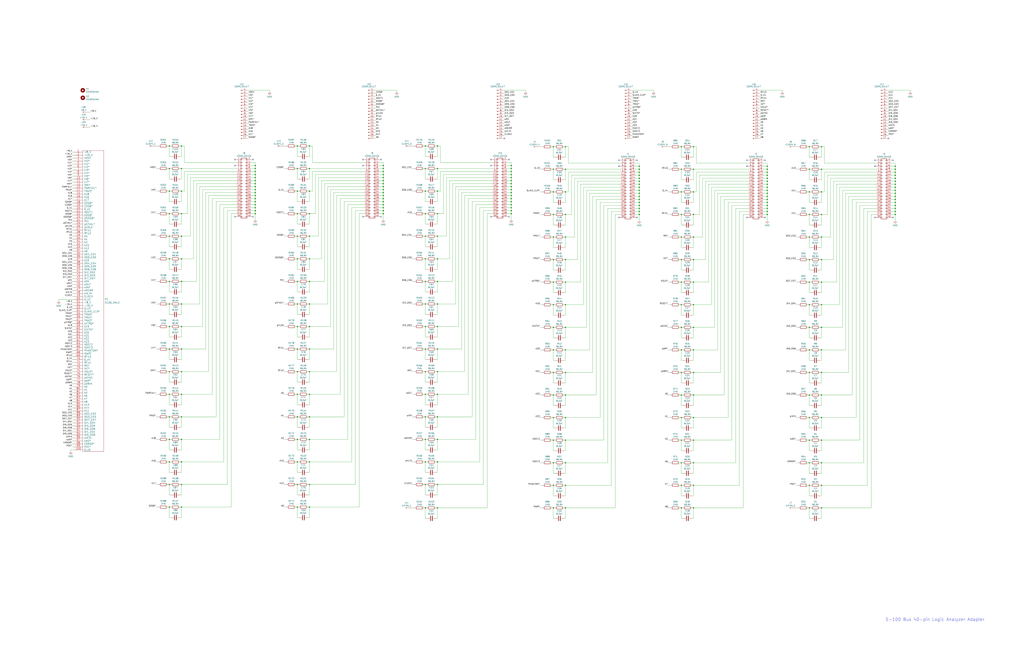
<source format=kicad_sch>
(kicad_sch (version 20230121) (generator eeschema)
  (paper "D")
  (title_block (date "2023-12-20") (rev "A"))
  (lib_symbols
    (symbol "la-adapter:C" (pin_numbers hide) (pin_names (offset 0.254))
      (property "Reference" "C" (at 0.635 2.54 0))
      (property "Value" "C" (at 0.635 -2.54 0))
      (symbol "C_1_1"
        (pin passive line (at 0 3.81 270) (length 2.794) (name "~") (number "1"))
        (pin passive line (at 0 -3.81 90) (length 2.794) (name "~") (number "2"))
      )
    )
    (symbol "la-adapter:CONN_01x01" (pin_numbers hide) (pin_names (offset 1.016) hide)
      (property "Reference" "J" (at 0 2.54 0))
      (property "Value" "CONN_01x01" (at 0 -2.54 0))
      (symbol "CONN_01x01_1_1"
        (pin passive line (at 5.08 0 180) (length 3.81) (name "Pin_1") (number "1"))
      )
    )
    (symbol "la-adapter:CONN_01x17" (pin_names (offset 1.016) hide)
      (property "Reference" "J" (at 0 22.86 0))
      (property "Value" "CONN_01x17" (at 0 -22.86 0))
      (symbol "CONN_01x17_1_1"
        (pin passive line (at 5.08 20.32 180) (length 3.81) (name "Pin_1") (number "1"))
        (pin passive line (at 5.08 -2.54 180) (length 3.81) (name "Pin_10") (number "10"))
        (pin passive line (at 5.08 -5.08 180) (length 3.81) (name "Pin_11") (number "11"))
        (pin passive line (at 5.08 -7.62 180) (length 3.81) (name "Pin_12") (number "12"))
        (pin passive line (at 5.08 -10.16 180) (length 3.81) (name "Pin_13") (number "13"))
        (pin passive line (at 5.08 -12.7 180) (length 3.81) (name "Pin_14") (number "14"))
        (pin passive line (at 5.08 -15.24 180) (length 3.81) (name "Pin_15") (number "15"))
        (pin passive line (at 5.08 -17.78 180) (length 3.81) (name "Pin_16") (number "16"))
        (pin passive line (at 5.08 -20.32 180) (length 3.81) (name "Pin_17") (number "17"))
        (pin passive line (at 5.08 17.78 180) (length 3.81) (name "Pin_2") (number "2"))
        (pin passive line (at 5.08 15.24 180) (length 3.81) (name "Pin_3") (number "3"))
        (pin passive line (at 5.08 12.7 180) (length 3.81) (name "Pin_4") (number "4"))
        (pin passive line (at 5.08 10.16 180) (length 3.81) (name "Pin_5") (number "5"))
        (pin passive line (at 5.08 7.62 180) (length 3.81) (name "Pin_6") (number "6"))
        (pin passive line (at 5.08 5.08 180) (length 3.81) (name "Pin_7") (number "7"))
        (pin passive line (at 5.08 2.54 180) (length 3.81) (name "Pin_8") (number "8"))
        (pin passive line (at 5.08 0 180) (length 3.81) (name "Pin_9") (number "9"))
      )
    )
    (symbol "la-adapter:CONN_02x20" (pin_names (offset 1.016) hide)
      (property "Reference" "J" (at 0 25.4 0))
      (property "Value" "CONN_02x20" (at 0 -27.94 0))
      (symbol "CONN_02x20_1_1"
        (pin passive line (at -6.35 22.86 0) (length 3.81) (name "Pin_1") (number "1"))
        (pin passive line (at 6.35 12.7 180) (length 3.81) (name "Pin_10") (number "10"))
        (pin passive line (at -6.35 10.16 0) (length 3.81) (name "Pin_11") (number "11"))
        (pin passive line (at 6.35 10.16 180) (length 3.81) (name "Pin_12") (number "12"))
        (pin passive line (at -6.35 7.62 0) (length 3.81) (name "Pin_13") (number "13"))
        (pin passive line (at 6.35 7.62 180) (length 3.81) (name "Pin_14") (number "14"))
        (pin passive line (at -6.35 5.08 0) (length 3.81) (name "Pin_15") (number "15"))
        (pin passive line (at 6.35 5.08 180) (length 3.81) (name "Pin_16") (number "16"))
        (pin passive line (at -6.35 2.54 0) (length 3.81) (name "Pin_17") (number "17"))
        (pin passive line (at 6.35 2.54 180) (length 3.81) (name "Pin_18") (number "18"))
        (pin passive line (at -6.35 0 0) (length 3.81) (name "Pin_19") (number "19"))
        (pin passive line (at 6.35 22.86 180) (length 3.81) (name "Pin_2") (number "2"))
        (pin passive line (at 6.35 0 180) (length 3.81) (name "Pin_20") (number "20"))
        (pin passive line (at -6.35 -2.54 0) (length 3.81) (name "Pin_21") (number "21"))
        (pin passive line (at 6.35 -2.54 180) (length 3.81) (name "Pin_22") (number "22"))
        (pin passive line (at -6.35 -5.08 0) (length 3.81) (name "Pin_23") (number "23"))
        (pin passive line (at 6.35 -5.08 180) (length 3.81) (name "Pin_24") (number "24"))
        (pin passive line (at -6.35 -7.62 0) (length 3.81) (name "Pin_25") (number "25"))
        (pin passive line (at 6.35 -7.62 180) (length 3.81) (name "Pin_26") (number "26"))
        (pin passive line (at -6.35 -10.16 0) (length 3.81) (name "Pin_27") (number "27"))
        (pin passive line (at 6.35 -10.16 180) (length 3.81) (name "Pin_28") (number "28"))
        (pin passive line (at -6.35 -12.7 0) (length 3.81) (name "Pin_29") (number "29"))
        (pin passive line (at -6.35 20.32 0) (length 3.81) (name "Pin_3") (number "3"))
        (pin passive line (at 6.35 -12.7 180) (length 3.81) (name "Pin_30") (number "30"))
        (pin passive line (at -6.35 -15.24 0) (length 3.81) (name "Pin_31") (number "31"))
        (pin passive line (at 6.35 -15.24 180) (length 3.81) (name "Pin_32") (number "32"))
        (pin passive line (at -6.35 -17.78 0) (length 3.81) (name "Pin_33") (number "33"))
        (pin passive line (at 6.35 -17.78 180) (length 3.81) (name "Pin_34") (number "34"))
        (pin passive line (at -6.35 -20.32 0) (length 3.81) (name "Pin_35") (number "35"))
        (pin passive line (at 6.35 -20.32 180) (length 3.81) (name "Pin_36") (number "36"))
        (pin passive line (at -6.35 -22.86 0) (length 3.81) (name "Pin_37") (number "37"))
        (pin passive line (at 6.35 -22.86 180) (length 3.81) (name "Pin_38") (number "38"))
        (pin passive line (at -6.35 -25.4 0) (length 3.81) (name "Pin_39") (number "39"))
        (pin passive line (at 6.35 20.32 180) (length 3.81) (name "Pin_4") (number "4"))
        (pin passive line (at 6.35 -25.4 180) (length 3.81) (name "Pin_40") (number "40"))
        (pin passive line (at -6.35 17.78 0) (length 3.81) (name "Pin_5") (number "5"))
        (pin passive line (at 6.35 17.78 180) (length 3.81) (name "Pin_6") (number "6"))
        (pin passive line (at -6.35 15.24 0) (length 3.81) (name "Pin_7") (number "7"))
        (pin passive line (at 6.35 15.24 180) (length 3.81) (name "Pin_8") (number "8"))
        (pin passive line (at -6.35 12.7 0) (length 3.81) (name "Pin_9") (number "9"))
      )
    )
    (symbol "la-adapter:CardEjector" (pin_names (offset 1.016))
      (property "Reference" "H" (at 0 5.08 0))
      (property "Value" "CardEjector" (at 0 3.175 0))
    )
    (symbol "la-adapter:GND" (power) (pin_names (offset 0))
      (property "Value" "GND" (at 0 -3.81 0))
      (symbol "GND_1_1"
        (pin power_in line (at 0 0 270) (length 0) hide (name "GND") (number "1"))
      )
    )
    (symbol "la-adapter:R" (pin_numbers hide) (pin_names (offset 0))
      (property "Reference" "R" (at 2.032 0 90))
      (property "Value" "R" (at 0 0 90))
      (symbol "R_1_1"
        (pin passive line (at 0 3.81 270) (length 1.27) (name "~") (number "1"))
        (pin passive line (at 0 -3.81 90) (length 1.27) (name "~") (number "2"))
      )
    )
    (symbol "la-adapter:S100_MALE" (pin_names (offset 1.016))
      (property "Reference" "P" (at 0 128.27 0))
      (property "Value" "S100_MALE" (at 11.43 0 90))
      (symbol "S100_MALE_1_1"
        (pin power_in line (at -16.51 125.73 0) (length 7.62) (name "+8_V") (number "1"))
        (pin bidirectional line (at -16.51 102.87 0) (length 7.62) (name "VI6*") (number "10"))
        (pin power_in line (at -16.51 -125.73 0) (length 7.62) (name "0_V5") (number "100"))
        (pin bidirectional line (at -16.51 100.33 0) (length 7.62) (name "VI7*") (number "11"))
        (pin bidirectional line (at -16.51 97.79 0) (length 7.62) (name "NMI*") (number "12"))
        (pin bidirectional line (at -16.51 95.25 0) (length 7.62) (name "PWRFAIL*") (number "13"))
        (pin bidirectional line (at -16.51 92.71 0) (length 7.62) (name "TMA3*") (number "14"))
        (pin bidirectional line (at -16.51 90.17 0) (length 7.62) (name "A18") (number "15"))
        (pin bidirectional line (at -16.51 87.63 0) (length 7.62) (name "A16") (number "16"))
        (pin bidirectional line (at -16.51 85.09 0) (length 7.62) (name "A17") (number "17"))
        (pin bidirectional line (at -16.51 82.55 0) (length 7.62) (name "SDSB*") (number "18"))
        (pin bidirectional line (at -16.51 80.01 0) (length 7.62) (name "CDSB*") (number "19"))
        (pin power_in line (at -16.51 123.19 0) (length 7.62) (name "+16_V") (number "2"))
        (pin bidirectional line (at -16.51 77.47 0) (length 7.62) (name "0_V1") (number "20"))
        (pin bidirectional line (at -16.51 74.93 0) (length 7.62) (name "NDEF1") (number "21"))
        (pin bidirectional line (at -16.51 72.39 0) (length 7.62) (name "ADSB*") (number "22"))
        (pin bidirectional line (at -16.51 69.85 0) (length 7.62) (name "DODSB*") (number "23"))
        (pin bidirectional line (at -16.51 67.31 0) (length 7.62) (name "PHI") (number "24"))
        (pin bidirectional line (at -16.51 64.77 0) (length 7.62) (name "pSTVAL*") (number "25"))
        (pin bidirectional line (at -16.51 62.23 0) (length 7.62) (name "pHDLA") (number "26"))
        (pin bidirectional line (at -16.51 59.69 0) (length 7.62) (name "RFU1") (number "27"))
        (pin bidirectional line (at -16.51 57.15 0) (length 7.62) (name "RFU2") (number "28"))
        (pin bidirectional line (at -16.51 54.61 0) (length 7.62) (name "A5") (number "29"))
        (pin bidirectional line (at -16.51 120.65 0) (length 7.62) (name "XRDY") (number "3"))
        (pin bidirectional line (at -16.51 52.07 0) (length 7.62) (name "A4") (number "30"))
        (pin bidirectional line (at -16.51 49.53 0) (length 7.62) (name "A3") (number "31"))
        (pin bidirectional line (at -16.51 46.99 0) (length 7.62) (name "A15") (number "32"))
        (pin bidirectional line (at -16.51 44.45 0) (length 7.62) (name "A12") (number "33"))
        (pin bidirectional line (at -16.51 41.91 0) (length 7.62) (name "A9") (number "34"))
        (pin bidirectional line (at -16.51 39.37 0) (length 7.62) (name "DO1_ED1") (number "35"))
        (pin bidirectional line (at -16.51 36.83 0) (length 7.62) (name "DO0_ED0") (number "36"))
        (pin bidirectional line (at -16.51 34.29 0) (length 7.62) (name "A10") (number "37"))
        (pin bidirectional line (at -16.51 31.75 0) (length 7.62) (name "DO4_ED4") (number "38"))
        (pin bidirectional line (at -16.51 29.21 0) (length 7.62) (name "DO5_ED5") (number "39"))
        (pin bidirectional line (at -16.51 118.11 0) (length 7.62) (name "VIO*") (number "4"))
        (pin bidirectional line (at -16.51 26.67 0) (length 7.62) (name "DO6_ED6") (number "40"))
        (pin bidirectional line (at -16.51 24.13 0) (length 7.62) (name "DI2_OD2") (number "41"))
        (pin bidirectional line (at -16.51 21.59 0) (length 7.62) (name "DI3_OD3") (number "42"))
        (pin bidirectional line (at -16.51 19.05 0) (length 7.62) (name "DI7_OD7") (number "43"))
        (pin bidirectional line (at -16.51 16.51 0) (length 7.62) (name "sM1") (number "44"))
        (pin bidirectional line (at -16.51 13.97 0) (length 7.62) (name "sOUT") (number "45"))
        (pin bidirectional line (at -16.51 11.43 0) (length 7.62) (name "sINP") (number "46"))
        (pin bidirectional line (at -16.51 8.89 0) (length 7.62) (name "sMEMR") (number "47"))
        (pin bidirectional line (at -16.51 6.35 0) (length 7.62) (name "sHLTA") (number "48"))
        (pin bidirectional line (at -16.51 3.81 0) (length 7.62) (name "CLOCK") (number "49"))
        (pin bidirectional line (at -16.51 115.57 0) (length 7.62) (name "VI1*") (number "5"))
        (pin power_in line (at -16.51 1.27 0) (length 7.62) (name "0_V2") (number "50"))
        (pin power_in line (at -16.51 -1.27 0) (length 7.62) (name "+8_V") (number "51"))
        (pin power_in line (at -16.51 -3.81 0) (length 7.62) (name "-16_V") (number "52"))
        (pin bidirectional line (at -16.51 -6.35 0) (length 7.62) (name "0_V3") (number "53"))
        (pin bidirectional line (at -16.51 -8.89 0) (length 7.62) (name "SLAVE_CLR*") (number "54"))
        (pin bidirectional line (at -16.51 -11.43 0) (length 7.62) (name "TMA0*") (number "55"))
        (pin bidirectional line (at -16.51 -13.97 0) (length 7.62) (name "TMA1*") (number "56"))
        (pin bidirectional line (at -16.51 -16.51 0) (length 7.62) (name "TMA2*") (number "57"))
        (pin bidirectional line (at -16.51 -19.05 0) (length 7.62) (name "sXTRQ*") (number "58"))
        (pin bidirectional line (at -16.51 -21.59 0) (length 7.62) (name "A19") (number "59"))
        (pin bidirectional line (at -16.51 113.03 0) (length 7.62) (name "VI2*") (number "6"))
        (pin bidirectional line (at -16.51 -24.13 0) (length 7.62) (name "SIXTN*") (number "60"))
        (pin bidirectional line (at -16.51 -26.67 0) (length 7.62) (name "A20") (number "61"))
        (pin bidirectional line (at -16.51 -29.21 0) (length 7.62) (name "A21") (number "62"))
        (pin bidirectional line (at -16.51 -31.75 0) (length 7.62) (name "A22") (number "63"))
        (pin bidirectional line (at -16.51 -34.29 0) (length 7.62) (name "A23") (number "64"))
        (pin bidirectional line (at -16.51 -36.83 0) (length 7.62) (name "NDEF2") (number "65"))
        (pin bidirectional line (at -16.51 -39.37 0) (length 7.62) (name "NDEF3") (number "66"))
        (pin bidirectional line (at -16.51 -41.91 0) (length 7.62) (name "PHANTOM*") (number "67"))
        (pin bidirectional line (at -16.51 -44.45 0) (length 7.62) (name "MWRT") (number "68"))
        (pin bidirectional line (at -16.51 -46.99 0) (length 7.62) (name "RFU3") (number "69"))
        (pin bidirectional line (at -16.51 110.49 0) (length 7.62) (name "VI3*") (number "7"))
        (pin bidirectional line (at -16.51 -49.53 0) (length 7.62) (name "0_V4") (number "70"))
        (pin bidirectional line (at -16.51 -52.07 0) (length 7.62) (name "RFU4") (number "71"))
        (pin bidirectional line (at -16.51 -54.61 0) (length 7.62) (name "RDY") (number "72"))
        (pin bidirectional line (at -16.51 -57.15 0) (length 7.62) (name "INT*") (number "73"))
        (pin bidirectional line (at -16.51 -59.69 0) (length 7.62) (name "HOLD*") (number "74"))
        (pin bidirectional line (at -16.51 -62.23 0) (length 7.62) (name "RESET*") (number "75"))
        (pin bidirectional line (at -16.51 -64.77 0) (length 7.62) (name "pSYNC") (number "76"))
        (pin bidirectional line (at -16.51 -67.31 0) (length 7.62) (name "pWR*") (number "77"))
        (pin bidirectional line (at -16.51 -69.85 0) (length 7.62) (name "pDBIN") (number "78"))
        (pin bidirectional line (at -16.51 -72.39 0) (length 7.62) (name "A0") (number "79"))
        (pin bidirectional line (at -16.51 107.95 0) (length 7.62) (name "VI4*") (number "8"))
        (pin bidirectional line (at -16.51 -74.93 0) (length 7.62) (name "A1") (number "80"))
        (pin bidirectional line (at -16.51 -77.47 0) (length 7.62) (name "A2") (number "81"))
        (pin bidirectional line (at -16.51 -80.01 0) (length 7.62) (name "A6") (number "82"))
        (pin bidirectional line (at -16.51 -82.55 0) (length 7.62) (name "A7") (number "83"))
        (pin bidirectional line (at -16.51 -85.09 0) (length 7.62) (name "A8") (number "84"))
        (pin bidirectional line (at -16.51 -87.63 0) (length 7.62) (name "A13") (number "85"))
        (pin bidirectional line (at -16.51 -90.17 0) (length 7.62) (name "A14") (number "86"))
        (pin bidirectional line (at -16.51 -92.71 0) (length 7.62) (name "A11") (number "87"))
        (pin bidirectional line (at -16.51 -95.25 0) (length 7.62) (name "DO2_ED2") (number "88"))
        (pin bidirectional line (at -16.51 -97.79 0) (length 7.62) (name "DO3_ED3") (number "89"))
        (pin bidirectional line (at -16.51 105.41 0) (length 7.62) (name "VI5*") (number "9"))
        (pin bidirectional line (at -16.51 -100.33 0) (length 7.62) (name "DO7_ED7") (number "90"))
        (pin bidirectional line (at -16.51 -102.87 0) (length 7.62) (name "DI4_OD4") (number "91"))
        (pin bidirectional line (at -16.51 -105.41 0) (length 7.62) (name "DI5_OD5") (number "92"))
        (pin bidirectional line (at -16.51 -107.95 0) (length 7.62) (name "DI6_OD6") (number "93"))
        (pin bidirectional line (at -16.51 -110.49 0) (length 7.62) (name "DI1_OD1") (number "94"))
        (pin bidirectional line (at -16.51 -113.03 0) (length 7.62) (name "DI0_OD0") (number "95"))
        (pin bidirectional line (at -16.51 -115.57 0) (length 7.62) (name "sINTA") (number "96"))
        (pin bidirectional line (at -16.51 -118.11 0) (length 7.62) (name "sWO*") (number "97"))
        (pin bidirectional line (at -16.51 -120.65 0) (length 7.62) (name "ERROR*") (number "98"))
        (pin bidirectional line (at -16.51 -123.19 0) (length 7.62) (name "POC*") (number "99"))
      )
    )
  )
  (junction (at 574.675 276.225))
  (junction (at 153.035 275.59))
  (junction (at 323.215 157.48))
  (junction (at 250.825 256.54))
  (junction (at 153.035 180.34))
  (junction (at 250.825 180.34))
  (junction (at 260.985 218.44))
  (junction (at 539.115 150.495))
  (junction (at 682.625 276.225))
  (junction (at 574.675 314.325))
  (junction (at 431.165 167.64))
  (junction (at 476.885 276.225))
  (junction (at 153.035 389.89))
  (junction (at 476.885 409.575))
  (junction (at 431.165 152.4))
  (junction (at 647.065 168.275))
  (junction (at 476.885 219.075))
  (junction (at 466.725 333.375))
  (junction (at 323.215 139.7))
  (junction (at 215.265 144.78))
  (junction (at 682.625 333.375))
  (junction (at 755.015 168.275))
  (junction (at 466.725 295.275))
  (junction (at 647.065 145.415))
  (junction (at 215.265 175.26))
  (junction (at 647.065 165.735))
  (junction (at 358.775 123.19))
  (junction (at 368.935 370.84))
  (junction (at 368.935 408.94))
  (junction (at 574.675 200.025))
  (junction (at 323.215 154.94))
  (junction (at 755.015 165.735))
  (junction (at 466.725 180.975))
  (junction (at 647.065 170.815))
  (junction (at 250.825 351.79))
  (junction (at 682.625 219.075))
  (junction (at 476.885 390.525))
  (junction (at 476.885 428.625))
  (junction (at 682.625 295.275))
  (junction (at 755.015 147.955))
  (junction (at 574.675 180.975))
  (junction (at 215.265 142.24))
  (junction (at 215.265 162.56))
  (junction (at 260.985 123.19))
  (junction (at 682.625 371.475))
  (junction (at 692.785 142.875))
  (junction (at 260.985 313.69))
  (junction (at 755.015 153.035))
  (junction (at 323.215 170.18))
  (junction (at 153.035 218.44))
  (junction (at 142.875 256.54))
  (junction (at 215.265 157.48))
  (junction (at 142.875 161.29))
  (junction (at 431.165 170.18))
  (junction (at 250.825 123.19))
  (junction (at 215.265 180.34))
  (junction (at 692.785 161.925))
  (junction (at 215.265 177.8))
  (junction (at 215.265 149.86))
  (junction (at 539.115 158.115))
  (junction (at 368.935 256.54))
  (junction (at 692.785 295.275))
  (junction (at 584.835 257.175))
  (junction (at 584.835 238.125))
  (junction (at 476.885 180.975))
  (junction (at 358.775 256.54))
  (junction (at 584.835 352.425))
  (junction (at 692.785 238.125))
  (junction (at 692.785 333.375))
  (junction (at 368.935 332.74))
  (junction (at 368.935 180.34))
  (junction (at 584.835 180.975))
  (junction (at 755.015 160.655))
  (junction (at 466.725 161.925))
  (junction (at 476.885 123.825))
  (junction (at 153.035 370.84))
  (junction (at 647.065 142.875))
  (junction (at 682.625 142.875))
  (junction (at 584.835 200.025))
  (junction (at 250.825 294.64))
  (junction (at 466.725 276.225))
  (junction (at 682.625 390.525))
  (junction (at 755.015 180.975))
  (junction (at 476.885 200.025))
  (junction (at 692.785 219.075))
  (junction (at 476.885 333.375))
  (junction (at 142.875 389.89))
  (junction (at 574.675 219.075))
  (junction (at 466.725 238.125))
  (junction (at 215.265 154.94))
  (junction (at 574.675 257.175))
  (junction (at 215.265 152.4))
  (junction (at 539.115 175.895))
  (junction (at 539.115 178.435))
  (junction (at 142.875 123.19))
  (junction (at 466.725 428.625))
  (junction (at 431.165 144.78))
  (junction (at 358.775 161.29))
  (junction (at 142.875 332.74))
  (junction (at 466.725 390.525))
  (junction (at 466.725 352.425))
  (junction (at 368.935 218.44))
  (junction (at 323.215 180.34))
  (junction (at 584.835 123.825))
  (junction (at 142.875 427.99))
  (junction (at 647.065 155.575))
  (junction (at 358.775 408.94))
  (junction (at 260.985 351.79))
  (junction (at 260.985 370.84))
  (junction (at 755.015 178.435))
  (junction (at 250.825 370.84))
  (junction (at 323.215 177.8))
  (junction (at 647.065 163.195))
  (junction (at 358.775 199.39))
  (junction (at 476.885 352.425))
  (junction (at 574.675 371.475))
  (junction (at 260.985 142.24))
  (junction (at 539.115 163.195))
  (junction (at 358.775 237.49))
  (junction (at 368.935 294.64))
  (junction (at 250.825 161.29))
  (junction (at 466.725 200.025))
  (junction (at 431.165 165.1))
  (junction (at 692.785 371.475))
  (junction (at 260.985 275.59))
  (junction (at 647.065 173.355))
  (junction (at 539.115 145.415))
  (junction (at 692.785 314.325))
  (junction (at 539.115 165.735))
  (junction (at 358.775 389.89))
  (junction (at 692.785 352.425))
  (junction (at 323.215 160.02))
  (junction (at 574.675 428.625))
  (junction (at 692.785 123.825))
  (junction (at 250.825 142.24))
  (junction (at 584.835 314.325))
  (junction (at 260.985 332.74))
  (junction (at 153.035 123.19))
  (junction (at 142.875 370.84))
  (junction (at 250.825 427.99))
  (junction (at 682.625 200.025))
  (junction (at 584.835 219.075))
  (junction (at 431.165 162.56))
  (junction (at 647.065 178.435))
  (junction (at 682.625 238.125))
  (junction (at 368.935 237.49))
  (junction (at 142.875 180.34))
  (junction (at 142.875 218.44))
  (junction (at 476.885 371.475))
  (junction (at 584.835 371.475))
  (junction (at 647.065 160.655))
  (junction (at 682.625 180.975))
  (junction (at 368.935 142.24))
  (junction (at 250.825 199.39))
  (junction (at 323.215 147.32))
  (junction (at 215.265 165.1))
  (junction (at 153.035 142.24))
  (junction (at 647.065 175.895))
  (junction (at 466.725 314.325))
  (junction (at 260.985 294.64))
  (junction (at 368.935 313.69))
  (junction (at 692.785 257.175))
  (junction (at 584.835 295.275))
  (junction (at 539.115 147.955))
  (junction (at 682.625 352.425))
  (junction (at 431.165 154.94))
  (junction (at 692.785 409.575))
  (junction (at 682.625 257.175))
  (junction (at 323.215 167.64))
  (junction (at 142.875 142.24))
  (junction (at 431.165 142.24))
  (junction (at 574.675 161.925))
  (junction (at 260.985 427.99))
  (junction (at 358.775 180.34))
  (junction (at 215.265 147.32))
  (junction (at 260.985 389.89))
  (junction (at 368.935 199.39))
  (junction (at 539.115 180.975))
  (junction (at 584.835 142.875))
  (junction (at 539.115 168.275))
  (junction (at 539.115 173.355))
  (junction (at 647.065 147.955))
  (junction (at 682.625 123.825))
  (junction (at 584.835 333.375))
  (junction (at 368.935 161.29))
  (junction (at 431.165 177.8))
  (junction (at 574.675 123.825))
  (junction (at 647.065 153.035))
  (junction (at 466.725 409.575))
  (junction (at 539.115 155.575))
  (junction (at 323.215 172.72))
  (junction (at 260.985 408.94))
  (junction (at 153.035 256.54))
  (junction (at 368.935 351.79))
  (junction (at 260.985 256.54))
  (junction (at 466.725 219.075))
  (junction (at 368.935 428.625))
  (junction (at 755.015 142.875))
  (junction (at 647.065 158.115))
  (junction (at 153.035 199.39))
  (junction (at 153.035 161.29))
  (junction (at 250.825 313.69))
  (junction (at 574.675 142.875))
  (junction (at 584.835 428.625))
  (junction (at 431.165 157.48))
  (junction (at 153.035 408.94))
  (junction (at 755.015 150.495))
  (junction (at 368.935 275.59))
  (junction (at 431.165 147.32))
  (junction (at 692.785 276.225))
  (junction (at 692.785 180.975))
  (junction (at 431.165 160.02))
  (junction (at 466.725 371.475))
  (junction (at 323.215 175.26))
  (junction (at 260.985 161.29))
  (junction (at 692.785 428.625))
  (junction (at 153.035 332.74))
  (junction (at 215.265 160.02))
  (junction (at 215.265 170.18))
  (junction (at 358.775 275.59))
  (junction (at 431.165 172.72))
  (junction (at 574.675 390.525))
  (junction (at 539.115 142.875))
  (junction (at 574.675 295.275))
  (junction (at 755.015 170.815))
  (junction (at 755.015 140.335))
  (junction (at 358.775 142.24))
  (junction (at 358.775 428.625))
  (junction (at 142.875 199.39))
  (junction (at 466.725 257.175))
  (junction (at 476.885 295.275))
  (junction (at 431.165 175.26))
  (junction (at 250.825 408.94))
  (junction (at 153.035 427.99))
  (junction (at 358.775 351.79))
  (junction (at 250.825 275.59))
  (junction (at 142.875 237.49))
  (junction (at 250.825 332.74))
  (junction (at 476.885 142.875))
  (junction (at 153.035 294.64))
  (junction (at 250.825 237.49))
  (junction (at 323.215 149.86))
  (junction (at 755.015 145.415))
  (junction (at 431.165 149.86))
  (junction (at 584.835 276.225))
  (junction (at 142.875 351.79))
  (junction (at 323.215 142.24))
  (junction (at 153.035 237.49))
  (junction (at 142.875 408.94))
  (junction (at 215.265 139.7))
  (junction (at 358.775 313.69))
  (junction (at 682.625 161.925))
  (junction (at 260.985 199.39))
  (junction (at 323.215 144.78))
  (junction (at 647.065 140.335))
  (junction (at 260.985 237.49))
  (junction (at 692.785 390.525))
  (junction (at 584.835 390.525))
  (junction (at 431.165 180.34))
  (junction (at 142.875 313.69))
  (junction (at 142.875 275.59))
  (junction (at 323.215 165.1))
  (junction (at 431.165 139.7))
  (junction (at 153.035 313.69))
  (junction (at 476.885 238.125))
  (junction (at 682.625 409.575))
  (junction (at 682.625 314.325))
  (junction (at 250.825 389.89))
  (junction (at 539.115 140.335))
  (junction (at 574.675 333.375))
  (junction (at 755.015 173.355))
  (junction (at 215.265 172.72))
  (junction (at 358.775 332.74))
  (junction (at 153.035 351.79))
  (junction (at 755.015 163.195))
  (junction (at 647.065 180.975))
  (junction (at 755.015 175.895))
  (junction (at 142.875 294.64))
  (junction (at 647.065 150.495))
  (junction (at 476.885 161.925))
  (junction (at 755.015 158.115))
  (junction (at 466.725 142.875))
  (junction (at 755.015 155.575))
  (junction (at 476.885 257.175))
  (junction (at 260.985 180.34))
  (junction (at 358.775 294.64))
  (junction (at 476.885 314.325))
  (junction (at 358.775 370.84))
  (junction (at 692.785 200.025))
  (junction (at 466.725 123.825))
  (junction (at 539.115 170.815))
  (junction (at 323.215 152.4))
  (junction (at 358.775 218.44))
  (junction (at 574.675 409.575))
  (junction (at 539.115 153.035))
  (junction (at 215.265 167.64))
  (junction (at 368.935 123.19))
  (junction (at 574.675 352.425))
  (junction (at 574.675 238.125))
  (junction (at 368.935 389.89))
  (junction (at 682.625 428.625))
  (junction (at 323.215 162.56))
  (junction (at 584.835 161.925))
  (junction (at 250.825 218.44))
  (junction (at 539.115 160.655))
  (junction (at 584.835 409.575))
  (no_connect (at 521.97 135.255))
  (no_connect (at 537.21 135.255))
  (no_connect (at 306.07 182.88))
  (no_connect (at 213.36 134.62))
  (no_connect (at 198.12 134.62))
  (no_connect (at 521.97 183.515))
  (no_connect (at 321.31 182.88))
  (no_connect (at 537.21 183.515))
  (no_connect (at 198.12 139.7))
  (no_connect (at 521.97 140.335))
  (no_connect (at 306.07 134.62))
  (no_connect (at 737.87 140.335))
  (no_connect (at 414.02 182.88))
  (no_connect (at 629.92 140.335))
  (no_connect (at 629.92 183.515))
  (no_connect (at 629.92 135.255))
  (no_connect (at 645.16 135.255))
  (no_connect (at 213.36 182.88))
  (no_connect (at 753.11 135.255))
  (no_connect (at 645.16 183.515))
  (no_connect (at 737.87 135.255))
  (no_connect (at 414.02 134.62))
  (no_connect (at 749.3 116.84))
  (no_connect (at 306.07 139.7))
  (no_connect (at 414.02 139.7))
  (no_connect (at 198.12 182.88))
  (no_connect (at 321.31 134.62))
  (no_connect (at 429.26 134.62))
  (no_connect (at 753.11 183.515))
  (no_connect (at 425.45 116.84))
  (no_connect (at 429.26 182.88))
  (no_connect (at 737.87 183.515))
  (wire (pts (xy 682.625 314.325) (xy 683.895 314.325)))
  (wire (pts (xy 583.565 314.325) (xy 584.835 314.325)))
  (wire (pts (xy 431.165 139.7) (xy 431.165 142.24)))
  (wire (pts (xy 212.09 142.24) (xy 215.265 142.24)))
  (wire (pts (xy 467.995 380.365) (xy 466.725 380.365)))
  (wire (pts (xy 574.675 142.875) (xy 575.945 142.875)))
  (wire (pts (xy 367.665 389.89) (xy 368.935 389.89)))
  (wire (pts (xy 600.075 158.115) (xy 600.075 257.175)))
  (wire (pts (xy 60.96 356.87) (xy 62.23 356.87)))
  (wire (pts (xy 700.405 150.495) (xy 700.405 200.025)))
  (wire (pts (xy 584.835 123.825) (xy 587.375 123.825)))
  (wire (pts (xy 617.22 173.355) (xy 617.22 371.475)))
  (wire (pts (xy 153.035 275.59) (xy 170.815 275.59)))
  (wire (pts (xy 151.765 218.44) (xy 153.035 218.44)))
  (wire (pts (xy 142.875 408.94) (xy 144.145 408.94)))
  (wire (pts (xy 153.035 303.53) (xy 153.035 294.64)))
  (wire (pts (xy 484.505 150.495) (xy 484.505 200.025)))
  (wire (pts (xy 574.675 428.625) (xy 575.945 428.625)))
  (wire (pts (xy 465.455 238.125) (xy 466.725 238.125)))
  (wire (pts (xy 535.94 183.515) (xy 537.21 183.515)))
  (wire (pts (xy 208.28 78.74) (xy 209.55 78.74)))
  (wire (pts (xy 273.685 154.94) (xy 273.685 237.49)))
  (wire (pts (xy 643.89 142.875) (xy 647.065 142.875)))
  (wire (pts (xy 60.96 163.83) (xy 62.23 163.83)))
  (wire (pts (xy 60.96 234.95) (xy 62.23 234.95)))
  (wire (pts (xy 455.295 180.975) (xy 457.835 180.975)))
  (wire (pts (xy 260.985 360.68) (xy 260.985 351.79)))
  (wire (pts (xy 131.445 294.64) (xy 133.985 294.64)))
  (wire (pts (xy 574.675 266.065) (xy 574.675 257.175)))
  (wire (pts (xy 725.17 173.355) (xy 725.17 371.475)))
  (wire (pts (xy 131.445 218.44) (xy 133.985 218.44)))
  (wire (pts (xy 476.885 428.625) (xy 518.795 428.625)))
  (wire (pts (xy 306.07 182.88) (xy 307.34 182.88)))
  (wire (pts (xy 131.445 389.89) (xy 133.985 389.89)))
  (wire (pts (xy 374.015 147.32) (xy 415.29 147.32)))
  (wire (pts (xy 682.625 295.275) (xy 683.895 295.275)))
  (wire (pts (xy 682.625 208.915) (xy 682.625 200.025)))
  (wire (pts (xy 367.665 161.29) (xy 368.935 161.29)))
  (wire (pts (xy 141.605 218.44) (xy 142.875 218.44)))
  (wire (pts (xy 323.215 152.4) (xy 323.215 154.94)))
  (wire (pts (xy 358.775 142.24) (xy 360.045 142.24)))
  (wire (pts (xy 239.395 313.69) (xy 241.935 313.69)))
  (wire (pts (xy 170.815 160.02) (xy 170.815 275.59)))
  (wire (pts (xy 358.775 417.83) (xy 358.775 408.94)))
  (wire (pts (xy 574.675 352.425) (xy 575.945 352.425)))
  (wire (pts (xy 259.715 436.88) (xy 260.985 436.88)))
  (wire (pts (xy 427.99 137.16) (xy 431.165 137.16)))
  (wire (pts (xy 475.615 132.715) (xy 476.885 132.715)))
  (wire (pts (xy 584.835 142.875) (xy 631.19 142.875)))
  (wire (pts (xy 583.565 161.925) (xy 584.835 161.925)))
  (wire (pts (xy 360.045 189.23) (xy 358.775 189.23)))
  (wire (pts (xy 151.765 161.29) (xy 153.035 161.29)))
  (wire (pts (xy 358.775 322.58) (xy 358.775 313.69)))
  (wire (pts (xy 683.895 266.065) (xy 682.625 266.065)))
  (wire (pts (xy 476.885 180.975) (xy 481.965 180.975)))
  (wire (pts (xy 475.615 361.315) (xy 476.885 361.315)))
  (wire (pts (xy 151.765 294.64) (xy 153.035 294.64)))
  (wire (pts (xy 141.605 427.99) (xy 142.875 427.99)))
  (wire (pts (xy 692.785 247.015) (xy 692.785 238.125)))
  (wire (pts (xy 521.97 183.515) (xy 523.24 183.515)))
  (wire (pts (xy 535.94 168.275) (xy 539.115 168.275)))
  (wire (pts (xy 587.375 137.795) (xy 587.375 123.825)))
  (wire (pts (xy 141.605 294.64) (xy 142.875 294.64)))
  (wire (pts (xy 158.115 147.32) (xy 199.39 147.32)))
  (wire (pts (xy 249.555 123.19) (xy 250.825 123.19)))
  (wire (pts (xy 188.595 175.26) (xy 188.595 389.89)))
  (wire (pts (xy 583.565 227.965) (xy 584.835 227.965)))
  (wire (pts (xy 252.095 208.28) (xy 250.825 208.28)))
  (wire (pts (xy 259.715 246.38) (xy 260.985 246.38)))
  (wire (pts (xy 424.18 83.82) (xy 425.45 83.82)))
  (wire (pts (xy 691.515 123.825) (xy 692.785 123.825)))
  (wire (pts (xy 583.565 276.225) (xy 584.835 276.225)))
  (wire (pts (xy 692.785 219.075) (xy 702.945 219.075)))
  (wire (pts (xy 465.455 314.325) (xy 466.725 314.325)))
  (wire (pts (xy 368.935 379.73) (xy 368.935 370.84)))
  (wire (pts (xy 153.035 360.68) (xy 153.035 351.79)))
  (wire (pts (xy 574.675 371.475) (xy 575.945 371.475)))
  (wire (pts (xy 250.825 389.89) (xy 252.095 389.89)))
  (wire (pts (xy 573.405 428.625) (xy 574.675 428.625)))
  (wire (pts (xy 682.625 304.165) (xy 682.625 295.275)))
  (wire (pts (xy 424.18 88.9) (xy 425.45 88.9)))
  (wire (pts (xy 584.835 161.925) (xy 587.375 161.925)))
  (wire (pts (xy 142.875 313.69) (xy 144.145 313.69)))
  (wire (pts (xy 368.935 351.79) (xy 398.145 351.79)))
  (wire (pts (xy 751.84 173.355) (xy 755.015 173.355)))
  (wire (pts (xy 358.775 360.68) (xy 358.775 351.79)))
  (wire (pts (xy 260.985 237.49) (xy 273.685 237.49)))
  (wire (pts (xy 260.985 417.83) (xy 260.985 408.94)))
  (wire (pts (xy 475.615 380.365) (xy 476.885 380.365)))
  (wire (pts (xy 682.625 238.125) (xy 683.895 238.125)))
  (wire (pts (xy 691.515 238.125) (xy 692.785 238.125)))
  (wire (pts (xy 476.885 333.375) (xy 502.92 333.375)))
  (wire (pts (xy 691.515 227.965) (xy 692.785 227.965)))
  (wire (pts (xy 465.455 200.025) (xy 466.725 200.025)))
  (wire (pts (xy 60.96 311.15) (xy 62.23 311.15)))
  (wire (pts (xy 153.035 189.23) (xy 153.035 180.34)))
  (wire (pts (xy 574.675 342.265) (xy 574.675 333.375)))
  (wire (pts (xy 476.885 418.465) (xy 476.885 409.575)))
  (wire (pts (xy 563.245 352.425) (xy 565.785 352.425)))
  (wire (pts (xy 198.12 134.62) (xy 199.39 134.62)))
  (wire (pts (xy 643.89 160.655) (xy 647.065 160.655)))
  (wire (pts (xy 475.615 409.575) (xy 476.885 409.575)))
  (wire (pts (xy 515.62 178.435) (xy 523.24 178.435)))
  (wire (pts (xy 692.785 285.115) (xy 692.785 276.225)))
  (wire (pts (xy 367.665 398.78) (xy 368.935 398.78)))
  (wire (pts (xy 692.785 399.415) (xy 692.785 390.525)))
  (wire (pts (xy 594.995 153.035) (xy 594.995 219.075)))
  (wire (pts (xy 497.205 163.195) (xy 497.205 295.275)))
  (wire (pts (xy 60.96 290.83) (xy 62.23 290.83)))
  (wire (pts (xy 475.615 295.275) (xy 476.885 295.275)))
  (wire (pts (xy 131.445 123.19) (xy 133.985 123.19)))
  (wire (pts (xy 144.145 189.23) (xy 142.875 189.23)))
  (wire (pts (xy 539.115 150.495) (xy 539.115 153.035)))
  (wire (pts (xy 551.18 76.2) (xy 551.18 77.47)))
  (wire (pts (xy 367.665 237.49) (xy 368.935 237.49)))
  (wire (pts (xy 476.885 161.925) (xy 479.425 161.925)))
  (wire (pts (xy 476.885 409.575) (xy 515.62 409.575)))
  (wire (pts (xy 427.99 139.7) (xy 431.165 139.7)))
  (wire (pts (xy 671.195 428.625) (xy 673.735 428.625)))
  (wire (pts (xy 250.825 370.84) (xy 252.095 370.84)))
  (wire (pts (xy 575.945 170.815) (xy 574.675 170.815)))
  (wire (pts (xy 151.765 341.63) (xy 153.035 341.63)))
  (wire (pts (xy 260.985 284.48) (xy 260.985 275.59)))
  (wire (pts (xy 260.985 256.54) (xy 276.225 256.54)))
  (wire (pts (xy 755.015 180.975) (xy 755.015 186.055)))
  (wire (pts (xy 263.525 144.78) (xy 307.34 144.78)))
  (wire (pts (xy 431.165 152.4) (xy 431.165 154.94)))
  (wire (pts (xy 424.18 106.68) (xy 425.45 106.68)))
  (wire (pts (xy 424.18 93.98) (xy 425.45 93.98)))
  (wire (pts (xy 252.095 360.68) (xy 250.825 360.68)))
  (wire (pts (xy 671.195 314.325) (xy 673.735 314.325)))
  (wire (pts (xy 320.04 177.8) (xy 323.215 177.8)))
  (wire (pts (xy 60.96 191.77) (xy 62.23 191.77)))
  (wire (pts (xy 583.565 323.215) (xy 584.835 323.215)))
  (wire (pts (xy 151.765 265.43) (xy 153.035 265.43)))
  (wire (pts (xy 597.535 155.575) (xy 597.535 238.125)))
  (wire (pts (xy 367.665 218.44) (xy 368.935 218.44)))
  (wire (pts (xy 499.745 165.735) (xy 499.745 314.325)))
  (wire (pts (xy 535.94 140.335) (xy 539.115 140.335)))
  (wire (pts (xy 252.095 341.63) (xy 250.825 341.63)))
  (wire (pts (xy 60.96 207.01) (xy 62.23 207.01)))
  (wire (pts (xy 358.775 151.13) (xy 358.775 142.24)))
  (wire (pts (xy 142.875 123.19) (xy 144.145 123.19)))
  (wire (pts (xy 629.92 135.255) (xy 631.19 135.255)))
  (wire (pts (xy 357.505 332.74) (xy 358.775 332.74)))
  (wire (pts (xy 574.675 189.865) (xy 574.675 180.975)))
  (wire (pts (xy 239.395 218.44) (xy 241.935 218.44)))
  (wire (pts (xy 323.215 157.48) (xy 323.215 160.02)))
  (wire (pts (xy 640.08 93.98) (xy 641.35 93.98)))
  (wire (pts (xy 691.515 399.415) (xy 692.785 399.415)))
  (wire (pts (xy 208.28 109.22) (xy 209.55 109.22)))
  (wire (pts (xy 215.265 160.02) (xy 215.265 162.56)))
  (wire (pts (xy 60.96 201.93) (xy 62.23 201.93)))
  (wire (pts (xy 535.94 137.795) (xy 539.115 137.795)))
  (wire (pts (xy 315.595 91.44) (xy 316.865 91.44)))
  (wire (pts (xy 476.885 189.865) (xy 476.885 180.975)))
  (wire (pts (xy 647.065 178.435) (xy 647.065 180.975)))
  (wire (pts (xy 640.08 76.2) (xy 659.765 76.2)))
  (wire (pts (xy 367.665 341.63) (xy 368.935 341.63)))
  (wire (pts (xy 539.115 140.335) (xy 539.115 142.875)))
  (wire (pts (xy 323.215 180.34) (xy 323.215 185.42)))
  (wire (pts (xy 583.565 170.815) (xy 584.835 170.815)))
  (wire (pts (xy 465.455 295.275) (xy 466.725 295.275)))
  (wire (pts (xy 535.94 153.035) (xy 539.115 153.035)))
  (wire (pts (xy 535.94 173.355) (xy 539.115 173.355)))
  (wire (pts (xy 60.96 148.59) (xy 62.23 148.59)))
  (wire (pts (xy 692.785 314.325) (xy 715.645 314.325)))
  (wire (pts (xy 713.105 163.195) (xy 713.105 295.275)))
  (wire (pts (xy 466.725 342.265) (xy 466.725 333.375)))
  (wire (pts (xy 751.84 145.415) (xy 755.015 145.415)))
  (wire (pts (xy 691.515 142.875) (xy 692.785 142.875)))
  (wire (pts (xy 60.96 359.41) (xy 62.23 359.41)))
  (wire (pts (xy 358.775 294.64) (xy 360.045 294.64)))
  (wire (pts (xy 475.615 323.215) (xy 476.885 323.215)))
  (wire (pts (xy 239.395 161.29) (xy 241.935 161.29)))
  (wire (pts (xy 584.835 276.225) (xy 602.615 276.225)))
  (wire (pts (xy 583.565 342.265) (xy 584.835 342.265)))
  (wire (pts (xy 539.115 153.035) (xy 539.115 155.575)))
  (wire (pts (xy 640.08 116.84) (xy 641.35 116.84)))
  (wire (pts (xy 465.455 371.475) (xy 466.725 371.475)))
  (wire (pts (xy 682.625 257.175) (xy 683.895 257.175)))
  (wire (pts (xy 259.715 161.29) (xy 260.985 161.29)))
  (wire (pts (xy 407.67 177.8) (xy 415.29 177.8)))
  (wire (pts (xy 60.96 265.43) (xy 62.23 265.43)))
  (wire (pts (xy 60.96 222.25) (xy 62.23 222.25)))
  (wire (pts (xy 250.825 161.29) (xy 252.095 161.29)))
  (wire (pts (xy 691.515 409.575) (xy 692.785 409.575)))
  (wire (pts (xy 249.555 218.44) (xy 250.825 218.44)))
  (wire (pts (xy 431.165 180.34) (xy 431.165 185.42)))
  (wire (pts (xy 691.515 266.065) (xy 692.785 266.065)))
  (wire (pts (xy 748.03 96.52) (xy 749.3 96.52)))
  (wire (pts (xy 691.515 161.925) (xy 692.785 161.925)))
  (wire (pts (xy 141.605 161.29) (xy 142.875 161.29)))
  (wire (pts (xy 367.665 275.59) (xy 368.935 275.59)))
  (wire (pts (xy 250.825 142.24) (xy 252.095 142.24)))
  (wire (pts (xy 144.145 436.88) (xy 142.875 436.88)))
  (wire (pts (xy 692.785 227.965) (xy 692.785 219.075)))
  (wire (pts (xy 647.065 150.495) (xy 647.065 153.035)))
  (wire (pts (xy 574.675 276.225) (xy 575.945 276.225)))
  (wire (pts (xy 259.715 398.78) (xy 260.985 398.78)))
  (wire (pts (xy 250.825 284.48) (xy 250.825 275.59)))
  (wire (pts (xy 574.675 180.975) (xy 575.945 180.975)))
  (wire (pts (xy 249.555 408.94) (xy 250.825 408.94)))
  (wire (pts (xy 320.04 154.94) (xy 323.215 154.94)))
  (wire (pts (xy 347.345 275.59) (xy 349.885 275.59)))
  (wire (pts (xy 475.615 418.465) (xy 476.885 418.465)))
  (wire (pts (xy 755.015 163.195) (xy 755.015 165.735)))
  (wire (pts (xy 239.395 389.89) (xy 241.935 389.89)))
  (wire (pts (xy 521.97 140.335) (xy 523.24 140.335)))
  (wire (pts (xy 476.885 132.715) (xy 476.885 123.825)))
  (wire (pts (xy 605.155 163.195) (xy 605.155 295.275)))
  (wire (pts (xy 476.885 257.175) (xy 492.125 257.175)))
  (wire (pts (xy 751.84 183.515) (xy 753.11 183.515)))
  (wire (pts (xy 151.765 132.08) (xy 153.035 132.08)))
  (wire (pts (xy 532.13 83.82) (xy 533.4 83.82)))
  (wire (pts (xy 212.09 149.86) (xy 215.265 149.86)))
  (wire (pts (xy 182.245 170.18) (xy 199.39 170.18)))
  (wire (pts (xy 259.715 351.79) (xy 260.985 351.79)))
  (wire (pts (xy 215.265 152.4) (xy 215.265 154.94)))
  (wire (pts (xy 320.04 182.88) (xy 321.31 182.88)))
  (wire (pts (xy 142.875 351.79) (xy 144.145 351.79)))
  (wire (pts (xy 692.785 342.265) (xy 692.785 333.375)))
  (wire (pts (xy 60.96 151.13) (xy 62.23 151.13)))
  (wire (pts (xy 692.785 323.215) (xy 692.785 314.325)))
  (wire (pts (xy 415.29 137.16) (xy 371.475 137.16)))
  (wire (pts (xy 584.835 361.315) (xy 584.835 352.425)))
  (wire (pts (xy 563.245 371.475) (xy 565.785 371.475)))
  (wire (pts (xy 151.765 436.88) (xy 153.035 436.88)))
  (wire (pts (xy 574.675 247.015) (xy 574.675 238.125)))
  (wire (pts (xy 647.065 137.795) (xy 647.065 140.335)))
  (wire (pts (xy 287.02 167.64) (xy 307.34 167.64)))
  (wire (pts (xy 239.395 408.94) (xy 241.935 408.94)))
  (wire (pts (xy 683.895 285.115) (xy 682.625 285.115)))
  (wire (pts (xy 60.96 369.57) (xy 62.23 369.57)))
  (wire (pts (xy 323.215 149.86) (xy 323.215 152.4)))
  (wire (pts (xy 691.515 219.075) (xy 692.785 219.075)))
  (wire (pts (xy 466.725 266.065) (xy 466.725 257.175)))
  (wire (pts (xy 60.96 209.55) (xy 62.23 209.55)))
  (wire (pts (xy 389.255 162.56) (xy 389.255 294.64)))
  (wire (pts (xy 239.395 142.24) (xy 241.935 142.24)))
  (wire (pts (xy 465.455 428.625) (xy 466.725 428.625)))
  (wire (pts (xy 358.775 132.08) (xy 358.775 123.19)))
  (wire (pts (xy 357.505 370.84) (xy 358.775 370.84)))
  (wire (pts (xy 600.075 158.115) (xy 631.19 158.115)))
  (wire (pts (xy 153.035 132.08) (xy 153.035 123.19)))
  (wire (pts (xy 573.405 219.075) (xy 574.675 219.075)))
  (wire (pts (xy 691.515 295.275) (xy 692.785 295.275)))
  (wire (pts (xy 466.725 295.275) (xy 467.995 295.275)))
  (wire (pts (xy 697.865 147.955) (xy 739.14 147.955)))
  (wire (pts (xy 683.895 399.415) (xy 682.625 399.415)))
  (wire (pts (xy 532.13 99.06) (xy 533.4 99.06)))
  (wire (pts (xy 683.895 189.865) (xy 682.625 189.865)))
  (wire (pts (xy 574.675 390.525) (xy 575.945 390.525)))
  (wire (pts (xy 427.99 162.56) (xy 431.165 162.56)))
  (wire (pts (xy 575.945 418.465) (xy 574.675 418.465)))
  (wire (pts (xy 144.145 379.73) (xy 142.875 379.73)))
  (wire (pts (xy 521.97 135.255) (xy 523.24 135.255)))
  (wire (pts (xy 60.96 367.03) (xy 62.23 367.03)))
  (wire (pts (xy 131.445 351.79) (xy 133.985 351.79)))
  (wire (pts (xy 260.985 379.73) (xy 260.985 370.84)))
  (wire (pts (xy 455.295 161.925) (xy 457.835 161.925)))
  (wire (pts (xy 151.765 351.79) (xy 153.035 351.79)))
  (wire (pts (xy 455.295 257.175) (xy 457.835 257.175)))
  (wire (pts (xy 755.015 140.335) (xy 755.015 142.875)))
  (wire (pts (xy 163.195 152.4) (xy 163.195 218.44)))
  (wire (pts (xy 466.725 314.325) (xy 467.995 314.325)))
  (wire (pts (xy 368.935 199.39) (xy 376.555 199.39)))
  (wire (pts (xy 367.665 246.38) (xy 368.935 246.38)))
  (wire (pts (xy 574.675 409.575) (xy 575.945 409.575)))
  (wire (pts (xy 144.145 284.48) (xy 142.875 284.48)))
  (wire (pts (xy 358.775 246.38) (xy 358.775 237.49)))
  (wire (pts (xy 647.065 170.815) (xy 647.065 173.355)))
  (wire (pts (xy 259.715 341.63) (xy 260.985 341.63)))
  (wire (pts (xy 212.09 177.8) (xy 215.265 177.8)))
  (wire (pts (xy 306.07 139.7) (xy 307.34 139.7)))
  (wire (pts (xy 357.505 313.69) (xy 358.775 313.69)))
  (wire (pts (xy 131.445 256.54) (xy 133.985 256.54)))
  (wire (pts (xy 60.96 278.13) (xy 62.23 278.13)))
  (wire (pts (xy 518.795 180.975) (xy 523.24 180.975)))
  (wire (pts (xy 532.13 93.98) (xy 533.4 93.98)))
  (wire (pts (xy 151.765 256.54) (xy 153.035 256.54)))
  (wire (pts (xy 532.13 116.84) (xy 533.4 116.84)))
  (wire (pts (xy 60.96 260.35) (xy 62.23 260.35)))
  (wire (pts (xy 60.96 270.51) (xy 62.23 270.51)))
  (wire (pts (xy 455.295 428.625) (xy 457.835 428.625)))
  (wire (pts (xy 249.555 313.69) (xy 250.825 313.69)))
  (wire (pts (xy 681.355 314.325) (xy 682.625 314.325)))
  (wire (pts (xy 691.515 352.425) (xy 692.785 352.425)))
  (wire (pts (xy 142.875 303.53) (xy 142.875 294.64)))
  (wire (pts (xy 681.355 333.375) (xy 682.625 333.375)))
  (wire (pts (xy 640.08 111.76) (xy 641.35 111.76)))
  (wire (pts (xy 467.995 266.065) (xy 466.725 266.065)))
  (wire (pts (xy 563.245 428.625) (xy 565.785 428.625)))
  (wire (pts (xy 532.13 91.44) (xy 533.4 91.44)))
  (wire (pts (xy 539.115 180.975) (xy 539.115 186.055)))
  (wire (pts (xy 250.825 417.83) (xy 250.825 408.94)))
  (wire (pts (xy 259.715 142.24) (xy 260.985 142.24)))
  (wire (pts (xy 455.295 219.075) (xy 457.835 219.075)))
  (wire (pts (xy 153.035 436.88) (xy 153.035 427.99)))
  (wire (pts (xy 357.505 428.625) (xy 358.775 428.625)))
  (wire (pts (xy 476.885 295.275) (xy 497.205 295.275)))
  (wire (pts (xy 583.565 428.625) (xy 584.835 428.625)))
  (wire (pts (xy 681.355 352.425) (xy 682.625 352.425)))
  (wire (pts (xy 643.89 183.515) (xy 645.16 183.515)))
  (wire (pts (xy 142.875 227.33) (xy 142.875 218.44)))
  (wire (pts (xy 424.18 111.76) (xy 425.45 111.76)))
  (wire (pts (xy 320.04 144.78) (xy 323.215 144.78)))
  (wire (pts (xy 404.495 175.26) (xy 415.29 175.26)))
  (wire (pts (xy 266.065 180.34) (xy 266.065 147.32)))
  (wire (pts (xy 574.675 257.175) (xy 575.945 257.175)))
  (wire (pts (xy 60.96 143.51) (xy 62.23 143.51)))
  (wire (pts (xy 259.715 408.94) (xy 260.985 408.94)))
  (wire (pts (xy 315.595 106.68) (xy 316.865 106.68)))
  (wire (pts (xy 144.145 246.38) (xy 142.875 246.38)))
  (wire (pts (xy 215.265 157.48) (xy 215.265 160.02)))
  (wire (pts (xy 575.945 361.315) (xy 574.675 361.315)))
  (wire (pts (xy 574.675 285.115) (xy 574.675 276.225)))
  (wire (pts (xy 647.065 160.655) (xy 647.065 163.195)))
  (wire (pts (xy 532.13 101.6) (xy 533.4 101.6)))
  (wire (pts (xy 259.715 151.13) (xy 260.985 151.13)))
  (wire (pts (xy 640.08 81.28) (xy 641.35 81.28)))
  (wire (pts (xy 185.42 172.72) (xy 185.42 370.84)))
  (wire (pts (xy 367.665 256.54) (xy 368.935 256.54)))
  (wire (pts (xy 358.775 199.39) (xy 360.045 199.39)))
  (wire (pts (xy 60.96 135.89) (xy 62.23 135.89)))
  (wire (pts (xy 151.765 123.19) (xy 153.035 123.19)))
  (wire (pts (xy 755.015 175.895) (xy 755.015 178.435)))
  (wire (pts (xy 705.485 155.575) (xy 705.485 238.125)))
  (wire (pts (xy 532.13 86.36) (xy 533.4 86.36)))
  (wire (pts (xy 131.445 313.69) (xy 133.985 313.69)))
  (wire (pts (xy 751.84 175.895) (xy 755.015 175.895)))
  (wire (pts (xy 431.165 177.8) (xy 431.165 180.34)))
  (wire (pts (xy 358.775 398.78) (xy 358.775 389.89)))
  (wire (pts (xy 60.96 321.31) (xy 62.23 321.31)))
  (wire (pts (xy 682.625 170.815) (xy 682.625 161.925)))
  (wire (pts (xy 691.515 380.365) (xy 692.785 380.365)))
  (wire (pts (xy 573.405 276.225) (xy 574.675 276.225)))
  (wire (pts (xy 49.53 252.73) (xy 49.53 254)))
  (wire (pts (xy 144.145 322.58) (xy 142.875 322.58)))
  (wire (pts (xy 748.03 93.98) (xy 749.3 93.98)))
  (wire (pts (xy 358.775 303.53) (xy 358.775 294.64)))
  (wire (pts (xy 198.12 182.88) (xy 199.39 182.88)))
  (wire (pts (xy 532.13 111.76) (xy 533.4 111.76)))
  (wire (pts (xy 682.625 437.515) (xy 682.625 428.625)))
  (wire (pts (xy 153.035 370.84) (xy 185.42 370.84)))
  (wire (pts (xy 535.94 155.575) (xy 539.115 155.575)))
  (wire (pts (xy 60.96 229.87) (xy 62.23 229.87)))
  (wire (pts (xy 587.375 161.925) (xy 587.375 145.415)))
  (wire (pts (xy 160.655 149.86) (xy 160.655 199.39)))
  (wire (pts (xy 584.835 132.715) (xy 584.835 123.825)))
  (wire (pts (xy 475.615 238.125) (xy 476.885 238.125)))
  (wire (pts (xy 360.045 208.28) (xy 358.775 208.28)))
  (wire (pts (xy 535.94 163.195) (xy 539.115 163.195)))
  (wire (pts (xy 623.57 178.435) (xy 631.19 178.435)))
  (wire (pts (xy 358.775 275.59) (xy 360.045 275.59)))
  (wire (pts (xy 141.605 313.69) (xy 142.875 313.69)))
  (wire (pts (xy 476.885 276.225) (xy 494.665 276.225)))
  (wire (pts (xy 692.785 371.475) (xy 725.17 371.475)))
  (wire (pts (xy 427.99 170.18) (xy 431.165 170.18)))
  (wire (pts (xy 60.96 219.71) (xy 62.23 219.71)))
  (wire (pts (xy 250.825 427.99) (xy 252.095 427.99)))
  (wire (pts (xy 643.89 150.495) (xy 647.065 150.495)))
  (wire (pts (xy 583.565 180.975) (xy 584.835 180.975)))
  (wire (pts (xy 142.875 398.78) (xy 142.875 389.89)))
  (wire (pts (xy 391.795 165.1) (xy 391.795 313.69)))
  (wire (pts (xy 692.785 437.515) (xy 692.785 428.625)))
  (wire (pts (xy 535.94 178.435) (xy 539.115 178.435)))
  (wire (pts (xy 702.945 153.035) (xy 702.945 219.075)))
  (wire (pts (xy 751.84 140.335) (xy 755.015 140.335)))
  (wire (pts (xy 260.985 151.13) (xy 260.985 142.24)))
  (wire (pts (xy 671.195 390.525) (xy 673.735 390.525)))
  (wire (pts (xy 153.035 208.28) (xy 153.035 199.39)))
  (wire (pts (xy 259.715 389.89) (xy 260.985 389.89)))
  (wire (pts (xy 259.715 370.84) (xy 260.985 370.84)))
  (wire (pts (xy 476.885 342.265) (xy 476.885 333.375)))
  (wire (pts (xy 283.845 165.1) (xy 307.34 165.1)))
  (wire (pts (xy 647.065 153.035) (xy 647.065 155.575)))
  (wire (pts (xy 142.875 199.39) (xy 144.145 199.39)))
  (wire (pts (xy 532.13 78.74) (xy 533.4 78.74)))
  (wire (pts (xy 692.785 418.465) (xy 692.785 409.575)))
  (wire (pts (xy 215.265 142.24) (xy 215.265 144.78)))
  (wire (pts (xy 60.96 336.55) (xy 62.23 336.55)))
  (wire (pts (xy 296.545 175.26) (xy 307.34 175.26)))
  (wire (pts (xy 583.565 437.515) (xy 584.835 437.515)))
  (wire (pts (xy 583.565 409.575) (xy 584.835 409.575)))
  (wire (pts (xy 692.785 276.225) (xy 710.565 276.225)))
  (wire (pts (xy 584.835 257.175) (xy 600.075 257.175)))
  (wire (pts (xy 671.195 352.425) (xy 673.735 352.425)))
  (wire (pts (xy 142.875 417.83) (xy 142.875 408.94)))
  (wire (pts (xy 683.895 342.265) (xy 682.625 342.265)))
  (wire (pts (xy 584.835 208.915) (xy 584.835 200.025)))
  (wire (pts (xy 323.215 137.16) (xy 323.215 139.7)))
  (wire (pts (xy 692.785 180.975) (xy 697.865 180.975)))
  (wire (pts (xy 574.675 380.365) (xy 574.675 371.475)))
  (wire (pts (xy 151.765 284.48) (xy 153.035 284.48)))
  (wire (pts (xy 259.715 322.58) (xy 260.985 322.58)))
  (wire (pts (xy 394.97 167.64) (xy 394.97 332.74)))
  (wire (pts (xy 293.37 172.72) (xy 293.37 370.84)))
  (wire (pts (xy 476.885 208.915) (xy 476.885 200.025)))
  (wire (pts (xy 671.195 371.475) (xy 673.735 371.475)))
  (wire (pts (xy 358.775 284.48) (xy 358.775 275.59)))
  (wire (pts (xy 539.115 160.655) (xy 539.115 163.195)))
  (wire (pts (xy 367.665 332.74) (xy 368.935 332.74)))
  (wire (pts (xy 583.565 208.915) (xy 584.835 208.915)))
  (wire (pts (xy 60.96 280.67) (xy 62.23 280.67)))
  (wire (pts (xy 427.99 157.48) (xy 431.165 157.48)))
  (wire (pts (xy 465.455 409.575) (xy 466.725 409.575)))
  (wire (pts (xy 252.095 322.58) (xy 250.825 322.58)))
  (wire (pts (xy 574.675 295.275) (xy 575.945 295.275)))
  (wire (pts (xy 239.395 256.54) (xy 241.935 256.54)))
  (wire (pts (xy 323.215 160.02) (xy 323.215 162.56)))
  (wire (pts (xy 671.195 219.075) (xy 673.735 219.075)))
  (wire (pts (xy 144.145 208.28) (xy 142.875 208.28)))
  (wire (pts (xy 475.615 371.475) (xy 476.885 371.475)))
  (wire (pts (xy 404.495 175.26) (xy 404.495 389.89)))
  (wire (pts (xy 323.215 144.78) (xy 323.215 147.32)))
  (wire (pts (xy 357.505 142.24) (xy 358.775 142.24)))
  (wire (pts (xy 476.885 123.825) (xy 479.425 123.825)))
  (wire (pts (xy 212.09 180.34) (xy 215.265 180.34)))
  (wire (pts (xy 144.145 303.53) (xy 142.875 303.53)))
  (wire (pts (xy 682.625 123.825) (xy 683.895 123.825)))
  (wire (pts (xy 563.245 295.275) (xy 565.785 295.275)))
  (wire (pts (xy 368.935 417.83) (xy 368.935 408.94)))
  (wire (pts (xy 424.18 76.2) (xy 443.23 76.2)))
  (wire (pts (xy 643.89 180.975) (xy 647.065 180.975)))
  (wire (pts (xy 368.935 246.38) (xy 368.935 237.49)))
  (wire (pts (xy 60.96 288.29) (xy 62.23 288.29)))
  (wire (pts (xy 475.615 333.375) (xy 476.885 333.375)))
  (wire (pts (xy 692.785 380.365) (xy 692.785 371.475)))
  (wire (pts (xy 208.28 106.68) (xy 209.55 106.68)))
  (wire (pts (xy 260.985 303.53) (xy 260.985 294.64)))
  (wire (pts (xy 583.565 247.015) (xy 584.835 247.015)))
  (wire (pts (xy 268.605 149.86) (xy 307.34 149.86)))
  (wire (pts (xy 60.96 196.85) (xy 62.23 196.85)))
  (wire (pts (xy 212.09 167.64) (xy 215.265 167.64)))
  (wire (pts (xy 465.455 180.975) (xy 466.725 180.975)))
  (wire (pts (xy 360.045 341.63) (xy 358.775 341.63)))
  (wire (pts (xy 506.095 170.815) (xy 523.24 170.815)))
  (wire (pts (xy 323.215 172.72) (xy 323.215 175.26)))
  (wire (pts (xy 427.99 165.1) (xy 431.165 165.1)))
  (wire (pts (xy 315.595 76.2) (xy 334.645 76.2)))
  (wire (pts (xy 563.245 390.525) (xy 565.785 390.525)))
  (wire (pts (xy 682.625 200.025) (xy 683.895 200.025)))
  (wire (pts (xy 691.515 170.815) (xy 692.785 170.815)))
  (wire (pts (xy 60.96 133.35) (xy 62.23 133.35)))
  (wire (pts (xy 659.765 76.2) (xy 659.765 77.47)))
  (wire (pts (xy 574.675 314.325) (xy 575.945 314.325)))
  (wire (pts (xy 367.665 417.83) (xy 368.935 417.83)))
  (wire (pts (xy 748.03 91.44) (xy 749.3 91.44)))
  (wire (pts (xy 260.985 161.29) (xy 263.525 161.29)))
  (wire (pts (xy 574.675 161.925) (xy 575.945 161.925)))
  (wire (pts (xy 175.895 165.1) (xy 175.895 313.69)))
  (wire (pts (xy 647.065 155.575) (xy 647.065 158.115)))
  (wire (pts (xy 358.775 180.34) (xy 360.045 180.34)))
  (wire (pts (xy 671.195 161.925) (xy 673.735 161.925)))
  (wire (pts (xy 682.625 161.925) (xy 683.895 161.925)))
  (wire (pts (xy 271.145 152.4) (xy 307.34 152.4)))
  (wire (pts (xy 682.625 418.465) (xy 682.625 409.575)))
  (wire (pts (xy 692.785 333.375) (xy 718.82 333.375)))
  (wire (pts (xy 250.825 208.28) (xy 250.825 199.39)))
  (wire (pts (xy 692.785 208.915) (xy 692.785 200.025)))
  (wire (pts (xy 647.065 158.115) (xy 647.065 160.655)))
  (wire (pts (xy 60.96 326.39) (xy 62.23 326.39)))
  (wire (pts (xy 260.985 199.39) (xy 268.605 199.39)))
  (wire (pts (xy 239.395 180.34) (xy 241.935 180.34)))
  (wire (pts (xy 682.625 361.315) (xy 682.625 352.425)))
  (wire (pts (xy 260.985 227.33) (xy 260.985 218.44)))
  (wire (pts (xy 250.825 123.19) (xy 252.095 123.19)))
  (wire (pts (xy 141.605 199.39) (xy 142.875 199.39)))
  (wire (pts (xy 347.345 218.44) (xy 349.885 218.44)))
  (wire (pts (xy 315.595 88.9) (xy 316.865 88.9)))
  (wire (pts (xy 249.555 427.99) (xy 250.825 427.99)))
  (wire (pts (xy 692.785 257.175) (xy 708.025 257.175)))
  (wire (pts (xy 563.245 257.175) (xy 565.785 257.175)))
  (wire (pts (xy 252.095 227.33) (xy 250.825 227.33)))
  (wire (pts (xy 141.605 237.49) (xy 142.875 237.49)))
  (wire (pts (xy 466.725 380.365) (xy 466.725 371.475)))
  (wire (pts (xy 691.515 257.175) (xy 692.785 257.175)))
  (wire (pts (xy 160.655 149.86) (xy 199.39 149.86)))
  (wire (pts (xy 358.775 123.19) (xy 360.045 123.19)))
  (wire (pts (xy 368.935 142.24) (xy 415.29 142.24)))
  (wire (pts (xy 681.355 276.225) (xy 682.625 276.225)))
  (wire (pts (xy 320.04 139.7) (xy 323.215 139.7)))
  (wire (pts (xy 357.505 123.19) (xy 358.775 123.19)))
  (wire (pts (xy 320.04 167.64) (xy 323.215 167.64)))
  (wire (pts (xy 347.345 428.625) (xy 349.885 428.625)))
  (wire (pts (xy 142.875 389.89) (xy 144.145 389.89)))
  (wire (pts (xy 427.99 182.88) (xy 429.26 182.88)))
  (wire (pts (xy 320.04 180.34) (xy 323.215 180.34)))
  (wire (pts (xy 583.565 418.465) (xy 584.835 418.465)))
  (wire (pts (xy 260.985 189.23) (xy 260.985 180.34)))
  (wire (pts (xy 357.505 161.29) (xy 358.775 161.29)))
  (wire (pts (xy 239.395 370.84) (xy 241.935 370.84)))
  (wire (pts (xy 755.015 147.955) (xy 755.015 150.495)))
  (wire (pts (xy 563.245 123.825) (xy 565.785 123.825)))
  (wire (pts (xy 368.935 428.625) (xy 410.845 428.625)))
  (wire (pts (xy 583.565 380.365) (xy 584.835 380.365)))
  (wire (pts (xy 465.455 142.875) (xy 466.725 142.875)))
  (wire (pts (xy 249.555 332.74) (xy 250.825 332.74)))
  (wire (pts (xy 748.03 111.76) (xy 749.3 111.76)))
  (wire (pts (xy 584.835 314.325) (xy 607.695 314.325)))
  (wire (pts (xy 475.615 219.075) (xy 476.885 219.075)))
  (wire (pts (xy 476.885 142.875) (xy 523.24 142.875)))
  (wire (pts (xy 144.145 265.43) (xy 142.875 265.43)))
  (wire (pts (xy 215.265 149.86) (xy 215.265 152.4)))
  (wire (pts (xy 683.895 304.165) (xy 682.625 304.165)))
  (wire (pts (xy 142.875 180.34) (xy 144.145 180.34)))
  (wire (pts (xy 131.445 237.49) (xy 133.985 237.49)))
  (wire (pts (xy 692.785 352.425) (xy 721.995 352.425)))
  (wire (pts (xy 643.89 135.255) (xy 645.16 135.255)))
  (wire (pts (xy 497.205 163.195) (xy 523.24 163.195)))
  (wire (pts (xy 239.395 332.74) (xy 241.935 332.74)))
  (wire (pts (xy 427.99 147.32) (xy 431.165 147.32)))
  (wire (pts (xy 194.945 180.34) (xy 199.39 180.34)))
  (wire (pts (xy 475.615 170.815) (xy 476.885 170.815)))
  (wire (pts (xy 250.825 379.73) (xy 250.825 370.84)))
  (wire (pts (xy 427.99 149.86) (xy 431.165 149.86)))
  (wire (pts (xy 358.775 408.94) (xy 360.045 408.94)))
  (wire (pts (xy 465.455 219.075) (xy 466.725 219.075)))
  (wire (pts (xy 737.87 140.335) (xy 739.14 140.335)))
  (wire (pts (xy 368.935 303.53) (xy 368.935 294.64)))
  (wire (pts (xy 721.995 170.815) (xy 721.995 352.425)))
  (wire (pts (xy 489.585 155.575) (xy 523.24 155.575)))
  (wire (pts (xy 574.675 399.415) (xy 574.675 390.525)))
  (wire (pts (xy 153.035 142.24) (xy 199.39 142.24)))
  (wire (pts (xy 692.785 189.865) (xy 692.785 180.975)))
  (wire (pts (xy 647.065 163.195) (xy 647.065 165.735)))
  (wire (pts (xy 263.525 137.16) (xy 263.525 123.19)))
  (wire (pts (xy 692.785 151.765) (xy 692.785 142.875)))
  (wire (pts (xy 607.695 165.735) (xy 607.695 314.325)))
  (wire (pts (xy 573.405 371.475) (xy 574.675 371.475)))
  (wire (pts (xy 431.165 167.64) (xy 431.165 170.18)))
  (wire (pts (xy 427.99 167.64) (xy 431.165 167.64)))
  (wire (pts (xy 535.94 158.115) (xy 539.115 158.115)))
  (wire (pts (xy 532.13 81.28) (xy 533.4 81.28)))
  (wire (pts (xy 60.96 354.33) (xy 62.23 354.33)))
  (wire (pts (xy 367.665 151.13) (xy 368.935 151.13)))
  (wire (pts (xy 583.565 238.125) (xy 584.835 238.125)))
  (wire (pts (xy 691.515 361.315) (xy 692.785 361.315)))
  (wire (pts (xy 151.765 417.83) (xy 153.035 417.83)))
  (wire (pts (xy 682.625 266.065) (xy 682.625 257.175)))
  (wire (pts (xy 692.785 123.825) (xy 695.325 123.825)))
  (wire (pts (xy 60.96 130.81) (xy 62.23 130.81)))
  (wire (pts (xy 259.715 360.68) (xy 260.985 360.68)))
  (wire (pts (xy 455.295 314.325) (xy 457.835 314.325)))
  (wire (pts (xy 563.245 238.125) (xy 565.785 238.125)))
  (wire (pts (xy 60.96 184.15) (xy 62.23 184.15)))
  (wire (pts (xy 476.885 200.025) (xy 484.505 200.025)))
  (wire (pts (xy 252.095 284.48) (xy 250.825 284.48)))
  (wire (pts (xy 360.045 151.13) (xy 358.775 151.13)))
  (wire (pts (xy 647.065 140.335) (xy 647.065 142.875)))
  (wire (pts (xy 151.765 246.38) (xy 153.035 246.38)))
  (wire (pts (xy 153.035 246.38) (xy 153.035 237.49)))
  (wire (pts (xy 259.715 427.99) (xy 260.985 427.99)))
  (wire (pts (xy 584.835 170.815) (xy 584.835 161.925)))
  (wire (pts (xy 212.09 137.16) (xy 215.265 137.16)))
  (wire (pts (xy 367.665 370.84) (xy 368.935 370.84)))
  (wire (pts (xy 259.715 284.48) (xy 260.985 284.48)))
  (wire (pts (xy 347.345 294.64) (xy 349.885 294.64)))
  (wire (pts (xy 748.03 104.14) (xy 749.3 104.14)))
  (wire (pts (xy 583.565 371.475) (xy 584.835 371.475)))
  (wire (pts (xy 215.265 147.32) (xy 215.265 149.86)))
  (wire (pts (xy 539.115 173.355) (xy 539.115 175.895)))
  (wire (pts (xy 381.635 154.94) (xy 381.635 237.49)))
  (wire (pts (xy 643.89 165.735) (xy 647.065 165.735)))
  (wire (pts (xy 250.825 246.38) (xy 250.825 237.49)))
  (wire (pts (xy 584.835 200.025) (xy 592.455 200.025)))
  (wire (pts (xy 640.08 109.22) (xy 641.35 109.22)))
  (wire (pts (xy 539.115 158.115) (xy 539.115 160.655)))
  (wire (pts (xy 640.08 101.6) (xy 641.35 101.6)))
  (wire (pts (xy 455.295 333.375) (xy 457.835 333.375)))
  (wire (pts (xy 465.455 123.825) (xy 466.725 123.825)))
  (wire (pts (xy 455.295 142.875) (xy 457.835 142.875)))
  (wire (pts (xy 368.935 227.33) (xy 368.935 218.44)))
  (wire (pts (xy 151.765 427.99) (xy 153.035 427.99)))
  (wire (pts (xy 151.765 199.39) (xy 153.035 199.39)))
  (wire (pts (xy 683.895 208.915) (xy 682.625 208.915)))
  (wire (pts (xy 142.875 360.68) (xy 142.875 351.79)))
  (wire (pts (xy 574.675 418.465) (xy 574.675 409.575)))
  (wire (pts (xy 708.025 158.115) (xy 708.025 257.175)))
  (wire (pts (xy 239.395 237.49) (xy 241.935 237.49)))
  (wire (pts (xy 249.555 294.64) (xy 250.825 294.64)))
  (wire (pts (xy 398.145 170.18) (xy 415.29 170.18)))
  (wire (pts (xy 142.875 132.08) (xy 142.875 123.19)))
  (wire (pts (xy 574.675 437.515) (xy 575.945 437.515)))
  (wire (pts (xy 250.825 294.64) (xy 252.095 294.64)))
  (wire (pts (xy 208.28 101.6) (xy 209.55 101.6)))
  (wire (pts (xy 691.515 247.015) (xy 692.785 247.015)))
  (wire (pts (xy 368.935 132.08) (xy 368.935 123.19)))
  (wire (pts (xy 535.94 142.875) (xy 539.115 142.875)))
  (wire (pts (xy 755.015 142.875) (xy 755.015 145.415)))
  (wire (pts (xy 475.615 276.225) (xy 476.885 276.225)))
  (wire (pts (xy 142.875 142.24) (xy 144.145 142.24)))
  (wire (pts (xy 60.96 166.37) (xy 62.23 166.37)))
  (wire (pts (xy 249.555 256.54) (xy 250.825 256.54)))
  (wire (pts (xy 671.195 409.575) (xy 673.735 409.575)))
  (wire (pts (xy 141.605 408.94) (xy 142.875 408.94)))
  (wire (pts (xy 141.605 389.89) (xy 142.875 389.89)))
  (wire (pts (xy 259.715 180.34) (xy 260.985 180.34)))
  (wire (pts (xy 367.665 180.34) (xy 368.935 180.34)))
  (wire (pts (xy 573.405 295.275) (xy 574.675 295.275)))
  (wire (pts (xy 583.565 295.275) (xy 584.835 295.275)))
  (wire (pts (xy 583.565 352.425) (xy 584.835 352.425)))
  (wire (pts (xy 563.245 409.575) (xy 565.785 409.575)))
  (wire (pts (xy 239.395 427.99) (xy 241.935 427.99)))
  (wire (pts (xy 718.82 168.275) (xy 739.14 168.275)))
  (wire (pts (xy 347.345 199.39) (xy 349.885 199.39)))
  (wire (pts (xy 368.935 265.43) (xy 368.935 256.54)))
  (wire (pts (xy 153.035 379.73) (xy 153.035 370.84)))
  (wire (pts (xy 323.215 177.8) (xy 323.215 180.34)))
  (wire (pts (xy 141.605 351.79) (xy 142.875 351.79)))
  (wire (pts (xy 643.89 153.035) (xy 647.065 153.035)))
  (wire (pts (xy 455.295 352.425) (xy 457.835 352.425)))
  (wire (pts (xy 583.565 219.075) (xy 584.835 219.075)))
  (wire (pts (xy 259.715 199.39) (xy 260.985 199.39)))
  (wire (pts (xy 252.095 170.18) (xy 250.825 170.18)))
  (wire (pts (xy 368.935 256.54) (xy 384.175 256.54)))
  (wire (pts (xy 367.665 351.79) (xy 368.935 351.79)))
  (wire (pts (xy 215.265 137.16) (xy 215.265 139.7)))
  (wire (pts (xy 208.28 76.2) (xy 227.33 76.2)))
  (wire (pts (xy 683.895 132.715) (xy 682.625 132.715)))
  (wire (pts (xy 367.665 428.625) (xy 368.935 428.625)))
  (wire (pts (xy 475.615 437.515) (xy 476.885 437.515)))
  (wire (pts (xy 252.095 246.38) (xy 250.825 246.38)))
  (wire (pts (xy 614.045 170.815) (xy 631.19 170.815)))
  (wire (pts (xy 367.665 360.68) (xy 368.935 360.68)))
  (wire (pts (xy 424.18 91.44) (xy 425.45 91.44)))
  (wire (pts (xy 357.505 351.79) (xy 358.775 351.79)))
  (wire (pts (xy 250.825 256.54) (xy 252.095 256.54)))
  (wire (pts (xy 252.095 303.53) (xy 250.825 303.53)))
  (wire (pts (xy 299.72 177.8) (xy 299.72 408.94)))
  (wire (pts (xy 475.615 390.525) (xy 476.885 390.525)))
  (wire (pts (xy 671.195 200.025) (xy 673.735 200.025)))
  (wire (pts (xy 259.715 275.59) (xy 260.985 275.59)))
  (wire (pts (xy 751.84 153.035) (xy 755.015 153.035)))
  (wire (pts (xy 691.515 276.225) (xy 692.785 276.225)))
  (wire (pts (xy 539.115 168.275) (xy 539.115 170.815)))
  (wire (pts (xy 584.835 295.275) (xy 605.155 295.275)))
  (wire (pts (xy 535.94 170.815) (xy 539.115 170.815)))
  (wire (pts (xy 681.355 200.025) (xy 682.625 200.025)))
  (wire (pts (xy 215.265 170.18) (xy 215.265 172.72)))
  (wire (pts (xy 748.03 78.74) (xy 749.3 78.74)))
  (wire (pts (xy 260.985 218.44) (xy 271.145 218.44)))
  (wire (pts (xy 252.095 265.43) (xy 250.825 265.43)))
  (wire (pts (xy 465.455 161.925) (xy 466.725 161.925)))
  (wire (pts (xy 131.445 332.74) (xy 133.985 332.74)))
  (wire (pts (xy 60.96 186.69) (xy 62.23 186.69)))
  (wire (pts (xy 268.605 149.86) (xy 268.605 199.39)))
  (wire (pts (xy 563.245 142.875) (xy 565.785 142.875)))
  (wire (pts (xy 360.045 303.53) (xy 358.775 303.53)))
  (wire (pts (xy 173.355 162.56) (xy 173.355 294.64)))
  (wire (pts (xy 357.505 199.39) (xy 358.775 199.39)))
  (wire (pts (xy 208.28 81.28) (xy 209.55 81.28)))
  (wire (pts (xy 563.245 180.975) (xy 565.785 180.975)))
  (wire (pts (xy 60.96 242.57) (xy 62.23 242.57)))
  (wire (pts (xy 731.52 178.435) (xy 739.14 178.435)))
  (wire (pts (xy 731.52 178.435) (xy 731.52 409.575)))
  (wire (pts (xy 367.665 379.73) (xy 368.935 379.73)))
  (wire (pts (xy 252.095 132.08) (xy 250.825 132.08)))
  (wire (pts (xy 573.405 161.925) (xy 574.675 161.925)))
  (wire (pts (xy 466.725 361.315) (xy 466.725 352.425)))
  (wire (pts (xy 476.885 266.065) (xy 476.885 257.175)))
  (wire (pts (xy 153.035 408.94) (xy 191.77 408.94)))
  (wire (pts (xy 631.19 137.795) (xy 587.375 137.795)))
  (wire (pts (xy 475.615 161.925) (xy 476.885 161.925)))
  (wire (pts (xy 278.765 160.02) (xy 278.765 275.59)))
  (wire (pts (xy 367.665 284.48) (xy 368.935 284.48)))
  (wire (pts (xy 208.28 116.84) (xy 209.55 116.84)))
  (wire (pts (xy 368.935 398.78) (xy 368.935 389.89)))
  (wire (pts (xy 532.13 106.68) (xy 533.4 106.68)))
  (wire (pts (xy 407.67 177.8) (xy 407.67 408.94)))
  (wire (pts (xy 539.115 163.195) (xy 539.115 165.735)))
  (wire (pts (xy 215.265 180.34) (xy 215.265 185.42)))
  (wire (pts (xy 682.625 219.075) (xy 683.895 219.075)))
  (wire (pts (xy 347.345 142.24) (xy 349.885 142.24)))
  (wire (pts (xy 584.835 418.465) (xy 584.835 409.575)))
  (wire (pts (xy 60.96 349.25) (xy 62.23 349.25)))
  (wire (pts (xy 607.695 165.735) (xy 631.19 165.735)))
  (wire (pts (xy 475.615 257.175) (xy 476.885 257.175)))
  (wire (pts (xy 153.035 322.58) (xy 153.035 313.69)))
  (wire (pts (xy 573.405 180.975) (xy 574.675 180.975)))
  (wire (pts (xy 751.84 150.495) (xy 755.015 150.495)))
  (wire (pts (xy 410.845 180.34) (xy 410.845 428.625)))
  (wire (pts (xy 60.96 300.99) (xy 62.23 300.99)))
  (wire (pts (xy 643.89 147.955) (xy 647.065 147.955)))
  (wire (pts (xy 431.165 154.94) (xy 431.165 157.48)))
  (wire (pts (xy 584.835 151.765) (xy 584.835 142.875)))
  (wire (pts (xy 360.045 265.43) (xy 358.775 265.43)))
  (wire (pts (xy 358.775 218.44) (xy 360.045 218.44)))
  (wire (pts (xy 151.765 227.33) (xy 153.035 227.33)))
  (wire (pts (xy 401.32 172.72) (xy 401.32 370.84)))
  (wire (pts (xy 142.875 246.38) (xy 142.875 237.49)))
  (wire (pts (xy 141.605 275.59) (xy 142.875 275.59)))
  (wire (pts (xy 682.625 247.015) (xy 682.625 238.125)))
  (wire (pts (xy 476.885 304.165) (xy 476.885 295.275)))
  (wire (pts (xy 173.355 162.56) (xy 199.39 162.56)))
  (wire (pts (xy 208.28 93.98) (xy 209.55 93.98)))
  (wire (pts (xy 60.96 295.91) (xy 62.23 295.91)))
  (wire (pts (xy 281.305 162.56) (xy 307.34 162.56)))
  (wire (pts (xy 725.17 173.355) (xy 739.14 173.355)))
  (wire (pts (xy 751.84 137.795) (xy 755.015 137.795)))
  (wire (pts (xy 721.995 170.815) (xy 739.14 170.815)))
  (wire (pts (xy 475.615 180.975) (xy 476.885 180.975)))
  (wire (pts (xy 191.77 177.8) (xy 191.77 408.94)))
  (wire (pts (xy 320.04 165.1) (xy 323.215 165.1)))
  (wire (pts (xy 293.37 172.72) (xy 307.34 172.72)))
  (wire (pts (xy 573.405 200.025) (xy 574.675 200.025)))
  (wire (pts (xy 475.615 352.425) (xy 476.885 352.425)))
  (wire (pts (xy 250.825 265.43) (xy 250.825 256.54)))
  (wire (pts (xy 682.625 409.575) (xy 683.895 409.575)))
  (wire (pts (xy 357.505 389.89) (xy 358.775 389.89)))
  (wire (pts (xy 626.745 180.975) (xy 626.745 428.625)))
  (wire (pts (xy 249.555 199.39) (xy 250.825 199.39)))
  (wire (pts (xy 320.04 152.4) (xy 323.215 152.4)))
  (wire (pts (xy 682.625 276.225) (xy 683.895 276.225)))
  (wire (pts (xy 357.505 237.49) (xy 358.775 237.49)))
  (wire (pts (xy 357.505 218.44) (xy 358.775 218.44)))
  (wire (pts (xy 142.875 265.43) (xy 142.875 256.54)))
  (wire (pts (xy 260.985 275.59) (xy 278.765 275.59)))
  (wire (pts (xy 691.515 189.865) (xy 692.785 189.865)))
  (wire (pts (xy 368.935 332.74) (xy 394.97 332.74)))
  (wire (pts (xy 142.875 208.28) (xy 142.875 199.39)))
  (wire (pts (xy 250.825 180.34) (xy 252.095 180.34)))
  (wire (pts (xy 535.94 135.255) (xy 537.21 135.255)))
  (wire (pts (xy 302.895 180.34) (xy 307.34 180.34)))
  (wire (pts (xy 532.13 96.52) (xy 533.4 96.52)))
  (wire (pts (xy 683.895 227.965) (xy 682.625 227.965)))
  (wire (pts (xy 682.625 352.425) (xy 683.895 352.425)))
  (wire (pts (xy 131.445 180.34) (xy 133.985 180.34)))
  (wire (pts (xy 367.665 294.64) (xy 368.935 294.64)))
  (wire (pts (xy 381.635 154.94) (xy 415.29 154.94)))
  (wire (pts (xy 640.08 78.74) (xy 641.35 78.74)))
  (wire (pts (xy 466.725 170.815) (xy 466.725 161.925)))
  (wire (pts (xy 424.18 78.74) (xy 425.45 78.74)))
  (wire (pts (xy 60.96 156.21) (xy 62.23 156.21)))
  (wire (pts (xy 683.895 170.815) (xy 682.625 170.815)))
  (wire (pts (xy 306.07 134.62) (xy 307.34 134.62)))
  (wire (pts (xy 142.875 170.18) (xy 142.875 161.29)))
  (wire (pts (xy 212.09 134.62) (xy 213.36 134.62)))
  (wire (pts (xy 755.015 165.735) (xy 755.015 168.275)))
  (wire (pts (xy 158.115 180.34) (xy 158.115 147.32)))
  (wire (pts (xy 60.96 189.23) (xy 62.23 189.23)))
  (wire (pts (xy 315.595 104.14) (xy 316.865 104.14)))
  (wire (pts (xy 260.985 332.74) (xy 287.02 332.74)))
  (wire (pts (xy 60.96 227.33) (xy 62.23 227.33)))
  (wire (pts (xy 215.265 139.7) (xy 215.265 142.24)))
  (wire (pts (xy 584.835 428.625) (xy 626.745 428.625)))
  (wire (pts (xy 584.835 266.065) (xy 584.835 257.175)))
  (wire (pts (xy 691.515 342.265) (xy 692.785 342.265)))
  (wire (pts (xy 476.885 371.475) (xy 509.27 371.475)))
  (wire (pts (xy 681.355 123.825) (xy 682.625 123.825)))
  (wire (pts (xy 467.995 323.215) (xy 466.725 323.215)))
  (wire (pts (xy 705.485 155.575) (xy 739.14 155.575)))
  (wire (pts (xy 466.725 189.865) (xy 466.725 180.975)))
  (wire (pts (xy 589.915 180.975) (xy 589.915 147.955)))
  (wire (pts (xy 194.945 180.34) (xy 194.945 427.99)))
  (wire (pts (xy 239.395 275.59) (xy 241.935 275.59)))
  (wire (pts (xy 455.295 123.825) (xy 457.835 123.825)))
  (wire (pts (xy 643.89 140.335) (xy 647.065 140.335)))
  (wire (pts (xy 239.395 199.39) (xy 241.935 199.39)))
  (wire (pts (xy 368.935 360.68) (xy 368.935 351.79)))
  (wire (pts (xy 250.825 227.33) (xy 250.825 218.44)))
  (wire (pts (xy 376.555 149.86) (xy 415.29 149.86)))
  (wire (pts (xy 671.195 142.875) (xy 673.735 142.875)))
  (wire (pts (xy 715.645 165.735) (xy 715.645 314.325)))
  (wire (pts (xy 467.995 132.715) (xy 466.725 132.715)))
  (wire (pts (xy 475.615 123.825) (xy 476.885 123.825)))
  (wire (pts (xy 368.935 389.89) (xy 404.495 389.89)))
  (wire (pts (xy 755.015 160.655) (xy 755.015 163.195)))
  (wire (pts (xy 367.665 189.23) (xy 368.935 189.23)))
  (wire (pts (xy 60.96 323.85) (xy 62.23 323.85)))
  (wire (pts (xy 360.045 322.58) (xy 358.775 322.58)))
  (wire (pts (xy 695.325 137.795) (xy 695.325 123.825)))
  (wire (pts (xy 466.725 371.475) (xy 467.995 371.475)))
  (wire (pts (xy 532.13 76.2) (xy 551.18 76.2)))
  (wire (pts (xy 151.765 151.13) (xy 153.035 151.13)))
  (wire (pts (xy 748.03 101.6) (xy 749.3 101.6)))
  (wire (pts (xy 60.96 351.79) (xy 62.23 351.79)))
  (wire (pts (xy 259.715 332.74) (xy 260.985 332.74)))
  (wire (pts (xy 748.03 109.22) (xy 749.3 109.22)))
  (wire (pts (xy 323.215 139.7) (xy 323.215 142.24)))
  (wire (pts (xy 681.355 238.125) (xy 682.625 238.125)))
  (wire (pts (xy 575.945 285.115) (xy 574.675 285.115)))
  (wire (pts (xy 476.885 380.365) (xy 476.885 371.475)))
  (wire (pts (xy 358.775 161.29) (xy 360.045 161.29)))
  (wire (pts (xy 466.725 142.875) (xy 467.995 142.875)))
  (wire (pts (xy 199.39 137.16) (xy 155.575 137.16)))
  (wire (pts (xy 250.825 313.69) (xy 252.095 313.69)))
  (wire (pts (xy 755.015 158.115) (xy 755.015 160.655)))
  (wire (pts (xy 59.69 379.73) (xy 62.23 379.73)))
  (wire (pts (xy 259.715 170.18) (xy 260.985 170.18)))
  (wire (pts (xy 427.99 152.4) (xy 431.165 152.4)))
  (wire (pts (xy 401.32 172.72) (xy 415.29 172.72)))
  (wire (pts (xy 60.96 153.67) (xy 62.23 153.67)))
  (wire (pts (xy 142.875 436.88) (xy 142.875 427.99)))
  (wire (pts (xy 748.03 116.84) (xy 749.3 116.84)))
  (wire (pts (xy 499.745 165.735) (xy 523.24 165.735)))
  (wire (pts (xy 748.03 76.2) (xy 767.715 76.2)))
  (wire (pts (xy 151.765 332.74) (xy 153.035 332.74)))
  (wire (pts (xy 573.405 238.125) (xy 574.675 238.125)))
  (wire (pts (xy 515.62 178.435) (xy 515.62 409.575)))
  (wire (pts (xy 700.405 150.495) (xy 739.14 150.495)))
  (wire (pts (xy 358.775 208.28) (xy 358.775 199.39)))
  (wire (pts (xy 583.565 257.175) (xy 584.835 257.175)))
  (wire (pts (xy 467.995 247.015) (xy 466.725 247.015)))
  (wire (pts (xy 748.03 99.06) (xy 749.3 99.06)))
  (wire (pts (xy 358.775 379.73) (xy 358.775 370.84)))
  (wire (pts (xy 647.065 147.955) (xy 647.065 150.495)))
  (wire (pts (xy 315.595 116.84) (xy 316.865 116.84)))
  (wire (pts (xy 512.445 175.895) (xy 512.445 390.525)))
  (wire (pts (xy 278.765 160.02) (xy 307.34 160.02)))
  (wire (pts (xy 386.715 160.02) (xy 415.29 160.02)))
  (wire (pts (xy 151.765 303.53) (xy 153.035 303.53)))
  (wire (pts (xy 153.035 237.49) (xy 165.735 237.49)))
  (wire (pts (xy 60.96 285.75) (xy 62.23 285.75)))
  (wire (pts (xy 691.515 285.115) (xy 692.785 285.115)))
  (wire (pts (xy 489.585 155.575) (xy 489.585 238.125)))
  (wire (pts (xy 252.095 189.23) (xy 250.825 189.23)))
  (wire (pts (xy 575.945 399.415) (xy 574.675 399.415)))
  (wire (pts (xy 728.345 175.895) (xy 728.345 390.525)))
  (wire (pts (xy 151.765 322.58) (xy 153.035 322.58)))
  (wire (pts (xy 563.245 276.225) (xy 565.785 276.225)))
  (wire (pts (xy 532.13 104.14) (xy 533.4 104.14)))
  (wire (pts (xy 748.03 88.9) (xy 749.3 88.9)))
  (wire (pts (xy 583.565 399.415) (xy 584.835 399.415)))
  (wire (pts (xy 584.835 238.125) (xy 597.535 238.125)))
  (wire (pts (xy 358.775 189.23) (xy 358.775 180.34)))
  (wire (pts (xy 573.405 257.175) (xy 574.675 257.175)))
  (wire (pts (xy 151.765 389.89) (xy 153.035 389.89)))
  (wire (pts (xy 683.895 323.215) (xy 682.625 323.215)))
  (wire (pts (xy 153.035 294.64) (xy 173.355 294.64)))
  (wire (pts (xy 584.835 380.365) (xy 584.835 371.475)))
  (wire (pts (xy 379.095 152.4) (xy 415.29 152.4)))
  (wire (pts (xy 151.765 237.49) (xy 153.035 237.49)))
  (wire (pts (xy 755.015 170.815) (xy 755.015 173.355)))
  (wire (pts (xy 476.885 219.075) (xy 487.045 219.075)))
  (wire (pts (xy 360.045 132.08) (xy 358.775 132.08)))
  (wire (pts (xy 358.775 351.79) (xy 360.045 351.79)))
  (wire (pts (xy 532.13 114.3) (xy 533.4 114.3)))
  (wire (pts (xy 60.96 267.97) (xy 62.23 267.97)))
  (wire (pts (xy 60.96 245.11) (xy 62.23 245.11)))
  (wire (pts (xy 466.725 276.225) (xy 467.995 276.225)))
  (wire (pts (xy 643.89 168.275) (xy 647.065 168.275)))
  (wire (pts (xy 212.09 175.26) (xy 215.265 175.26)))
  (wire (pts (xy 427.99 142.24) (xy 431.165 142.24)))
  (wire (pts (xy 357.505 408.94) (xy 358.775 408.94)))
  (wire (pts (xy 250.825 322.58) (xy 250.825 313.69)))
  (wire (pts (xy 697.865 180.975) (xy 697.865 147.955)))
  (wire (pts (xy 60.96 161.29) (xy 62.23 161.29)))
  (wire (pts (xy 371.475 137.16) (xy 371.475 123.19)))
  (wire (pts (xy 163.195 152.4) (xy 199.39 152.4)))
  (wire (pts (xy 357.505 180.34) (xy 358.775 180.34)))
  (wire (pts (xy 250.825 132.08) (xy 250.825 123.19)))
  (wire (pts (xy 575.945 323.215) (xy 574.675 323.215)))
  (wire (pts (xy 573.405 409.575) (xy 574.675 409.575)))
  (wire (pts (xy 465.455 352.425) (xy 466.725 352.425)))
  (wire (pts (xy 368.935 408.94) (xy 407.67 408.94)))
  (wire (pts (xy 523.24 137.795) (xy 479.425 137.795)))
  (wire (pts (xy 320.04 149.86) (xy 323.215 149.86)))
  (wire (pts (xy 691.515 180.975) (xy 692.785 180.975)))
  (wire (pts (xy 179.07 167.64) (xy 199.39 167.64)))
  (wire (pts (xy 260.985 398.78) (xy 260.985 389.89)))
  (wire (pts (xy 476.885 151.765) (xy 476.885 142.875)))
  (wire (pts (xy 182.245 170.18) (xy 182.245 351.79)))
  (wire (pts (xy 475.615 304.165) (xy 476.885 304.165)))
  (wire (pts (xy 249.555 180.34) (xy 250.825 180.34)))
  (wire (pts (xy 575.945 151.765) (xy 574.675 151.765)))
  (wire (pts (xy 467.995 418.465) (xy 466.725 418.465)))
  (wire (pts (xy 466.725 333.375) (xy 467.995 333.375)))
  (wire (pts (xy 208.28 86.36) (xy 209.55 86.36)))
  (wire (pts (xy 259.715 313.69) (xy 260.985 313.69)))
  (wire (pts (xy 467.995 361.315) (xy 466.725 361.315)))
  (wire (pts (xy 142.875 256.54) (xy 144.145 256.54)))
  (wire (pts (xy 509.27 173.355) (xy 523.24 173.355)))
  (wire (pts (xy 185.42 172.72) (xy 199.39 172.72)))
  (wire (pts (xy 691.515 371.475) (xy 692.785 371.475)))
  (wire (pts (xy 475.615 314.325) (xy 476.885 314.325)))
  (wire (pts (xy 466.725 208.915) (xy 466.725 200.025)))
  (wire (pts (xy 455.295 295.275) (xy 457.835 295.275)))
  (wire (pts (xy 358.775 341.63) (xy 358.775 332.74)))
  (wire (pts (xy 250.825 398.78) (xy 250.825 389.89)))
  (wire (pts (xy 320.04 157.48) (xy 323.215 157.48)))
  (wire (pts (xy 151.765 170.18) (xy 153.035 170.18)))
  (wire (pts (xy 315.595 99.06) (xy 316.865 99.06)))
  (wire (pts (xy 60.96 313.69) (xy 62.23 313.69)))
  (wire (pts (xy 281.305 162.56) (xy 281.305 294.64)))
  (wire (pts (xy 467.995 399.415) (xy 466.725 399.415)))
  (wire (pts (xy 506.095 170.815) (xy 506.095 352.425)))
  (wire (pts (xy 614.045 170.815) (xy 614.045 352.425)))
  (wire (pts (xy 170.815 160.02) (xy 199.39 160.02)))
  (wire (pts (xy 151.765 360.68) (xy 153.035 360.68)))
  (wire (pts (xy 681.355 371.475) (xy 682.625 371.475)))
  (wire (pts (xy 360.045 379.73) (xy 358.775 379.73)))
  (wire (pts (xy 424.18 101.6) (xy 425.45 101.6)))
  (wire (pts (xy 260.985 180.34) (xy 266.065 180.34)))
  (wire (pts (xy 250.825 341.63) (xy 250.825 332.74)))
  (wire (pts (xy 535.94 175.895) (xy 539.115 175.895)))
  (wire (pts (xy 367.665 142.24) (xy 368.935 142.24)))
  (wire (pts (xy 713.105 163.195) (xy 739.14 163.195)))
  (wire (pts (xy 751.84 165.735) (xy 755.015 165.735)))
  (wire (pts (xy 466.725 238.125) (xy 467.995 238.125)))
  (wire (pts (xy 367.665 313.69) (xy 368.935 313.69)))
  (wire (pts (xy 467.995 170.815) (xy 466.725 170.815)))
  (wire (pts (xy 357.505 256.54) (xy 358.775 256.54)))
  (wire (pts (xy 60.96 257.81) (xy 62.23 257.81)))
  (wire (pts (xy 640.08 88.9) (xy 641.35 88.9)))
  (wire (pts (xy 475.615 189.865) (xy 476.885 189.865)))
  (wire (pts (xy 347.345 332.74) (xy 349.885 332.74)))
  (wire (pts (xy 368.935 313.69) (xy 391.795 313.69)))
  (wire (pts (xy 320.04 170.18) (xy 323.215 170.18)))
  (wire (pts (xy 692.785 132.715) (xy 692.785 123.825)))
  (wire (pts (xy 751.84 158.115) (xy 755.015 158.115)))
  (wire (pts (xy 455.295 371.475) (xy 457.835 371.475)))
  (wire (pts (xy 640.08 106.68) (xy 641.35 106.68)))
  (wire (pts (xy 431.165 147.32) (xy 431.165 149.86)))
  (wire (pts (xy 584.835 428.625) (xy 584.835 437.515)))
  (wire (pts (xy 476.885 361.315) (xy 476.885 352.425)))
  (wire (pts (xy 481.965 147.955) (xy 523.24 147.955)))
  (wire (pts (xy 539.115 175.895) (xy 539.115 178.435)))
  (wire (pts (xy 74.93 107.315) (xy 76.2 107.315)))
  (wire (pts (xy 371.475 144.78) (xy 415.29 144.78)))
  (wire (pts (xy 467.995 342.265) (xy 466.725 342.265)))
  (wire (pts (xy 691.515 208.915) (xy 692.785 208.915)))
  (wire (pts (xy 315.595 96.52) (xy 316.865 96.52)))
  (wire (pts (xy 250.825 170.18) (xy 250.825 161.29)))
  (wire (pts (xy 575.945 304.165) (xy 574.675 304.165)))
  (wire (pts (xy 142.875 322.58) (xy 142.875 313.69)))
  (wire (pts (xy 151.765 370.84) (xy 153.035 370.84)))
  (wire (pts (xy 208.28 104.14) (xy 209.55 104.14)))
  (wire (pts (xy 259.715 256.54) (xy 260.985 256.54)))
  (wire (pts (xy 574.675 219.075) (xy 575.945 219.075)))
  (wire (pts (xy 215.265 175.26) (xy 215.265 177.8)))
  (wire (pts (xy 535.94 165.735) (xy 539.115 165.735)))
  (wire (pts (xy 695.325 161.925) (xy 695.325 145.415)))
  (wire (pts (xy 575.945 247.015) (xy 574.675 247.015)))
  (wire (pts (xy 494.665 160.655) (xy 523.24 160.655)))
  (wire (pts (xy 683.895 437.515) (xy 682.625 437.515)))
  (wire (pts (xy 683.895 151.765) (xy 682.625 151.765)))
  (wire (pts (xy 249.555 142.24) (xy 250.825 142.24)))
  (wire (pts (xy 227.33 76.2) (xy 227.33 77.47)))
  (wire (pts (xy 260.985 265.43) (xy 260.985 256.54)))
  (wire (pts (xy 315.595 86.36) (xy 316.865 86.36)))
  (wire (pts (xy 475.615 342.265) (xy 476.885 342.265)))
  (wire (pts (xy 60.96 341.63) (xy 62.23 341.63)))
  (wire (pts (xy 535.94 145.415) (xy 539.115 145.415)))
  (wire (pts (xy 574.675 132.715) (xy 574.675 123.825)))
  (wire (pts (xy 260.985 208.28) (xy 260.985 199.39)))
  (wire (pts (xy 475.615 399.415) (xy 476.885 399.415)))
  (wire (pts (xy 60.96 212.09) (xy 62.23 212.09)))
  (wire (pts (xy 60.96 214.63) (xy 62.23 214.63)))
  (wire (pts (xy 144.145 341.63) (xy 142.875 341.63)))
  (wire (pts (xy 467.995 208.915) (xy 466.725 208.915)))
  (wire (pts (xy 357.505 294.64) (xy 358.775 294.64)))
  (wire (pts (xy 168.275 157.48) (xy 168.275 256.54)))
  (wire (pts (xy 144.145 360.68) (xy 142.875 360.68)))
  (wire (pts (xy 476.885 323.215) (xy 476.885 314.325)))
  (wire (pts (xy 142.875 379.73) (xy 142.875 370.84)))
  (wire (pts (xy 424.18 96.52) (xy 425.45 96.52)))
  (wire (pts (xy 647.065 168.275) (xy 647.065 170.815)))
  (wire (pts (xy 153.035 151.13) (xy 153.035 142.24)))
  (wire (pts (xy 153.035 398.78) (xy 153.035 389.89)))
  (wire (pts (xy 466.725 352.425) (xy 467.995 352.425)))
  (wire (pts (xy 358.775 332.74) (xy 360.045 332.74)))
  (wire (pts (xy 597.535 155.575) (xy 631.19 155.575)))
  (wire (pts (xy 671.195 257.175) (xy 673.735 257.175)))
  (wire (pts (xy 671.195 238.125) (xy 673.735 238.125)))
  (wire (pts (xy 682.625 323.215) (xy 682.625 314.325)))
  (wire (pts (xy 574.675 361.315) (xy 574.675 352.425)))
  (wire (pts (xy 748.03 114.3) (xy 749.3 114.3)))
  (wire (pts (xy 250.825 360.68) (xy 250.825 351.79)))
  (wire (pts (xy 671.195 123.825) (xy 673.735 123.825)))
  (wire (pts (xy 767.715 76.2) (xy 767.715 77.47)))
  (wire (pts (xy 165.735 154.94) (xy 199.39 154.94)))
  (wire (pts (xy 739.14 180.975) (xy 734.695 180.975)))
  (wire (pts (xy 512.445 175.895) (xy 523.24 175.895)))
  (wire (pts (xy 643.89 155.575) (xy 647.065 155.575)))
  (wire (pts (xy 323.215 147.32) (xy 323.215 149.86)))
  (wire (pts (xy 141.605 370.84) (xy 142.875 370.84)))
  (wire (pts (xy 212.09 144.78) (xy 215.265 144.78)))
  (wire (pts (xy 142.875 332.74) (xy 144.145 332.74)))
  (wire (pts (xy 583.565 189.865) (xy 584.835 189.865)))
  (wire (pts (xy 208.28 88.9) (xy 209.55 88.9)))
  (wire (pts (xy 671.195 276.225) (xy 673.735 276.225)))
  (wire (pts (xy 315.595 109.22) (xy 316.865 109.22)))
  (wire (pts (xy 465.455 390.525) (xy 466.725 390.525)))
  (wire (pts (xy 574.675 227.965) (xy 574.675 219.075)))
  (wire (pts (xy 60.96 364.49) (xy 62.23 364.49)))
  (wire (pts (xy 424.18 109.22) (xy 425.45 109.22)))
  (wire (pts (xy 212.09 182.88) (xy 213.36 182.88)))
  (wire (pts (xy 682.625 132.715) (xy 682.625 123.825)))
  (wire (pts (xy 427.99 144.78) (xy 431.165 144.78)))
  (wire (pts (xy 260.985 322.58) (xy 260.985 313.69)))
  (wire (pts (xy 250.825 408.94) (xy 252.095 408.94)))
  (wire (pts (xy 620.395 175.895) (xy 620.395 390.525)))
  (wire (pts (xy 379.095 152.4) (xy 379.095 218.44)))
  (wire (pts (xy 691.515 390.525) (xy 692.785 390.525)))
  (wire (pts (xy 476.885 247.015) (xy 476.885 238.125)))
  (wire (pts (xy 208.28 114.3) (xy 209.55 114.3)))
  (wire (pts (xy 494.665 160.655) (xy 494.665 276.225)))
  (wire (pts (xy 692.785 428.625) (xy 734.695 428.625)))
  (wire (pts (xy 610.87 168.275) (xy 631.19 168.275)))
  (wire (pts (xy 60.96 199.39) (xy 62.23 199.39)))
  (wire (pts (xy 215.265 162.56) (xy 215.265 165.1)))
  (wire (pts (xy 755.015 137.795) (xy 755.015 140.335)))
  (wire (pts (xy 502.92 168.275) (xy 502.92 333.375)))
  (wire (pts (xy 153.035 332.74) (xy 179.07 332.74)))
  (wire (pts (xy 573.405 314.325) (xy 574.675 314.325)))
  (wire (pts (xy 131.445 370.84) (xy 133.985 370.84)))
  (wire (pts (xy 320.04 162.56) (xy 323.215 162.56)))
  (wire (pts (xy 60.96 140.97) (xy 62.23 140.97)))
  (wire (pts (xy 414.02 182.88) (xy 415.29 182.88)))
  (wire (pts (xy 249.555 351.79) (xy 250.825 351.79)))
  (wire (pts (xy 151.765 142.24) (xy 153.035 142.24)))
  (wire (pts (xy 384.175 157.48) (xy 415.29 157.48)))
  (wire (pts (xy 455.295 409.575) (xy 457.835 409.575)))
  (wire (pts (xy 640.08 99.06) (xy 641.35 99.06)))
  (wire (pts (xy 683.895 418.465) (xy 682.625 418.465)))
  (wire (pts (xy 708.025 158.115) (xy 739.14 158.115)))
  (wire (pts (xy 431.165 160.02) (xy 431.165 162.56)))
  (wire (pts (xy 640.08 114.3) (xy 641.35 114.3)))
  (wire (pts (xy 573.405 352.425) (xy 574.675 352.425)))
  (wire (pts (xy 142.875 427.99) (xy 144.145 427.99)))
  (wire (pts (xy 640.08 104.14) (xy 641.35 104.14)))
  (wire (pts (xy 563.245 333.375) (xy 565.785 333.375)))
  (wire (pts (xy 683.895 380.365) (xy 682.625 380.365)))
  (wire (pts (xy 427.99 160.02) (xy 431.165 160.02)))
  (wire (pts (xy 153.035 417.83) (xy 153.035 408.94)))
  (wire (pts (xy 347.345 370.84) (xy 349.885 370.84)))
  (wire (pts (xy 315.595 83.82) (xy 316.865 83.82)))
  (wire (pts (xy 315.595 101.6) (xy 316.865 101.6)))
  (wire (pts (xy 431.165 165.1) (xy 431.165 167.64)))
  (wire (pts (xy 466.725 247.015) (xy 466.725 238.125)))
  (wire (pts (xy 467.995 304.165) (xy 466.725 304.165)))
  (wire (pts (xy 367.665 408.94) (xy 368.935 408.94)))
  (wire (pts (xy 539.115 165.735) (xy 539.115 168.275)))
  (wire (pts (xy 179.07 167.64) (xy 179.07 332.74)))
  (wire (pts (xy 252.095 417.83) (xy 250.825 417.83)))
  (wire (pts (xy 465.455 333.375) (xy 466.725 333.375)))
  (wire (pts (xy 535.94 147.955) (xy 539.115 147.955)))
  (wire (pts (xy 249.555 370.84) (xy 250.825 370.84)))
  (wire (pts (xy 357.505 275.59) (xy 358.775 275.59)))
  (wire (pts (xy 367.665 123.19) (xy 368.935 123.19)))
  (wire (pts (xy 360.045 437.515) (xy 358.775 437.515)))
  (wire (pts (xy 466.725 418.465) (xy 466.725 409.575)))
  (wire (pts (xy 60.96 283.21) (xy 62.23 283.21)))
  (wire (pts (xy 60.96 146.05) (xy 62.23 146.05)))
  (wire (pts (xy 358.775 370.84) (xy 360.045 370.84)))
  (wire (pts (xy 575.945 266.065) (xy 574.675 266.065)))
  (wire (pts (xy 260.985 142.24) (xy 307.34 142.24)))
  (wire (pts (xy 575.945 380.365) (xy 574.675 380.365)))
  (wire (pts (xy 320.04 134.62) (xy 321.31 134.62)))
  (wire (pts (xy 142.875 237.49) (xy 144.145 237.49)))
  (wire (pts (xy 153.035 351.79) (xy 182.245 351.79)))
  (wire (pts (xy 144.145 417.83) (xy 142.875 417.83)))
  (wire (pts (xy 276.225 157.48) (xy 307.34 157.48)))
  (wire (pts (xy 367.665 437.515) (xy 368.935 437.515)))
  (wire (pts (xy 259.715 227.33) (xy 260.985 227.33)))
  (wire (pts (xy 215.265 165.1) (xy 215.265 167.64)))
  (wire (pts (xy 424.18 114.3) (xy 425.45 114.3)))
  (wire (pts (xy 347.345 313.69) (xy 349.885 313.69)))
  (wire (pts (xy 431.165 144.78) (xy 431.165 147.32)))
  (wire (pts (xy 465.455 257.175) (xy 466.725 257.175)))
  (wire (pts (xy 574.675 428.625) (xy 574.675 437.515)))
  (wire (pts (xy 165.735 154.94) (xy 165.735 237.49)))
  (wire (pts (xy 367.665 132.08) (xy 368.935 132.08)))
  (wire (pts (xy 368.935 218.44) (xy 379.095 218.44)))
  (wire (pts (xy 141.605 332.74) (xy 142.875 332.74)))
  (wire (pts (xy 389.255 162.56) (xy 415.29 162.56)))
  (wire (pts (xy 466.725 180.975) (xy 467.995 180.975)))
  (wire (pts (xy 142.875 275.59) (xy 144.145 275.59)))
  (wire (pts (xy 573.405 142.875) (xy 574.675 142.875)))
  (wire (pts (xy 239.395 123.19) (xy 241.935 123.19)))
  (wire (pts (xy 563.245 161.925) (xy 565.785 161.925)))
  (wire (pts (xy 320.04 160.02) (xy 323.215 160.02)))
  (wire (pts (xy 60.96 240.03) (xy 62.23 240.03)))
  (wire (pts (xy 290.195 170.18) (xy 307.34 170.18)))
  (wire (pts (xy 60.96 158.75) (xy 62.23 158.75)))
  (wire (pts (xy 583.565 333.375) (xy 584.835 333.375)))
  (wire (pts (xy 259.715 294.64) (xy 260.985 294.64)))
  (wire (pts (xy 250.825 275.59) (xy 252.095 275.59)))
  (wire (pts (xy 539.115 145.415) (xy 539.115 147.955)))
  (wire (pts (xy 643.89 158.115) (xy 647.065 158.115)))
  (wire (pts (xy 259.715 218.44) (xy 260.985 218.44)))
  (wire (pts (xy 476.885 437.515) (xy 476.885 428.625)))
  (wire (pts (xy 751.84 180.975) (xy 755.015 180.975)))
  (wire (pts (xy 748.03 86.36) (xy 749.3 86.36)))
  (wire (pts (xy 573.405 333.375) (xy 574.675 333.375)))
  (wire (pts (xy 605.155 163.195) (xy 631.19 163.195)))
  (wire (pts (xy 367.665 227.33) (xy 368.935 227.33)))
  (wire (pts (xy 466.725 390.525) (xy 467.995 390.525)))
  (wire (pts (xy 398.145 170.18) (xy 398.145 351.79)))
  (wire (pts (xy 212.09 157.48) (xy 215.265 157.48)))
  (wire (pts (xy 466.725 437.515) (xy 466.725 428.625)))
  (wire (pts (xy 155.575 144.78) (xy 199.39 144.78)))
  (wire (pts (xy 427.99 134.62) (xy 429.26 134.62)))
  (wire (pts (xy 60.96 247.65) (xy 62.23 247.65)))
  (wire (pts (xy 584.835 180.975) (xy 589.915 180.975)))
  (wire (pts (xy 212.09 154.94) (xy 215.265 154.94)))
  (wire (pts (xy 575.945 208.915) (xy 574.675 208.915)))
  (wire (pts (xy 153.035 341.63) (xy 153.035 332.74)))
  (wire (pts (xy 574.675 170.815) (xy 574.675 161.925)))
  (wire (pts (xy 290.195 170.18) (xy 290.195 351.79)))
  (wire (pts (xy 748.03 83.82) (xy 749.3 83.82)))
  (wire (pts (xy 467.995 285.115) (xy 466.725 285.115)))
  (wire (pts (xy 142.875 151.13) (xy 142.875 142.24)))
  (wire (pts (xy 479.425 137.795) (xy 479.425 123.825)))
  (wire (pts (xy 691.515 314.325) (xy 692.785 314.325)))
  (wire (pts (xy 481.965 180.975) (xy 481.965 147.955)))
  (wire (pts (xy 476.885 227.965) (xy 476.885 219.075)))
  (wire (pts (xy 475.615 285.115) (xy 476.885 285.115)))
  (wire (pts (xy 60.96 298.45) (xy 62.23 298.45)))
  (wire (pts (xy 60.96 334.01) (xy 62.23 334.01)))
  (wire (pts (xy 683.895 361.315) (xy 682.625 361.315)))
  (wire (pts (xy 467.995 227.965) (xy 466.725 227.965)))
  (wire (pts (xy 539.115 142.875) (xy 539.115 145.415)))
  (wire (pts (xy 296.545 175.26) (xy 296.545 389.89)))
  (wire (pts (xy 584.835 219.075) (xy 594.995 219.075)))
  (wire (pts (xy 455.295 390.525) (xy 457.835 390.525)))
  (wire (pts (xy 60.96 374.65) (xy 62.23 374.65)))
  (wire (pts (xy 587.375 145.415) (xy 631.19 145.415)))
  (wire (pts (xy 476.885 352.425) (xy 506.095 352.425)))
  (wire (pts (xy 602.615 160.655) (xy 602.615 276.225)))
  (wire (pts (xy 347.345 389.89) (xy 349.885 389.89)))
  (wire (pts (xy 718.82 168.275) (xy 718.82 333.375)))
  (wire (pts (xy 476.885 170.815) (xy 476.885 161.925)))
  (wire (pts (xy 691.515 323.215) (xy 692.785 323.215)))
  (wire (pts (xy 427.99 180.34) (xy 431.165 180.34)))
  (wire (pts (xy 751.84 142.875) (xy 755.015 142.875)))
  (wire (pts (xy 466.725 123.825) (xy 467.995 123.825)))
  (wire (pts (xy 692.785 266.065) (xy 692.785 257.175)))
  (wire (pts (xy 315.595 93.98) (xy 316.865 93.98)))
  (wire (pts (xy 323.215 142.24) (xy 323.215 144.78)))
  (wire (pts (xy 368.935 437.515) (xy 368.935 428.625)))
  (wire (pts (xy 60.96 181.61) (xy 62.23 181.61)))
  (wire (pts (xy 259.715 208.28) (xy 260.985 208.28)))
  (wire (pts (xy 584.835 342.265) (xy 584.835 333.375)))
  (wire (pts (xy 323.215 175.26) (xy 323.215 177.8)))
  (wire (pts (xy 431.165 175.26) (xy 431.165 177.8)))
  (wire (pts (xy 250.825 303.53) (xy 250.825 294.64)))
  (wire (pts (xy 252.095 151.13) (xy 250.825 151.13)))
  (wire (pts (xy 250.825 351.79) (xy 252.095 351.79)))
  (wire (pts (xy 250.825 151.13) (xy 250.825 142.24)))
  (wire (pts (xy 466.725 132.715) (xy 466.725 123.825)))
  (wire (pts (xy 347.345 161.29) (xy 349.885 161.29)))
  (wire (pts (xy 60.96 224.79) (xy 62.23 224.79)))
  (wire (pts (xy 691.515 437.515) (xy 692.785 437.515)))
  (wire (pts (xy 151.765 275.59) (xy 153.035 275.59)))
  (wire (pts (xy 250.825 199.39) (xy 252.095 199.39)))
  (wire (pts (xy 60.96 179.07) (xy 62.23 179.07)))
  (wire (pts (xy 692.785 390.525) (xy 728.345 390.525)))
  (wire (pts (xy 60.96 168.91) (xy 62.23 168.91)))
  (wire (pts (xy 60.96 293.37) (xy 62.23 293.37)))
  (wire (pts (xy 360.045 360.68) (xy 358.775 360.68)))
  (wire (pts (xy 583.565 304.165) (xy 584.835 304.165)))
  (wire (pts (xy 131.445 408.94) (xy 133.985 408.94)))
  (wire (pts (xy 643.89 170.815) (xy 647.065 170.815)))
  (wire (pts (xy 266.065 147.32) (xy 307.34 147.32)))
  (wire (pts (xy 358.775 313.69) (xy 360.045 313.69)))
  (wire (pts (xy 141.605 180.34) (xy 142.875 180.34)))
  (wire (pts (xy 682.625 189.865) (xy 682.625 180.975)))
  (wire (pts (xy 252.095 379.73) (xy 250.825 379.73)))
  (wire (pts (xy 691.515 132.715) (xy 692.785 132.715)))
  (wire (pts (xy 475.615 151.765) (xy 476.885 151.765)))
  (wire (pts (xy 751.84 147.955) (xy 755.015 147.955)))
  (wire (pts (xy 610.87 168.275) (xy 610.87 333.375)))
  (wire (pts (xy 643.89 175.895) (xy 647.065 175.895)))
  (wire (pts (xy 583.565 361.315) (xy 584.835 361.315)))
  (wire (pts (xy 131.445 142.24) (xy 133.985 142.24)))
  (wire (pts (xy 208.28 96.52) (xy 209.55 96.52)))
  (wire (pts (xy 212.09 160.02) (xy 215.265 160.02)))
  (wire (pts (xy 431.165 142.24) (xy 431.165 144.78)))
  (wire (pts (xy 391.795 165.1) (xy 415.29 165.1)))
  (wire (pts (xy 475.615 142.875) (xy 476.885 142.875)))
  (wire (pts (xy 583.565 390.525) (xy 584.835 390.525)))
  (wire (pts (xy 320.04 172.72) (xy 323.215 172.72)))
  (wire (pts (xy 681.355 142.875) (xy 682.625 142.875)))
  (wire (pts (xy 299.72 177.8) (xy 307.34 177.8)))
  (wire (pts (xy 583.565 285.115) (xy 584.835 285.115)))
  (wire (pts (xy 60.96 194.31) (xy 62.23 194.31)))
  (wire (pts (xy 260.985 246.38) (xy 260.985 237.49)))
  (wire (pts (xy 539.115 178.435) (xy 539.115 180.975)))
  (wire (pts (xy 212.09 165.1) (xy 215.265 165.1)))
  (wire (pts (xy 692.785 238.125) (xy 705.485 238.125)))
  (wire (pts (xy 153.035 180.34) (xy 158.115 180.34)))
  (wire (pts (xy 755.015 145.415) (xy 755.015 147.955)))
  (wire (pts (xy 695.325 145.415) (xy 739.14 145.415)))
  (wire (pts (xy 131.445 199.39) (xy 133.985 199.39)))
  (wire (pts (xy 647.065 175.895) (xy 647.065 178.435)))
  (wire (pts (xy 584.835 247.015) (xy 584.835 238.125)))
  (wire (pts (xy 466.725 200.025) (xy 467.995 200.025)))
  (wire (pts (xy 60.96 237.49) (xy 62.23 237.49)))
  (wire (pts (xy 131.445 427.99) (xy 133.985 427.99)))
  (wire (pts (xy 620.395 175.895) (xy 631.19 175.895)))
  (wire (pts (xy 320.04 147.32) (xy 323.215 147.32)))
  (wire (pts (xy 692.785 170.815) (xy 692.785 161.925)))
  (wire (pts (xy 487.045 153.035) (xy 523.24 153.035)))
  (wire (pts (xy 584.835 352.425) (xy 614.045 352.425)))
  (wire (pts (xy 367.665 170.18) (xy 368.935 170.18)))
  (wire (pts (xy 751.84 168.275) (xy 755.015 168.275)))
  (wire (pts (xy 681.355 180.975) (xy 682.625 180.975)))
  (wire (pts (xy 320.04 137.16) (xy 323.215 137.16)))
  (wire (pts (xy 466.725 227.965) (xy 466.725 219.075)))
  (wire (pts (xy 360.045 170.18) (xy 358.775 170.18)))
  (wire (pts (xy 151.765 313.69) (xy 153.035 313.69)))
  (wire (pts (xy 575.945 132.715) (xy 574.675 132.715)))
  (wire (pts (xy 584.835 323.215) (xy 584.835 314.325)))
  (wire (pts (xy 153.035 218.44) (xy 163.195 218.44)))
  (wire (pts (xy 431.165 172.72) (xy 431.165 175.26)))
  (wire (pts (xy 647.065 165.735) (xy 647.065 168.275)))
  (wire (pts (xy 535.94 160.655) (xy 539.115 160.655)))
  (wire (pts (xy 60.96 204.47) (xy 62.23 204.47)))
  (wire (pts (xy 259.715 303.53) (xy 260.985 303.53)))
  (wire (pts (xy 259.715 379.73) (xy 260.985 379.73)))
  (wire (pts (xy 191.77 177.8) (xy 199.39 177.8)))
  (wire (pts (xy 455.295 238.125) (xy 457.835 238.125)))
  (wire (pts (xy 589.915 147.955) (xy 631.19 147.955)))
  (wire (pts (xy 643.89 163.195) (xy 647.065 163.195)))
  (wire (pts (xy 643.89 145.415) (xy 647.065 145.415)))
  (wire (pts (xy 60.96 232.41) (xy 62.23 232.41)))
  (wire (pts (xy 307.34 137.16) (xy 263.525 137.16)))
  (wire (pts (xy 368.935 322.58) (xy 368.935 313.69)))
  (wire (pts (xy 371.475 161.29) (xy 371.475 144.78)))
  (wire (pts (xy 574.675 200.025) (xy 575.945 200.025)))
  (wire (pts (xy 358.775 256.54) (xy 360.045 256.54)))
  (wire (pts (xy 737.87 183.515) (xy 739.14 183.515)))
  (wire (pts (xy 360.045 417.83) (xy 358.775 417.83)))
  (wire (pts (xy 535.94 180.975) (xy 539.115 180.975)))
  (wire (pts (xy 574.675 333.375) (xy 575.945 333.375)))
  (wire (pts (xy 466.725 409.575) (xy 467.995 409.575)))
  (wire (pts (xy 376.555 149.86) (xy 376.555 199.39)))
  (wire (pts (xy 427.99 172.72) (xy 431.165 172.72)))
  (wire (pts (xy 153.035 227.33) (xy 153.035 218.44)))
  (wire (pts (xy 358.775 437.515) (xy 358.775 428.625)))
  (wire (pts (xy 60.96 306.07) (xy 62.23 306.07)))
  (wire (pts (xy 574.675 238.125) (xy 575.945 238.125)))
  (wire (pts (xy 751.84 178.435) (xy 755.015 178.435)))
  (wire (pts (xy 315.595 81.28) (xy 316.865 81.28)))
  (wire (pts (xy 728.345 175.895) (xy 739.14 175.895)))
  (wire (pts (xy 151.765 208.28) (xy 153.035 208.28)))
  (wire (pts (xy 144.145 170.18) (xy 142.875 170.18)))
  (wire (pts (xy 60.96 128.27) (xy 62.23 128.27)))
  (wire (pts (xy 260.985 132.08) (xy 260.985 123.19)))
  (wire (pts (xy 260.985 170.18) (xy 260.985 161.29)))
  (wire (pts (xy 74.93 94.615) (xy 76.2 94.615)))
  (wire (pts (xy 691.515 200.025) (xy 692.785 200.025)))
  (wire (pts (xy 320.04 142.24) (xy 323.215 142.24)))
  (wire (pts (xy 347.345 180.34) (xy 349.885 180.34)))
  (wire (pts (xy 424.18 99.06) (xy 425.45 99.06)))
  (wire (pts (xy 358.775 170.18) (xy 358.775 161.29)))
  (wire (pts (xy 151.765 379.73) (xy 153.035 379.73)))
  (wire (pts (xy 563.245 314.325) (xy 565.785 314.325)))
  (wire (pts (xy 368.935 275.59) (xy 386.715 275.59)))
  (wire (pts (xy 368.935 151.13) (xy 368.935 142.24)))
  (wire (pts (xy 260.985 389.89) (xy 296.545 389.89)))
  (wire (pts (xy 710.565 160.655) (xy 710.565 276.225)))
  (wire (pts (xy 691.515 304.165) (xy 692.785 304.165)))
  (wire (pts (xy 175.895 165.1) (xy 199.39 165.1)))
  (wire (pts (xy 640.08 86.36) (xy 641.35 86.36)))
  (wire (pts (xy 250.825 436.88) (xy 252.095 436.88)))
  (wire (pts (xy 60.96 308.61) (xy 62.23 308.61)))
  (wire (pts (xy 584.835 409.575) (xy 623.57 409.575)))
  (wire (pts (xy 584.835 304.165) (xy 584.835 295.275)))
  (wire (pts (xy 260.985 351.79) (xy 290.195 351.79)))
  (wire (pts (xy 259.715 189.23) (xy 260.985 189.23)))
  (wire (pts (xy 260.985 123.19) (xy 263.525 123.19)))
  (wire (pts (xy 575.945 227.965) (xy 574.675 227.965)))
  (wire (pts (xy 142.875 294.64) (xy 144.145 294.64)))
  (wire (pts (xy 60.96 303.53) (xy 62.23 303.53)))
  (wire (pts (xy 252.095 398.78) (xy 250.825 398.78)))
  (wire (pts (xy 691.515 333.375) (xy 692.785 333.375)))
  (wire (pts (xy 710.565 160.655) (xy 739.14 160.655)))
  (wire (pts (xy 592.455 150.495) (xy 631.19 150.495)))
  (wire (pts (xy 692.785 409.575) (xy 731.52 409.575)))
  (wire (pts (xy 467.995 189.865) (xy 466.725 189.865)))
  (wire (pts (xy 347.345 237.49) (xy 349.885 237.49)))
  (wire (pts (xy 215.265 177.8) (xy 215.265 180.34)))
  (wire (pts (xy 539.115 147.955) (xy 539.115 150.495)))
  (wire (pts (xy 153.035 199.39) (xy 160.655 199.39)))
  (wire (pts (xy 250.825 189.23) (xy 250.825 180.34)))
  (wire (pts (xy 739.14 137.795) (xy 695.325 137.795)))
  (wire (pts (xy 153.035 389.89) (xy 188.595 389.89)))
  (wire (pts (xy 271.145 152.4) (xy 271.145 218.44)))
  (wire (pts (xy 647.065 145.415) (xy 647.065 147.955)))
  (wire (pts (xy 239.395 294.64) (xy 241.935 294.64)))
  (wire (pts (xy 563.245 200.025) (xy 565.785 200.025)))
  (wire (pts (xy 374.015 180.34) (xy 374.015 147.32)))
  (wire (pts (xy 358.775 227.33) (xy 358.775 218.44)))
  (wire (pts (xy 360.045 398.78) (xy 358.775 398.78)))
  (wire (pts (xy 302.895 180.34) (xy 302.895 427.99)))
  (wire (pts (xy 60.96 171.45) (xy 62.23 171.45)))
  (wire (pts (xy 617.22 173.355) (xy 631.19 173.355)))
  (wire (pts (xy 502.92 168.275) (xy 523.24 168.275)))
  (wire (pts (xy 260.985 370.84) (xy 293.37 370.84)))
  (wire (pts (xy 681.355 390.525) (xy 682.625 390.525)))
  (wire (pts (xy 563.245 219.075) (xy 565.785 219.075)))
  (wire (pts (xy 249.555 389.89) (xy 250.825 389.89)))
  (wire (pts (xy 153.035 256.54) (xy 168.275 256.54)))
  (wire (pts (xy 60.96 217.17) (xy 62.23 217.17)))
  (wire (pts (xy 212.09 152.4) (xy 215.265 152.4)))
  (wire (pts (xy 584.835 333.375) (xy 610.87 333.375)))
  (wire (pts (xy 455.295 200.025) (xy 457.835 200.025)))
  (wire (pts (xy 368.935 161.29) (xy 371.475 161.29)))
  (wire (pts (xy 250.825 427.99) (xy 250.825 436.88)))
  (wire (pts (xy 671.195 295.275) (xy 673.735 295.275)))
  (wire (pts (xy 475.615 266.065) (xy 476.885 266.065)))
  (wire (pts (xy 368.935 294.64) (xy 389.255 294.64)))
  (wire (pts (xy 283.845 165.1) (xy 283.845 313.69)))
  (wire (pts (xy 263.525 161.29) (xy 263.525 144.78)))
  (wire (pts (xy 475.615 200.025) (xy 476.885 200.025)))
  (wire (pts (xy 347.345 123.19) (xy 349.885 123.19)))
  (wire (pts (xy 692.785 361.315) (xy 692.785 352.425)))
  (wire (pts (xy 682.625 227.965) (xy 682.625 219.075)))
  (wire (pts (xy 142.875 370.84) (xy 144.145 370.84)))
  (wire (pts (xy 144.145 132.08) (xy 142.875 132.08)))
  (wire (pts (xy 153.035 123.19) (xy 155.575 123.19)))
  (wire (pts (xy 144.145 151.13) (xy 142.875 151.13)))
  (wire (pts (xy 584.835 399.415) (xy 584.835 390.525)))
  (wire (pts (xy 466.725 257.175) (xy 467.995 257.175)))
  (wire (pts (xy 424.18 81.28) (xy 425.45 81.28)))
  (wire (pts (xy 60.96 316.23) (xy 62.23 316.23)))
  (wire (pts (xy 751.84 155.575) (xy 755.015 155.575)))
  (wire (pts (xy 532.13 88.9) (xy 533.4 88.9)))
  (wire (pts (xy 151.765 180.34) (xy 153.035 180.34)))
  (wire (pts (xy 466.725 428.625) (xy 467.995 428.625)))
  (wire (pts (xy 358.775 428.625) (xy 360.045 428.625)))
  (wire (pts (xy 574.675 123.825) (xy 575.945 123.825)))
  (wire (pts (xy 539.115 170.815) (xy 539.115 173.355)))
  (wire (pts (xy 367.665 265.43) (xy 368.935 265.43)))
  (wire (pts (xy 414.02 139.7) (xy 415.29 139.7)))
  (wire (pts (xy 215.265 154.94) (xy 215.265 157.48)))
  (wire (pts (xy 737.87 135.255) (xy 739.14 135.255)))
  (wire (pts (xy 643.89 173.355) (xy 647.065 173.355)))
  (wire (pts (xy 584.835 189.865) (xy 584.835 180.975)))
  (wire (pts (xy 691.515 428.625) (xy 692.785 428.625)))
  (wire (pts (xy 212.09 170.18) (xy 215.265 170.18)))
  (wire (pts (xy 443.23 76.2) (xy 443.23 77.47)))
  (wire (pts (xy 198.12 139.7) (xy 199.39 139.7)))
  (wire (pts (xy 431.165 170.18) (xy 431.165 172.72)))
  (wire (pts (xy 583.565 132.715) (xy 584.835 132.715)))
  (wire (pts (xy 755.015 155.575) (xy 755.015 158.115)))
  (wire (pts (xy 702.945 153.035) (xy 739.14 153.035)))
  (wire (pts (xy 583.565 151.765) (xy 584.835 151.765)))
  (wire (pts (xy 323.215 154.94) (xy 323.215 157.48)))
  (wire (pts (xy 131.445 275.59) (xy 133.985 275.59)))
  (wire (pts (xy 144.145 227.33) (xy 142.875 227.33)))
  (wire (pts (xy 60.96 372.11) (xy 62.23 372.11)))
  (wire (pts (xy 431.165 149.86) (xy 431.165 152.4)))
  (wire (pts (xy 574.675 151.765) (xy 574.675 142.875)))
  (wire (pts (xy 142.875 341.63) (xy 142.875 332.74)))
  (wire (pts (xy 466.725 304.165) (xy 466.725 295.275)))
  (wire (pts (xy 358.775 265.43) (xy 358.775 256.54)))
  (wire (pts (xy 347.345 256.54) (xy 349.885 256.54)))
  (wire (pts (xy 347.345 351.79) (xy 349.885 351.79)))
  (wire (pts (xy 320.04 175.26) (xy 323.215 175.26)))
  (wire (pts (xy 518.795 180.975) (xy 518.795 428.625)))
  (wire (pts (xy 623.57 178.435) (xy 623.57 409.575)))
  (wire (pts (xy 259.715 417.83) (xy 260.985 417.83)))
  (wire (pts (xy 368.935 208.28) (xy 368.935 199.39)))
  (wire (pts (xy 748.03 106.68) (xy 749.3 106.68)))
  (wire (pts (xy 427.99 175.26) (xy 431.165 175.26)))
  (wire (pts (xy 682.625 342.265) (xy 682.625 333.375)))
  (wire (pts (xy 640.08 96.52) (xy 641.35 96.52)))
  (wire (pts (xy 715.645 165.735) (xy 739.14 165.735)))
  (wire (pts (xy 629.92 140.335) (xy 631.19 140.335)))
  (wire (pts (xy 368.935 370.84) (xy 401.32 370.84)))
  (wire (pts (xy 431.165 157.48) (xy 431.165 160.02)))
  (wire (pts (xy 475.615 247.015) (xy 476.885 247.015)))
  (wire (pts (xy 368.935 123.19) (xy 371.475 123.19)))
  (wire (pts (xy 60.96 331.47) (xy 62.23 331.47)))
  (wire (pts (xy 479.425 161.925) (xy 479.425 145.415)))
  (wire (pts (xy 188.595 175.26) (xy 199.39 175.26)))
  (wire (pts (xy 368.935 237.49) (xy 381.635 237.49)))
  (wire (pts (xy 751.84 135.255) (xy 753.11 135.255)))
  (wire (pts (xy 260.985 313.69) (xy 283.845 313.69)))
  (wire (pts (xy 315.595 111.76) (xy 316.865 111.76)))
  (wire (pts (xy 60.96 328.93) (xy 62.23 328.93)))
  (wire (pts (xy 215.265 144.78) (xy 215.265 147.32)))
  (wire (pts (xy 539.115 137.795) (xy 539.115 140.335)))
  (wire (pts (xy 682.625 151.765) (xy 682.625 142.875)))
  (wire (pts (xy 287.02 167.64) (xy 287.02 332.74)))
  (wire (pts (xy 755.015 153.035) (xy 755.015 155.575)))
  (wire (pts (xy 151.765 408.94) (xy 153.035 408.94)))
  (wire (pts (xy 141.605 256.54) (xy 142.875 256.54)))
  (wire (pts (xy 212.09 139.7) (xy 215.265 139.7)))
  (wire (pts (xy 535.94 150.495) (xy 539.115 150.495)))
  (wire (pts (xy 584.835 390.525) (xy 620.395 390.525)))
  (wire (pts (xy 755.015 178.435) (xy 755.015 180.975)))
  (wire (pts (xy 682.625 180.975) (xy 683.895 180.975)))
  (wire (pts (xy 692.785 200.025) (xy 700.405 200.025)))
  (wire (pts (xy 358.775 237.49) (xy 360.045 237.49)))
  (wire (pts (xy 142.875 189.23) (xy 142.875 180.34)))
  (wire (pts (xy 465.455 276.225) (xy 466.725 276.225)))
  (wire (pts (xy 734.695 180.975) (xy 734.695 428.625)))
  (wire (pts (xy 367.665 322.58) (xy 368.935 322.58)))
  (wire (pts (xy 259.715 265.43) (xy 260.985 265.43)))
  (wire (pts (xy 142.875 161.29) (xy 144.145 161.29)))
  (wire (pts (xy 144.145 398.78) (xy 142.875 398.78)))
  (wire (pts (xy 755.015 150.495) (xy 755.015 153.035)))
  (wire (pts (xy 640.08 83.82) (xy 641.35 83.82)))
  (wire (pts (xy 368.935 341.63) (xy 368.935 332.74)))
  (wire (pts (xy 60.96 361.95) (xy 62.23 361.95)))
  (wire (pts (xy 315.595 78.74) (xy 316.865 78.74)))
  (wire (pts (xy 692.785 295.275) (xy 713.105 295.275)))
  (wire (pts (xy 476.885 238.125) (xy 489.585 238.125)))
  (wire (pts (xy 394.97 167.64) (xy 415.29 167.64)))
  (wire (pts (xy 59.69 379.73) (xy 59.69 381)))
  (wire (pts (xy 751.84 160.655) (xy 755.015 160.655)))
  (wire (pts (xy 575.945 189.865) (xy 574.675 189.865)))
  (wire (pts (xy 260.985 294.64) (xy 281.305 294.64)))
  (wire (pts (xy 692.785 161.925) (xy 695.325 161.925)))
  (wire (pts (xy 410.845 180.34) (xy 415.29 180.34)))
  (wire (pts (xy 640.08 91.44) (xy 641.35 91.44)))
  (wire (pts (xy 414.02 134.62) (xy 415.29 134.62)))
  (wire (pts (xy 131.445 161.29) (xy 133.985 161.29)))
  (wire (pts (xy 74.93 100.965) (xy 76.2 100.965)))
  (wire (pts (xy 155.575 137.16) (xy 155.575 123.19)))
  (wire (pts (xy 682.625 142.875) (xy 683.895 142.875)))
  (wire (pts (xy 574.675 323.215) (xy 574.675 314.325)))
  (wire (pts (xy 142.875 284.48) (xy 142.875 275.59)))
  (wire (pts (xy 368.935 284.48) (xy 368.935 275.59)))
  (wire (pts (xy 360.045 246.38) (xy 358.775 246.38)))
  (wire (pts (xy 360.045 284.48) (xy 358.775 284.48)))
  (wire (pts (xy 368.935 180.34) (xy 374.015 180.34)))
  (wire (pts (xy 153.035 427.99) (xy 194.945 427.99)))
  (wire (pts (xy 466.725 219.075) (xy 467.995 219.075)))
  (wire (pts (xy 212.09 162.56) (xy 215.265 162.56)))
  (wire (pts (xy 755.015 168.275) (xy 755.015 170.815)))
  (wire (pts (xy 682.625 428.625) (xy 683.895 428.625)))
  (wire (pts (xy 60.96 262.89) (xy 62.23 262.89)))
  (wire (pts (xy 479.425 145.415) (xy 523.24 145.415)))
  (wire (pts (xy 681.355 219.075) (xy 682.625 219.075)))
  (wire (pts (xy 60.96 346.71) (xy 62.23 346.71)))
  (wire (pts (xy 151.765 398.78) (xy 153.035 398.78)))
  (wire (pts (xy 60.96 255.27) (xy 62.23 255.27)))
  (wire (pts (xy 367.665 303.53) (xy 368.935 303.53)))
  (wire (pts (xy 476.885 314.325) (xy 499.745 314.325)))
  (wire (pts (xy 647.065 180.975) (xy 647.065 186.055)))
  (wire (pts (xy 424.18 104.14) (xy 425.45 104.14)))
  (wire (pts (xy 250.825 332.74) (xy 252.095 332.74)))
  (wire (pts (xy 155.575 161.29) (xy 155.575 144.78)))
  (wire (pts (xy 260.985 341.63) (xy 260.985 332.74)))
  (wire (pts (xy 60.96 173.99) (xy 62.23 173.99)))
  (wire (pts (xy 584.835 285.115) (xy 584.835 276.225)))
  (wire (pts (xy 509.27 173.355) (xy 509.27 371.475)))
  (wire (pts (xy 643.89 178.435) (xy 647.065 178.435)))
  (wire (pts (xy 492.125 158.115) (xy 523.24 158.115)))
  (wire (pts (xy 532.13 109.22) (xy 533.4 109.22)))
  (wire (pts (xy 49.53 252.73) (xy 62.23 252.73)))
  (wire (pts (xy 751.84 163.195) (xy 755.015 163.195)))
  (wire (pts (xy 573.405 123.825) (xy 574.675 123.825)))
  (wire (pts (xy 467.995 437.515) (xy 466.725 437.515)))
  (wire (pts (xy 347.345 408.94) (xy 349.885 408.94)))
  (wire (pts (xy 647.065 142.875) (xy 647.065 145.415)))
  (wire (pts (xy 492.125 158.115) (xy 492.125 257.175)))
  (wire (pts (xy 367.665 208.28) (xy 368.935 208.28)))
  (wire (pts (xy 691.515 151.765) (xy 692.785 151.765)))
  (wire (pts (xy 141.605 123.19) (xy 142.875 123.19)))
  (wire (pts (xy 153.035 170.18) (xy 153.035 161.29)))
  (wire (pts (xy 681.355 161.925) (xy 682.625 161.925)))
  (wire (pts (xy 250.825 237.49) (xy 252.095 237.49)))
  (wire (pts (xy 692.785 304.165) (xy 692.785 295.275)))
  (wire (pts (xy 682.625 285.115) (xy 682.625 276.225)))
  (wire (pts (xy 583.565 266.065) (xy 584.835 266.065)))
  (wire (pts (xy 475.615 227.965) (xy 476.885 227.965)))
  (wire (pts (xy 212.09 147.32) (xy 215.265 147.32)))
  (wire (pts (xy 682.625 399.415) (xy 682.625 390.525)))
  (wire (pts (xy 334.645 76.2) (xy 334.645 77.47)))
  (wire (pts (xy 681.355 428.625) (xy 682.625 428.625)))
  (wire (pts (xy 60.96 339.09) (xy 62.23 339.09)))
  (wire (pts (xy 60.96 250.19) (xy 62.23 250.19)))
  (wire (pts (xy 466.725 399.415) (xy 466.725 390.525)))
  (wire (pts (xy 682.625 333.375) (xy 683.895 333.375)))
  (wire (pts (xy 358.775 389.89) (xy 360.045 389.89)))
  (wire (pts (xy 260.985 427.99) (xy 260.985 436.88)))
  (wire (pts (xy 755.015 173.355) (xy 755.015 175.895)))
  (wire (pts (xy 323.215 162.56) (xy 323.215 165.1)))
  (wire (pts (xy 259.715 237.49) (xy 260.985 237.49)))
  (wire (pts (xy 60.96 318.77) (xy 62.23 318.77)))
  (wire (pts (xy 250.825 218.44) (xy 252.095 218.44)))
  (wire (pts (xy 682.625 371.475) (xy 683.895 371.475)))
  (wire (pts (xy 60.96 138.43) (xy 62.23 138.43)))
  (wire (pts (xy 575.945 342.265) (xy 574.675 342.265)))
  (wire (pts (xy 153.035 161.29) (xy 155.575 161.29)))
  (wire (pts (xy 643.89 137.795) (xy 647.065 137.795)))
  (wire (pts (xy 484.505 150.495) (xy 523.24 150.495)))
  (wire (pts (xy 476.885 390.525) (xy 512.445 390.525)))
  (wire (pts (xy 323.215 170.18) (xy 323.215 172.72)))
  (wire (pts (xy 215.265 172.72) (xy 215.265 175.26)))
  (wire (pts (xy 368.935 170.18) (xy 368.935 161.29)))
  (wire (pts (xy 431.165 137.16) (xy 431.165 139.7)))
  (wire (pts (xy 276.225 157.48) (xy 276.225 256.54)))
  (wire (pts (xy 239.395 351.79) (xy 241.935 351.79)))
  (wire (pts (xy 141.605 142.24) (xy 142.875 142.24)))
  (wire (pts (xy 466.725 161.925) (xy 467.995 161.925)))
  (wire (pts (xy 323.215 167.64) (xy 323.215 170.18)))
  (wire (pts (xy 153.035 265.43) (xy 153.035 256.54)))
  (wire (pts (xy 60.96 273.05) (xy 62.23 273.05)))
  (wire (pts (xy 475.615 208.915) (xy 476.885 208.915)))
  (wire (pts (xy 315.595 114.3) (xy 316.865 114.3)))
  (wire (pts (xy 215.265 167.64) (xy 215.265 170.18)))
  (wire (pts (xy 584.835 227.965) (xy 584.835 219.075)))
  (wire (pts (xy 476.885 285.115) (xy 476.885 276.225)))
  (wire (pts (xy 249.555 161.29) (xy 250.825 161.29)))
  (wire (pts (xy 751.84 170.815) (xy 755.015 170.815)))
  (wire (pts (xy 427.99 177.8) (xy 431.165 177.8)))
  (wire (pts (xy 466.725 151.765) (xy 466.725 142.875)))
  (wire (pts (xy 368.935 189.23) (xy 368.935 180.34)))
  (wire (pts (xy 208.28 83.82) (xy 209.55 83.82)))
  (wire (pts (xy 594.995 153.035) (xy 631.19 153.035)))
  (wire (pts (xy 386.715 160.02) (xy 386.715 275.59)))
  (wire (pts (xy 431.165 162.56) (xy 431.165 165.1)))
  (wire (pts (xy 151.765 189.23) (xy 153.035 189.23)))
  (wire (pts (xy 692.785 142.875) (xy 739.14 142.875)))
  (wire (pts (xy 208.28 91.44) (xy 209.55 91.44)))
  (wire (pts (xy 682.625 380.365) (xy 682.625 371.475)))
  (wire (pts (xy 475.615 428.625) (xy 476.885 428.625)))
  (wire (pts (xy 142.875 218.44) (xy 144.145 218.44)))
  (wire (pts (xy 683.895 247.015) (xy 682.625 247.015)))
  (wire (pts (xy 273.685 154.94) (xy 307.34 154.94)))
  (wire (pts (xy 583.565 142.875) (xy 584.835 142.875)))
  (wire (pts (xy 168.275 157.48) (xy 199.39 157.48)))
  (wire (pts (xy 153.035 284.48) (xy 153.035 275.59)))
  (wire (pts (xy 208.28 111.76) (xy 209.55 111.76)))
  (wire (pts (xy 424.18 116.84) (xy 425.45 116.84)))
  (wire (pts (xy 249.555 237.49) (xy 250.825 237.49)))
  (wire (pts (xy 583.565 123.825) (xy 584.835 123.825)))
  (wire (pts (xy 259.715 132.08) (xy 260.985 132.08)))
  (wire (pts (xy 249.555 275.59) (xy 250.825 275.59)))
  (wire (pts (xy 367.665 199.39) (xy 368.935 199.39)))
  (wire (pts (xy 60.96 275.59) (xy 62.23 275.59)))
  (wire (pts (xy 691.515 418.465) (xy 692.785 418.465)))
  (wire (pts (xy 592.455 150.495) (xy 592.455 200.025)))
  (wire (pts (xy 60.96 176.53) (xy 62.23 176.53)))
  (wire (pts (xy 573.405 390.525) (xy 574.675 390.525)))
  (wire (pts (xy 259.715 123.19) (xy 260.985 123.19)))
  (wire (pts (xy 647.065 173.355) (xy 647.065 175.895)))
  (wire (pts (xy 212.09 172.72) (xy 215.265 172.72)))
  (wire (pts (xy 629.92 183.515) (xy 631.19 183.515)))
  (wire (pts (xy 455.295 276.225) (xy 457.835 276.225)))
  (wire (pts (xy 682.625 390.525) (xy 683.895 390.525)))
  (wire (pts (xy 626.745 180.975) (xy 631.19 180.975)))
  (wire (pts (xy 467.995 151.765) (xy 466.725 151.765)))
  (wire (pts (xy 584.835 371.475) (xy 617.22 371.475)))
  (wire (pts (xy 539.115 155.575) (xy 539.115 158.115)))
  (wire (pts (xy 360.045 227.33) (xy 358.775 227.33)))
  (wire (pts (xy 671.195 180.975) (xy 673.735 180.975)))
  (wire (pts (xy 260.985 427.99) (xy 302.895 427.99)))
  (wire (pts (xy 153.035 313.69) (xy 175.895 313.69)))
  (wire (pts (xy 208.28 99.06) (xy 209.55 99.06)))
  (wire (pts (xy 424.18 86.36) (xy 425.45 86.36)))
  (wire (pts (xy 681.355 257.175) (xy 682.625 257.175)))
  (wire (pts (xy 60.96 344.17) (xy 62.23 344.17)))
  (wire (pts (xy 427.99 154.94) (xy 431.165 154.94)))
  (wire (pts (xy 681.355 295.275) (xy 682.625 295.275)))
  (wire (pts (xy 602.615 160.655) (xy 631.19 160.655)))
  (wire (pts (xy 574.675 304.165) (xy 574.675 295.275)))
  (wire (pts (xy 260.985 408.94) (xy 299.72 408.94)))
  (wire (pts (xy 476.885 399.415) (xy 476.885 390.525)))
  (wire (pts (xy 583.565 200.025) (xy 584.835 200.025)))
  (wire (pts (xy 681.355 409.575) (xy 682.625 409.575)))
  (wire (pts (xy 487.045 153.035) (xy 487.045 219.075)))
  (wire (pts (xy 466.725 285.115) (xy 466.725 276.225)))
  (wire (pts (xy 574.675 208.915) (xy 574.675 200.025)))
  (wire (pts (xy 323.215 165.1) (xy 323.215 167.64)))
  (wire (pts (xy 384.175 157.48) (xy 384.175 256.54)))
  (wire (pts (xy 466.725 323.215) (xy 466.725 314.325)))
  (wire (pts (xy 60.96 377.19) (xy 62.23 377.19)))
  (wire (pts (xy 671.195 333.375) (xy 673.735 333.375)))
  (wire (pts (xy 748.03 81.28) (xy 749.3 81.28)))
  (text "S-100 Bus 40-pin Logic Analyzer Adapter" (at 746.76 524.51 0) (effects (font (size 2.54 2.54)) (justify left bottom)))
  (label "SIXTN*" (at 533.4 96.52 0))
  (label "PHANTOM*" (at 60.96 295.91 180))
  (label "+8_V" (at 60.96 128.27 180))
  (label "ADSB*" (at 60.96 181.61 180))
  (label "A17" (at 60.96 168.91 180))
  (label "VI4*" (at 131.445 237.49 180))
  (label "DI2_OD2" (at 60.96 229.87 180))
  (label "DI3_OD3" (at 60.96 232.41 180))
  (label "INT*" (at 641.35 88.9 0))
  (label "ERROR*" (at 749.3 111.76 0))
  (label "DO0_ED0" (at 347.345 161.29 180))
  (label "A20" (at 455.295 295.275 180))
  (label "A10" (at 347.345 180.34 180))
  (label "DO6_ED6" (at 60.96 227.33 180))
  (label "A19" (at 533.4 93.98 0))
  (label "A9" (at 239.395 427.99 180))
  (label "A3" (at 239.395 370.84 180))
  (label "A21" (at 533.4 101.6 0))
  (label "sXTRQ*" (at 60.96 273.05 180))
  (label "PHANTOM*" (at 455.295 409.575 180))
  (label "A8" (at 60.96 339.09 180))
  (label "VI5*" (at 60.96 148.59 180))
  (label "sM1" (at 425.45 101.6 0))
  (label "TMA2*" (at 533.4 88.9 0))
  (label "DO3_ED3" (at 749.3 88.9 0))
  (label "A2" (at 563.245 371.475 180))
  (label "PHI" (at 239.395 237.49 180))
  (label "VI5*" (at 131.445 256.54 180))
  (label "A10" (at 60.96 219.71 180))
  (label "VI4*" (at 60.96 146.05 180))
  (label "NDEF1" (at 239.395 180.34 180))
  (label "pHLDA" (at 316.865 96.52 0))
  (label "RFU2" (at 239.395 313.69 180))
  (label "CLOCK" (at 347.345 408.94 180))
  (label "CDSB*" (at 316.865 78.74 0))
  (label "sMEMR" (at 425.45 109.22 0))
  (label "pSTVAL*" (at 60.96 189.23 180))
  (label "-16_V" (at 76.2 107.315 0))
  (label "A12" (at 60.96 209.55 180))
  (label "A17" (at 209.55 114.3 0))
  (label "DO7_ED7" (at 671.195 238.125 180))
  (label "VI2*" (at 60.96 140.97 180))
  (label "DI7_OD7" (at 60.96 234.95 180))
  (label "DI4_OD4" (at 749.3 93.98 0))
  (label "A4" (at 316.865 106.68 0))
  (label "sOUT" (at 425.45 104.14 0))
  (label "0_V4" (at 641.35 81.28 0))
  (label "sINP" (at 425.45 106.68 0))
  (label "A3" (at 316.865 109.22 0))
  (label "TMA2*" (at 455.295 219.075 180))
  (label "sHLTA" (at 347.345 389.89 180))
  (label "A22" (at 455.295 333.375 180))
  (label "A7" (at 641.35 114.3 0))
  (label "A11" (at 749.3 83.82 0))
  (label "A15" (at 239.395 389.89 180))
  (label "sWO*" (at 671.195 371.475 180))
  (label "RDY" (at 641.35 86.36 0))
  (label "VI7*" (at 209.55 99.06 0))
  (label "TMA3*" (at 209.55 106.68 0))
  (label "DI3_OD3" (at 347.345 275.59 180))
  (label "PWRFAIL*" (at 209.55 104.14 0))
  (label "sINP" (at 60.96 242.57 180))
  (label "POC*" (at 749.3 114.3 0))
  (label "RFU1" (at 316.865 99.06 0))
  (label "sM1" (at 347.345 313.69 180))
  (label "0_V1" (at 316.865 81.28 0))
  (label "NDEF1" (at 316.865 83.82 0))
  (label "A4" (at 239.395 351.79 180))
  (label "A0" (at 563.245 333.375 180))
  (label "RFU4" (at 60.96 306.07 180))
  (label "A14" (at 749.3 81.28 0))
  (label "VI6*" (at 209.55 96.52 0))
  (label "VI7*" (at 60.96 153.67 180))
  (label "+16_V" (at 60.96 130.81 180))
  (label "ADSB*" (at 316.865 86.36 0))
  (label "VI1*" (at 209.55 83.82 0))
  (label "A12" (at 316.865 114.3 0))
  (label "TMA0*" (at 533.4 83.82 0))
  (label "sINTA" (at 671.195 352.425 180))
  (label "DO1_ED1" (at 60.96 214.63 180))
  (label "A16" (at 209.55 111.76 0))
  (label "DI7_OD7" (at 425.45 99.06 0))
  (label "pWR*" (at 641.35 99.06 0))
  (label "A22" (at 533.4 104.14 0))
  (label "TMA3*" (at 131.445 351.79 180))
  (label "XRDY" (at 131.445 142.24 180))
  (label "SIXTN*" (at 60.96 278.13 180))
  (label "0_V3" (at 533.4 78.74 0))
  (label "A1" (at 60.96 328.93 180))
  (label "A11" (at 60.96 346.71 180))
  (label "DI4_OD4" (at 671.195 257.175 180))
  (label "PHI" (at 60.96 186.69 180))
  (label "DI6_OD6" (at 60.96 361.95 180))
  (label "RFU2" (at 60.96 196.85 180))
  (label "RFU1" (at 239.395 294.64 180))
  (label "CLOCK" (at 425.45 114.3 0))
  (label "CLOCK" (at 60.96 250.19 180))
  (label "RESET*" (at 563.245 257.175 180))
  (label "A16" (at 60.96 166.37 180))
  (label "DO2_ED2" (at 671.195 200.025 180))
  (label "NDEF2" (at 60.96 290.83 180))
  (label "TMA2*" (at 60.96 270.51 180))
  (label "A9" (at 60.96 212.09 180))
  (label "A7" (at 60.96 336.55 180))
  (label "ERROR*" (at 671.195 390.525 180))
  (label "NMI*" (at 131.445 313.69 180))
  (label "VI7*" (at 131.445 294.64 180))
  (label "A22" (at 60.96 285.75 180))
  (label "DO5_ED5" (at 425.45 88.9 0))
  (label "DI2_OD2" (at 347.345 256.54 180))
  (label "HOLD*" (at 60.96 313.69 180))
  (label "A1" (at 563.245 352.425 180))
  (label "pSTVAL*" (at 239.395 256.54 180))
  (label "A23" (at 60.96 288.29 180))
  (label "RFU4" (at 563.245 180.975 180))
  (label "HOLD*" (at 641.35 91.44 0))
  (label "DO5_ED5" (at 60.96 224.79 180))
  (label "A17" (at 131.445 408.94 180))
  (label "0_V3" (at 60.96 260.35 180))
  (label "DO4_ED4" (at 347.345 199.39 180))
  (label "A16" (at 131.445 389.89 180))
  (label "VI0*" (at 209.55 81.28 0))
  (label "MWRT" (at 60.96 298.45 180))
  (label "A15" (at 60.96 207.01 180))
  (label "pSYNC" (at 60.96 318.77 180))
  (label "DO1_ED1" (at 347.345 142.24 180))
  (label "DI7_OD7" (at 347.345 294.64 180))
  (label "DI5_OD5" (at 749.3 96.52 0))
  (label "A2" (at 60.96 331.47 180))
  (label "pWR*" (at 60.96 321.31 180))
  (label "0_V3" (at 455.295 142.875 180))
  (label "DI5_OD5" (at 60.96 359.41 180))
  (label "A18" (at 131.445 370.84 180))
  (label "-16_V" (at 60.96 257.81 180))
  (label "NDEF3" (at 533.4 111.76 0))
  (label "DI0_OD0" (at 60.96 367.03 180))
  (label "A15" (at 316.865 111.76 0))
  (label "VI4*" (at 209.55 91.44 0))
  (label "sXTRQ*" (at 455.295 238.125 180))
  (label "DI4_OD4" (at 60.96 356.87 180))
  (label "pDBIN" (at 641.35 101.6 0))
  (label "DODSB*" (at 60.96 184.15 180))
  (label "TMA3*" (at 60.96 161.29 180))
  (label "DI0_OD0" (at 671.195 333.375 180))
  (label "sINTA" (at 749.3 106.68 0))
  (label "PHANTOM*" (at 533.4 114.3 0))
  (label "A18" (at 60.96 163.83 180))
  (label "A21" (at 455.295 314.325 180))
  (label "DI6_OD6" (at 671.195 295.275 180))
  (label "sHLTA" (at 60.96 247.65 180))
  (label "NDEF2" (at 533.4 109.22 0))
  (label "VI1*" (at 131.445 180.34 180))
  (label "VI1*" (at 60.96 138.43 180))
  (label "DI5_OD5" (at 671.195 276.225 180))
  (label "RFU4" (at 641.35 83.82 0))
  (label "A0" (at 641.35 104.14 0))
  (label "MWRT" (at 533.4 116.84 0))
  (label "RFU3" (at 60.96 300.99 180))
  (label "sXTRQ*" (at 533.4 91.44 0))
  (label "PWRFAIL*" (at 131.445 332.74 180))
  (label "DO7_ED7" (at 60.96 354.33 180))
  (label "DI1_OD1" (at 60.96 364.49 180))
  (label "DI3_OD3" (at 425.45 96.52 0))
  (label "sWO*" (at 749.3 109.22 0))
  (label "RDY" (at 563.245 200.025 180))
  (label "RDY" (at 60.96 308.61 180))
  (label "sINTA" (at 60.96 369.57 180))
  (label "A13" (at 60.96 341.63 180))
  (label "A20" (at 60.96 280.67 180))
  (label "A0" (at 60.96 326.39 180))
  (label "RFU1" (at 60.96 194.31 180))
  (label "NMI*" (at 209.55 101.6 0))
  (label "DI6_OD6" (at 749.3 99.06 0))
  (label "SLAVE_CLR*" (at 455.295 161.925 180))
  (label "DO1_ED1" (at 425.45 78.74 0))
  (label "SLAVE_CLR*" (at 60.96 262.89 180))
  (label "DO0_ED0" (at 60.96 217.17 180))
  (label "A21" (at 60.96 283.21 180))
  (label "HOLD*" (at 563.245 238.125 180))
  (label "pDBIN" (at 60.96 323.85 180))
  (label "DO0_ED0" (at 425.45 81.28 0))
  (label "POC*" (at 60.96 377.19 180))
  (label "pDBIN" (at 563.245 314.325 180))
  (label "RFU2" (at 316.865 101.6 0))
  (label "A3" (at 60.96 204.47 180))
  (label "A13" (at 749.3 78.74 0))
  (label "A9" (at 316.865 116.84 0))
  (label "PHI" (at 316.865 91.44 0))
  (label "A12" (at 239.395 408.94 180))
  (label "A6" (at 563.245 390.525 180))
  (label "A5" (at 316.865 104.14 0))
  (label "A19" (at 455.295 257.175 180))
  (label "VI3*" (at 60.96 143.51 180))
  (label "DI2_OD2" (at 425.45 93.98 0))
  (label "A6" (at 641.35 111.76 0))
  (label "DO4_ED4" (at 425.45 86.36 0))
  (label "A23" (at 533.4 106.68 0))
  (label "MWRT" (at 455.295 428.625 180))
  (label "TMA1*" (at 455.295 200.025 180))
  (label "INT*" (at 60.96 311.15 180))
  (label "NDEF3" (at 60.96 293.37 180))
  (label "XRDY" (at 209.55 78.74 0))
  (label "SIXTN*" (at 455.295 276.225 180))
  (label "NDEF3" (at 455.295 390.525 180))
  (label "A10" (at 425.45 83.82 0))
  (label "pSTVAL*" (at 316.865 93.98 0))
  (label "TMA1*" (at 533.4 86.36 0))
  (label "DI1_OD1" (at 671.195 314.325 180))
  (label "0_V1" (at 239.395 161.29 180))
  (label "0_V4" (at 563.245 161.925 180))
  (label "VI5*" (at 209.55 93.98 0))
  (label "DO3_ED3" (at 60.96 351.79 180))
  (label "DO2_ED2" (at 749.3 86.36 0))
  (label "NDEF1" (at 60.96 179.07 180))
  (label "A2" (at 641.35 109.22 0))
  (label "VI3*" (at 131.445 218.44 180))
  (label "A11" (at 671.195 180.975 180))
  (label "sMEMR" (at 60.96 245.11 180))
  (label "SLAVE_CLR*" (at 533.4 81.28 0))
  (label "A19" (at 60.96 275.59 180))
  (label "A14" (at 671.195 161.925 180))
  (label "TMA0*" (at 60.96 265.43 180))
  (label "pHLDA" (at 239.395 275.59 180))
  (label "DO3_ED3" (at 671.195 219.075 180))
  (label "DO5_ED5" (at 347.345 218.44 180))
  (label "NMI*" (at 60.96 156.21 180))
  (label "VI0*" (at 131.445 161.29 180))
  (label "DODSB*" (at 316.865 88.9 0))
  (label "DI0_OD0" (at 749.3 104.14 0))
  (label "XRDY" (at 60.96 133.35 180))
  (label "PWRFAIL*" (at 60.96 158.75 180))
  (label "A4" (at 60.96 201.93 180))
  (label "A8" (at 563.245 428.625 180))
  (label "A20" (at 533.4 99.06 0))
  (label "A13" (at 671.195 142.875 180))
  (label "POC*" (at 671.195 409.575 180))
  (label "sOUT" (at 60.96 240.03 180))
  (label "sINP" (at 347.345 351.79 180))
  (label "A1" (at 641.35 106.68 0))
  (label "TMA0*" (at 455.295 180.975 180))
  (label "VI3*" (at 209.55 88.9 0))
  (label "A23" (at 455.295 352.425 180))
  (label "+8_V" (at 60.96 255.27 180))
  (label "sMEMR" (at 347.345 370.84 180))
  (label "0_V1" (at 60.96 176.53 180))
  (label "RFU3" (at 641.35 78.74 0))
  (label "DI1_OD1" (at 749.3 101.6 0))
  (label "DO4_ED4" (at 60.96 222.25 180))
  (label "NDEF2" (at 455.295 371.475 180))
  (label "TMA1*" (at 60.96 267.97 180))
  (label "+8_V" (at 76.2 94.615 0))
  (label "A6" (at 60.96 334.01 180))
  (label "VI6*" (at 131.445 275.59 180))
  (label "pSYNC" (at 563.245 276.225 180))
  (label "DO7_ED7" (at 749.3 91.44 0))
  (label "SDSB*" (at 209.55 116.84 0))
  (label "DODSB*" (at 239.395 218.44 180))
  (label "pWR*" (at 563.245 295.275 180))
  (label "DO2_ED2" (at 60.96 349.25 180))
  (label "sM1" (at 60.96 237.49 180))
  (label "0_V4" (at 60.96 303.53 180))
  (label "pSYNC" (at 641.35 96.52 0))
  (label "A8" (at 641.35 116.84 0))
  (label "DO6_ED6" (at 425.45 91.44 0))
  (label "ADSB*" (at 239.395 199.39 180))
  (label "VI6*" (at 60.96 151.13 180))
  (label "sOUT" (at 347.345 332.74 180))
  (label "CDSB*" (at 60.96 173.99 180))
  (label "DO6_ED6" (at 347.345 237.49 180))
  (label "A5" (at 60.96 199.39 180))
  (label "A18" (at 209.55 109.22 0))
  (label "SDSB*" (at 131.445 427.99 180))
  (label "A5" (at 239.395 332.74 180))
  (label "A7" (at 563.245 409.575 180))
  (label "SDSB*" (at 60.96 171.45 180))
  (label "sHLTA" (at 425.45 111.76 0))
  (label "A14" (at 60.96 344.17 180))
  (label "ERROR*" (at 60.96 374.65 180))
  (label "pHLDA" (at 60.96 191.77 180))
  (label "VI2*" (at 209.55 86.36 0))
  (label "CDSB*" (at 239.395 142.24 180))
  (label "sWO*" (at 60.96 372.11 180))
  (label "VI2*" (at 131.445 199.39 180))
  (label "INT*" (at 563.245 219.075 180))
  (label "RFU3" (at 563.245 142.875 180))
  (label "+16_V" (at 76.2 100.965 0))
  (label "RESET*" (at 641.35 93.98 0))
  (label "VI0*" (at 60.96 135.89 180))
  (label "RESET*" (at 60.96 316.23 180))
  (symbol (lib_id "la-adapter:C") (at 255.905 227.33 90) (unit 1)
    (property "Reference" "C80" (at 255.905 221.0267 90))
    (property "Value" "8.2pF" (at 255.905 223.4509 90))
    (property "Footprint" "la-adapter:C_0805" (effects hide))
  )
  (symbol (lib_id "la-adapter:R") (at 255.905 161.29 90) (unit 1)
    (property "Reference" "R134" (at 255.905 156.1297 90))
    (property "Value" "90.9K" (at 255.905 158.5539 90))
    (property "Footprint" "la-adapter:R_0805" (effects hide))
  )
  (symbol (lib_id "la-adapter:R") (at 461.645 371.475 90) (unit 1)
    (property "Reference" "R89" (at 461.645 366.3147 90))
    (property "Value" "249" (at 461.645 368.7389 90))
    (property "Footprint" "la-adapter:R_0805" (effects hide))
  )
  (symbol (lib_id "la-adapter:R") (at 687.705 390.525 90) (unit 1)
    (property "Reference" "R3" (at 687.705 385.3647 90))
    (property "Value" "90.9K" (at 687.705 387.7889 90))
    (property "Footprint" "la-adapter:R_0805" (effects hide))
  )
  (symbol (lib_id "la-adapter:C") (at 687.705 361.315 90) (unit 1)
    (property "Reference" "C5" (at 687.705 355.0117 90))
    (property "Value" "8.2pF" (at 687.705 357.4359 90))
    (property "Footprint" "la-adapter:C_0805" (effects hide))
  )
  (symbol (lib_id "la-adapter:R") (at 255.905 294.64 90) (unit 1)
    (property "Reference" "R127" (at 255.905 289.4797 90))
    (property "Value" "90.9K" (at 255.905 291.9039 90))
    (property "Footprint" "la-adapter:R_0805" (effects hide))
  )
  (symbol (lib_id "la-adapter:C") (at 687.705 151.765 90) (unit 1)
    (property "Reference" "C16" (at 687.705 145.4617 90))
    (property "Value" "8.2pF" (at 687.705 147.8859 90))
    (property "Footprint" "la-adapter:C_0805" (effects hide))
  )
  (symbol (lib_id "la-adapter:GND") (at 49.53 254 0) (unit 1)
    (property "Reference" "#PWR01" (effects hide))
    (property "Value" "GND" (at 49.53 258.1331 0))
  )
  (symbol (lib_id "la-adapter:R") (at 471.805 428.625 90) (unit 1)
    (property "Reference" "R35" (at 471.805 423.4647 90))
    (property "Value" "90.9K" (at 471.805 425.8889 90))
    (property "Footprint" "la-adapter:R_0805" (effects hide))
  )
  (symbol (lib_id "la-adapter:C") (at 255.905 246.38 90) (unit 1)
    (property "Reference" "C79" (at 255.905 240.0767 90))
    (property "Value" "8.2pF" (at 255.905 242.5009 90))
    (property "Footprint" "la-adapter:C_0805" (effects hide))
  )
  (symbol (lib_id "la-adapter:R") (at 471.805 276.225 90) (unit 1)
    (property "Reference" "R43" (at 471.805 271.0647 90))
    (property "Value" "90.9K" (at 471.805 273.4889 90))
    (property "Footprint" "la-adapter:R_0805" (effects hide))
  )
  (symbol (lib_id "la-adapter:R") (at 569.595 257.175 90) (unit 1)
    (property "Reference" "R78" (at 569.595 252.0147 90))
    (property "Value" "249" (at 569.595 254.4389 90))
    (property "Footprint" "la-adapter:R_0805" (effects hide))
  )
  (symbol (lib_id "la-adapter:R") (at 137.795 123.19 90) (unit 1)
    (property "Reference" "R204" (at 137.795 118.0297 90))
    (property "Value" "249" (at 137.795 120.4539 90))
    (property "Footprint" "la-adapter:R_0805" (effects hide))
  )
  (symbol (lib_id "la-adapter:C") (at 363.855 170.18 90) (unit 1)
    (property "Reference" "C66" (at 363.855 163.8767 90))
    (property "Value" "8.2pF" (at 363.855 166.3009 90))
    (property "Footprint" "la-adapter:C_0805" (effects hide))
  )
  (symbol (lib_id "la-adapter:C") (at 363.855 303.53 90) (unit 1)
    (property "Reference" "C59" (at 363.855 297.2267 90))
    (property "Value" "8.2pF" (at 363.855 299.6509 90))
    (property "Footprint" "la-adapter:C_0805" (effects hide))
  )
  (symbol (lib_id "la-adapter:C") (at 255.905 132.08 90) (unit 1)
    (property "Reference" "C85" (at 255.905 125.7767 90))
    (property "Value" "8.2pF" (at 255.905 128.2009 90))
    (property "Footprint" "la-adapter:C_0805" (effects hide))
  )
  (symbol (lib_id "la-adapter:CONN_01x17") (at 419.1 96.52 0) (unit 1)
    (property "Reference" "J23" (at 419.735 71.12 0))
    (property "Value" "CONN_01x17" (at 419.735 73.025 0))
    (property "Footprint" "la-adapter:PinHeader_01x17_P2.54mm_RA" (effects hide))
  )
  (symbol (lib_id "la-adapter:C") (at 687.705 247.015 90) (unit 1)
    (property "Reference" "C11" (at 687.705 240.7117 90))
    (property "Value" "8.2pF" (at 687.705 243.1359 90))
    (property "Footprint" "la-adapter:C_0805" (effects hide))
  )
  (symbol (lib_id "la-adapter:C") (at 471.805 227.965 90) (unit 1)
    (property "Reference" "C46" (at 471.805 221.6617 90))
    (property "Value" "8.2pF" (at 471.805 224.0859 90))
    (property "Footprint" "la-adapter:C_0805" (effects hide))
  )
  (symbol (lib_id "la-adapter:C") (at 687.705 170.815 90) (unit 1)
    (property "Reference" "C15" (at 687.705 164.5117 90))
    (property "Value" "8.2pF" (at 687.705 166.9359 90))
    (property "Footprint" "la-adapter:C_0805" (effects hide))
  )
  (symbol (lib_id "la-adapter:R") (at 471.805 390.525 90) (unit 1)
    (property "Reference" "R37" (at 471.805 385.3647 90))
    (property "Value" "90.9K" (at 471.805 387.7889 90))
    (property "Footprint" "la-adapter:R_0805" (effects hide))
  )
  (symbol (lib_id "la-adapter:C") (at 471.805 189.865 90) (unit 1)
    (property "Reference" "C48" (at 471.805 183.5617 90))
    (property "Value" "8.2pF" (at 471.805 185.9859 90))
    (property "Footprint" "la-adapter:C_0805" (effects hide))
  )
  (symbol (lib_id "la-adapter:C") (at 255.905 398.78 90) (unit 1)
    (property "Reference" "C71" (at 255.905 392.4767 90))
    (property "Value" "8.2pF" (at 255.905 394.9009 90))
    (property "Footprint" "la-adapter:C_0805" (effects hide))
  )
  (symbol (lib_id "la-adapter:R") (at 471.805 238.125 90) (unit 1)
    (property "Reference" "R45" (at 471.805 232.9647 90))
    (property "Value" "90.9K" (at 471.805 235.3889 90))
    (property "Footprint" "la-adapter:R_0805" (effects hide))
  )
  (symbol (lib_id "la-adapter:R") (at 245.745 294.64 90) (unit 1)
    (property "Reference" "R178" (at 245.745 289.4797 90))
    (property "Value" "249" (at 245.745 291.9039 90))
    (property "Footprint" "la-adapter:R_0805" (effects hide))
  )
  (symbol (lib_id "la-adapter:CONN_01x01") (at 342.265 428.625 0) (unit 1)
    (property "Reference" "J11" (at 342.9 424.4045 0))
    (property "Value" "EXTRA_1" (at 342.9 426.8287 0))
    (property "Footprint" "la-adapter:PinHeader_01x01_P2.54mm_RA" (effects hide))
  )
  (symbol (lib_id "la-adapter:R") (at 137.795 275.59 90) (unit 1)
    (property "Reference" "R196" (at 137.795 270.4297 90))
    (property "Value" "249" (at 137.795 272.8539 90))
    (property "Footprint" "la-adapter:R_0805" (effects hide))
  )
  (symbol (lib_id "la-adapter:C") (at 147.955 227.33 90) (unit 1)
    (property "Reference" "C97" (at 147.955 221.0267 90))
    (property "Value" "8.2pF" (at 147.955 223.4509 90))
    (property "Footprint" "la-adapter:C_0805" (effects hide))
  )
  (symbol (lib_id "la-adapter:R") (at 353.695 161.29 90) (unit 1)
    (property "Reference" "R168" (at 353.695 156.1297 90))
    (property "Value" "249" (at 353.695 158.5539 90))
    (property "Footprint" "la-adapter:R_0805" (effects hide))
  )
  (symbol (lib_id "la-adapter:C") (at 687.705 380.365 90) (unit 1)
    (property "Reference" "C4" (at 687.705 374.0617 90))
    (property "Value" "8.2pF" (at 687.705 376.4859 90))
    (property "Footprint" "la-adapter:C_0805" (effects hide))
  )
  (symbol (lib_id "la-adapter:R") (at 245.745 123.19 90) (unit 1)
    (property "Reference" "R187" (at 245.745 118.0297 90))
    (property "Value" "249" (at 245.745 120.4539 90))
    (property "Footprint" "la-adapter:R_0805" (effects hide))
  )
  (symbol (lib_id "la-adapter:CONN_02x20") (at 205.74 157.48 0) (unit 1)
    (property "Reference" "J8" (at 205.74 129.2057 0))
    (property "Value" "CONN_02x20" (at 205.74 131.6299 0))
    (property "Footprint" "la-adapter:IDC_Header_02x20_P2.54mm_RA" (effects hide))
  )
  (symbol (lib_id "la-adapter:R") (at 687.705 352.425 90) (unit 1)
    (property "Reference" "R5" (at 687.705 347.2647 90))
    (property "Value" "90.9K" (at 687.705 349.6889 90))
    (property "Footprint" "la-adapter:R_0805" (effects hide))
  )
  (symbol (lib_id "la-adapter:C") (at 255.905 265.43 90) (unit 1)
    (property "Reference" "C78" (at 255.905 259.1267 90))
    (property "Value" "8.2pF" (at 255.905 261.5509 90))
    (property "Footprint" "la-adapter:C_0805" (effects hide))
  )
  (symbol (lib_id "la-adapter:C") (at 579.755 132.715 90) (unit 1)
    (property "Reference" "C34" (at 579.755 126.4117 90))
    (property "Value" "8.2pF" (at 579.755 128.8359 90))
    (property "Footprint" "la-adapter:C_0805" (effects hide))
  )
  (symbol (lib_id "la-adapter:R") (at 687.705 295.275 90) (unit 1)
    (property "Reference" "R8" (at 687.705 290.1147 90))
    (property "Value" "90.9K" (at 687.705 292.5389 90))
    (property "Footprint" "la-adapter:R_0805" (effects hide))
  )
  (symbol (lib_id "la-adapter:CONN_01x01") (at 69.85 94.615 0) (unit 1)
    (property "Reference" "J18" (at 70.485 90.3945 0))
    (property "Value" "+8_V" (at 70.485 92.8187 0))
    (property "Footprint" "la-adapter:PinHeader_01x01_P2.54mm_RA" (effects hide))
  )
  (symbol (lib_id "la-adapter:R") (at 255.905 427.99 90) (unit 1)
    (property "Reference" "R120" (at 255.905 422.8297 90))
    (property "Value" "90.9K" (at 255.905 425.2539 90))
    (property "Footprint" "la-adapter:R_0805" (effects hide))
  )
  (symbol (lib_id "la-adapter:R") (at 677.545 409.575 90) (unit 1)
    (property "Reference" "R53" (at 677.545 404.4147 90))
    (property "Value" "249" (at 677.545 406.8389 90))
    (property "Footprint" "la-adapter:R_0805" (effects hide))
  )
  (symbol (lib_id "la-adapter:CONN_02x20") (at 529.59 158.115 0) (unit 1)
    (property "Reference" "J1" (at 529.59 129.8407 0))
    (property "Value" "CONN_02x20" (at 529.59 132.2649 0))
    (property "Footprint" "la-adapter:IDC_Header_02x20_P2.54mm_RA" (effects hide))
  )
  (symbol (lib_id "la-adapter:R") (at 471.805 123.825 90) (unit 1)
    (property "Reference" "R51" (at 471.805 118.6647 90))
    (property "Value" "90.9K" (at 471.805 121.0889 90))
    (property "Footprint" "la-adapter:R_0805" (effects hide))
  )
  (symbol (lib_id "la-adapter:R") (at 353.695 199.39 90) (unit 1)
    (property "Reference" "R166" (at 353.695 194.2297 90))
    (property "Value" "249" (at 353.695 196.6539 90))
    (property "Footprint" "la-adapter:R_0805" (effects hide))
  )
  (symbol (lib_id "la-adapter:R") (at 579.755 352.425 90) (unit 1)
    (property "Reference" "R22" (at 579.755 347.2647 90))
    (property "Value" "90.9K" (at 579.755 349.6889 90))
    (property "Footprint" "la-adapter:R_0805" (effects hide))
  )
  (symbol (lib_id "la-adapter:C") (at 363.855 132.08 90) (unit 1)
    (property "Reference" "C68" (at 363.855 125.7767 90))
    (property "Value" "8.2pF" (at 363.855 128.2009 90))
    (property "Footprint" "la-adapter:C_0805" (effects hide))
  )
  (symbol (lib_id "la-adapter:R") (at 677.545 371.475 90) (unit 1)
    (property "Reference" "R55" (at 677.545 366.3147 90))
    (property "Value" "249" (at 677.545 368.7389 90))
    (property "Footprint" "la-adapter:R_0805" (effects hide))
  )
  (symbol (lib_id "la-adapter:C") (at 147.955 303.53 90) (unit 1)
    (property "Reference" "C93" (at 147.955 297.2267 90))
    (property "Value" "8.2pF" (at 147.955 299.6509 90))
    (property "Footprint" "la-adapter:C_0805" (effects hide))
  )
  (symbol (lib_id "la-adapter:R") (at 471.805 314.325 90) (unit 1)
    (property "Reference" "R41" (at 471.805 309.1647 90))
    (property "Value" "90.9K" (at 471.805 311.5889 90))
    (property "Footprint" "la-adapter:R_0805" (effects hide))
  )
  (symbol (lib_id "la-adapter:R") (at 245.745 351.79 90) (unit 1)
    (property "Reference" "R175" (at 245.745 346.6297 90))
    (property "Value" "249" (at 245.745 349.0539 90))
    (property "Footprint" "la-adapter:R_0805" (effects hide))
  )
  (symbol (lib_id "la-adapter:R") (at 147.955 294.64 90) (unit 1)
    (property "Reference" "R144" (at 147.955 289.4797 90))
    (property "Value" "90.9K" (at 147.955 291.9039 90))
    (property "Footprint" "la-adapter:R_0805" (effects hide))
  )
  (symbol (lib_id "la-adapter:R") (at 137.795 389.89 90) (unit 1)
    (property "Reference" "R190" (at 137.795 384.7297 90))
    (property "Value" "249" (at 137.795 387.1539 90))
    (property "Footprint" "la-adapter:R_0805" (effects hide))
  )
  (symbol (lib_id "la-adapter:C") (at 687.705 208.915 90) (unit 1)
    (property "Reference" "C13" (at 687.705 202.6117 90))
    (property "Value" "8.2pF" (at 687.705 205.0359 90))
    (property "Footprint" "la-adapter:C_0805" (effects hide))
  )
  (symbol (lib_id "la-adapter:CONN_01x01") (at 450.215 123.825 0) (unit 1)
    (property "Reference" "J4" (at 450.85 119.6045 0))
    (property "Value" "CLOCK_4" (at 450.85 122.0287 0))
    (property "Footprint" "la-adapter:PinHeader_01x01_P2.54mm_RA" (effects hide))
  )
  (symbol (lib_id "la-adapter:GND") (at 443.23 77.47 0) (unit 1)
    (property "Reference" "#PWR08" (effects hide))
    (property "Value" "GND" (at 443.23 81.6031 0))
  )
  (symbol (lib_id "la-adapter:C") (at 579.755 380.365 90) (unit 1)
    (property "Reference" "C21" (at 579.755 374.0617 90))
    (property "Value" "8.2pF" (at 579.755 376.4859 90))
    (property "Footprint" "la-adapter:C_0805" (effects hide))
  )
  (symbol (lib_id "la-adapter:R") (at 245.745 161.29 90) (unit 1)
    (property "Reference" "R185" (at 245.745 156.1297 90))
    (property "Value" "249" (at 245.745 158.5539 90))
    (property "Footprint" "la-adapter:R_0805" (effects hide))
  )
  (symbol (lib_id "la-adapter:C") (at 579.755 227.965 90) (unit 1)
    (property "Reference" "C29" (at 579.755 221.6617 90))
    (property "Value" "8.2pF" (at 579.755 224.0859 90))
    (property "Footprint" "la-adapter:C_0805" (effects hide))
  )
  (symbol (lib_id "la-adapter:C") (at 255.905 208.28 90) (unit 1)
    (property "Reference" "C81" (at 255.905 201.9767 90))
    (property "Value" "8.2pF" (at 255.905 204.4009 90))
    (property "Footprint" "la-adapter:C_0805" (effects hide))
  )
  (symbol (lib_id "la-adapter:R") (at 579.755 200.025 90) (unit 1)
    (property "Reference" "R30" (at 579.755 194.8647 90))
    (property "Value" "90.9K" (at 579.755 197.2889 90))
    (property "Footprint" "la-adapter:R_0805" (effects hide))
  )
  (symbol (lib_id "la-adapter:R") (at 461.645 238.125 90) (unit 1)
    (property "Reference" "R96" (at 461.645 232.9647 90))
    (property "Value" "249" (at 461.645 235.3889 90))
    (property "Footprint" "la-adapter:R_0805" (effects hide))
  )
  (symbol (lib_id "la-adapter:R") (at 353.695 275.59 90) (unit 1)
    (property "Reference" "R162" (at 353.695 270.4297 90))
    (property "Value" "249" (at 353.695 272.8539 90))
    (property "Footprint" "la-adapter:R_0805" (effects hide))
  )
  (symbol (lib_id "la-adapter:CONN_01x17") (at 742.95 96.52 0) (unit 1)
    (property "Reference" "J17" (at 743.585 71.12 0))
    (property "Value" "CONN_01x17" (at 743.585 73.025 0))
    (property "Footprint" "la-adapter:PinHeader_01x17_P2.54mm_RA" (effects hide))
  )
  (symbol (lib_id "la-adapter:R") (at 471.805 409.575 90) (unit 1)
    (property "Reference" "R36" (at 471.805 404.4147 90))
    (property "Value" "90.9K" (at 471.805 406.8389 90))
    (property "Footprint" "la-adapter:R_0805" (effects hide))
  )
  (symbol (lib_id "la-adapter:C") (at 687.705 418.465 90) (unit 1)
    (property "Reference" "C2" (at 687.705 412.1617 90))
    (property "Value" "8.2pF" (at 687.705 414.5859 90))
    (property "Footprint" "la-adapter:C_0805" (effects hide))
  )
  (symbol (lib_id "la-adapter:R") (at 363.855 199.39 90) (unit 1)
    (property "Reference" "R115" (at 363.855 194.2297 90))
    (property "Value" "90.9K" (at 363.855 196.6539 90))
    (property "Footprint" "la-adapter:R_0805" (effects hide))
  )
  (symbol (lib_id "la-adapter:R") (at 137.795 294.64 90) (unit 1)
    (property "Reference" "R195" (at 137.795 289.4797 90))
    (property "Value" "249" (at 137.795 291.9039 90))
    (property "Footprint" "la-adapter:R_0805" (effects hide))
  )
  (symbol (lib_id "la-adapter:C") (at 147.955 170.18 90) (unit 1)
    (property "Reference" "C100" (at 147.955 163.8767 90))
    (property "Value" "8.2pF" (at 147.955 166.3009 90))
    (property "Footprint" "la-adapter:C_0805" (effects hide))
  )
  (symbol (lib_id "la-adapter:C") (at 363.855 189.23 90) (unit 1)
    (property "Reference" "C65" (at 363.855 182.9267 90))
    (property "Value" "8.2pF" (at 363.855 185.3509 90))
    (property "Footprint" "la-adapter:C_0805" (effects hide))
  )
  (symbol (lib_id "la-adapter:R") (at 677.545 200.025 90) (unit 1)
    (property "Reference" "R64" (at 677.545 194.8647 90))
    (property "Value" "249" (at 677.545 197.2889 90))
    (property "Footprint" "la-adapter:R_0805" (effects hide))
  )
  (symbol (lib_id "la-adapter:R") (at 677.545 161.925 90) (unit 1)
    (property "Reference" "R66" (at 677.545 156.7647 90))
    (property "Value" "249" (at 677.545 159.1889 90))
    (property "Footprint" "la-adapter:R_0805" (effects hide))
  )
  (symbol (lib_id "la-adapter:R") (at 245.745 370.84 90) (unit 1)
    (property "Reference" "R174" (at 245.745 365.6797 90))
    (property "Value" "249" (at 245.745 368.1039 90))
    (property "Footprint" "la-adapter:R_0805" (effects hide))
  )
  (symbol (lib_id "la-adapter:R") (at 677.545 219.075 90) (unit 1)
    (property "Reference" "R63" (at 677.545 213.9147 90))
    (property "Value" "249" (at 677.545 216.3389 90))
    (property "Footprint" "la-adapter:R_0805" (effects hide))
  )
  (symbol (lib_id "la-adapter:CONN_01x01") (at 342.265 123.19 0) (unit 1)
    (property "Reference" "J14" (at 342.9 118.9695 0))
    (property "Value" "CLOCK_3" (at 342.9 121.3937 0))
    (property "Footprint" "la-adapter:PinHeader_01x01_P2.54mm_RA" (effects hide))
  )
  (symbol (lib_id "la-adapter:R") (at 137.795 142.24 90) (unit 1)
    (property "Reference" "R203" (at 137.795 137.0797 90))
    (property "Value" "249" (at 137.795 139.5039 90))
    (property "Footprint" "la-adapter:R_0805" (effects hide))
  )
  (symbol (lib_id "la-adapter:R") (at 363.855 161.29 90) (unit 1)
    (property "Reference" "R117" (at 363.855 156.1297 90))
    (property "Value" "90.9K" (at 363.855 158.5539 90))
    (property "Footprint" "la-adapter:R_0805" (effects hide))
  )
  (symbol (lib_id "la-adapter:R") (at 363.855 123.19 90) (unit 1)
    (property "Reference" "R119" (at 363.855 118.0297 90))
    (property "Value" "90.9K" (at 363.855 120.4539 90))
    (property "Footprint" "la-adapter:R_0805" (effects hide))
  )
  (symbol (lib_id "la-adapter:R") (at 687.705 428.625 90) (unit 1)
    (property "Reference" "R1" (at 687.705 423.4647 90))
    (property "Value" "90.9K" (at 687.705 425.8889 90))
    (property "Footprint" "la-adapter:R_0805" (effects hide))
  )
  (symbol (lib_id "la-adapter:CONN_01x01") (at 666.115 123.825 0) (unit 1)
    (property "Reference" "J6" (at 666.75 119.6045 0))
    (property "Value" "CLOCK_6" (at 666.75 122.0287 0))
    (property "Footprint" "la-adapter:PinHeader_01x01_P2.54mm_RA" (effects hide))
  )
  (symbol (lib_id "la-adapter:R") (at 579.755 409.575 90) (unit 1)
    (property "Reference" "R19" (at 579.755 404.4147 90))
    (property "Value" "90.9K" (at 579.755 406.8389 90))
    (property "Footprint" "la-adapter:R_0805" (effects hide))
  )
  (symbol (lib_id "la-adapter:R") (at 579.755 161.925 90) (unit 1)
    (property "Reference" "R32" (at 579.755 156.7647 90))
    (property "Value" "90.9K" (at 579.755 159.1889 90))
    (property "Footprint" "la-adapter:R_0805" (effects hide))
  )
  (symbol (lib_id "la-adapter:R") (at 353.695 408.94 90) (unit 1)
    (property "Reference" "R155" (at 353.695 403.7797 90))
    (property "Value" "249" (at 353.695 406.2039 90))
    (property "Footprint" "la-adapter:R_0805" (effects hide))
  )
  (symbol (lib_id "la-adapter:R") (at 137.795 427.99 90) (unit 1)
    (property "Reference" "R188" (at 137.795 422.8297 90))
    (property "Value" "249" (at 137.795 425.2539 90))
    (property "Footprint" "la-adapter:R_0805" (effects hide))
  )
  (symbol (lib_id "la-adapter:R") (at 245.745 218.44 90) (unit 1)
    (property "Reference" "R182" (at 245.745 213.2797 90))
    (property "Value" "249" (at 245.745 215.7039 90))
    (property "Footprint" "la-adapter:R_0805" (effects hide))
  )
  (symbol (lib_id "la-adapter:R") (at 245.745 332.74 90) (unit 1)
    (property "Reference" "R176" (at 245.745 327.5797 90))
    (property "Value" "249" (at 245.745 330.0039 90))
    (property "Footprint" "la-adapter:R_0805" (effects hide))
  )
  (symbol (lib_id "la-adapter:R") (at 687.705 123.825 90) (unit 1)
    (property "Reference" "R17" (at 687.705 118.6647 90))
    (property "Value" "90.9K" (at 687.705 121.0889 90))
    (property "Footprint" "la-adapter:R_0805" (effects hide))
  )
  (symbol (lib_id "la-adapter:R") (at 579.755 428.625 90) (unit 1)
    (property "Reference" "R18" (at 579.755 423.4647 90))
    (property "Value" "90.9K" (at 579.755 425.8889 90))
    (property "Footprint" "la-adapter:R_0805" (effects hide))
  )
  (symbol (lib_id "la-adapter:R") (at 147.955 389.89 90) (unit 1)
    (property "Reference" "R139" (at 147.955 384.7297 90))
    (property "Value" "90.9K" (at 147.955 387.1539 90))
    (property "Footprint" "la-adapter:R_0805" (effects hide))
  )
  (symbol (lib_id "la-adapter:R") (at 569.595 390.525 90) (unit 1)
    (property "Reference" "R71" (at 569.595 385.3647 90))
    (property "Value" "249" (at 569.595 387.7889 90))
    (property "Footprint" "la-adapter:R_0805" (effects hide))
  )
  (symbol (lib_id "la-adapter:R") (at 245.745 389.89 90) (unit 1)
    (property "Reference" "R173" (at 245.745 384.7297 90))
    (property "Value" "249" (at 245.745 387.1539 90))
    (property "Footprint" "la-adapter:R_0805" (effects hide))
  )
  (symbol (lib_id "la-adapter:C") (at 255.905 436.88 90) (unit 1)
    (property "Reference" "C69" (at 255.905 430.53 90))
    (property "Value" "8.2pF" (at 255.905 432.9542 90))
    (property "Footprint" "la-adapter:C_0805" (effects hide))
  )
  (symbol (lib_id "la-adapter:R") (at 255.905 332.74 90) (unit 1)
    (property "Reference" "R125" (at 255.905 327.5797 90))
    (property "Value" "90.9K" (at 255.905 330.0039 90))
    (property "Footprint" "la-adapter:R_0805" (effects hide))
  )
  (symbol (lib_id "la-adapter:R") (at 147.955 123.19 90) (unit 1)
    (property "Reference" "R153" (at 147.955 118.0297 90))
    (property "Value" "90.9K" (at 147.955 120.4539 90))
    (property "Footprint" "la-adapter:R_0805" (effects hide))
  )
  (symbol (lib_id "la-adapter:C") (at 363.855 360.68 90) (unit 1)
    (property "Reference" "C56" (at 363.855 354.3767 90))
    (property "Value" "8.2pF" (at 363.855 356.8009 90))
    (property "Footprint" "la-adapter:C_0805" (effects hide))
  )
  (symbol (lib_id "la-adapter:R") (at 363.855 256.54 90) (unit 1)
    (property "Reference" "R112" (at 363.855 251.3797 90))
    (property "Value" "90.9K" (at 363.855 253.8039 90))
    (property "Footprint" "la-adapter:R_0805" (effects hide))
  )
  (symbol (lib_id "la-adapter:R") (at 255.905 275.59 90) (unit 1)
    (property "Reference" "R128" (at 255.905 270.4297 90))
    (property "Value" "90.9K" (at 255.905 272.8539 90))
    (property "Footprint" "la-adapter:R_0805" (effects hide))
  )
  (symbol (lib_id "la-adapter:C") (at 255.905 284.48 90) (unit 1)
    (property "Reference" "C77" (at 255.905 278.1767 90))
    (property "Value" "8.2pF" (at 255.905 280.6009 90))
    (property "Footprint" "la-adapter:C_0805" (effects hide))
  )
  (symbol (lib_id "la-adapter:R") (at 147.955 180.34 90) (unit 1)
    (property "Reference" "R150" (at 147.955 175.1797 90))
    (property "Value" "90.9K" (at 147.955 177.6039 90))
    (property "Footprint" "la-adapter:R_0805" (effects hide))
  )
  (symbol (lib_id "la-adapter:CONN_02x20") (at 745.49 158.115 0) (unit 1)
    (property "Reference" "J3" (at 745.49 129.8407 0))
    (property "Value" "CONN_02x20" (at 745.49 132.2649 0))
    (property "Footprint" "la-adapter:IDC_Header_02x20_P2.54mm_RA" (effects hide))
  )
  (symbol (lib_id "la-adapter:R") (at 147.955 237.49 90) (unit 1)
    (property "Reference" "R147" (at 147.955 232.3297 90))
    (property "Value" "90.9K" (at 147.955 234.7539 90))
    (property "Footprint" "la-adapter:R_0805" (effects hide))
  )
  (symbol (lib_id "la-adapter:C") (at 147.955 189.23 90) (unit 1)
    (property "Reference" "C99" (at 147.955 182.9267 90))
    (property "Value" "8.2pF" (at 147.955 185.3509 90))
    (property "Footprint" "la-adapter:C_0805" (effects hide))
  )
  (symbol (lib_id "la-adapter:R") (at 137.795 199.39 90) (unit 1)
    (property "Reference" "R200" (at 137.795 194.2297 90))
    (property "Value" "249" (at 137.795 196.6539 90))
    (property "Footprint" "la-adapter:R_0805" (effects hide))
  )
  (symbol (lib_id "la-adapter:R") (at 353.695 332.74 90) (unit 1)
    (property "Reference" "R159" (at 353.695 327.5797 90))
    (property "Value" "249" (at 353.695 330.0039 90))
    (property "Footprint" "la-adapter:R_0805" (effects hide))
  )
  (symbol (lib_id "la-adapter:CONN_01x17") (at 527.05 96.52 0) (unit 1)
    (property "Reference" "J15" (at 527.685 71.12 0))
    (property "Value" "CONN_01x17" (at 527.685 73.025 0))
    (property "Footprint" "la-adapter:PinHeader_01x17_P2.54mm_RA" (effects hide))
  )
  (symbol (lib_id "la-adapter:C") (at 363.855 265.43 90) (unit 1)
    (property "Reference" "C61" (at 363.855 259.1267 90))
    (property "Value" "8.2pF" (at 363.855 261.5509 90))
    (property "Footprint" "la-adapter:C_0805" (effects hide))
  )
  (symbol (lib_id "la-adapter:R") (at 569.595 123.825 90) (unit 1)
    (property "Reference" "R85" (at 569.595 118.6647 90))
    (property "Value" "249" (at 569.595 121.0889 90))
    (property "Footprint" "la-adapter:R_0805" (effects hide))
  )
  (symbol (lib_id "la-adapter:R") (at 353.695 142.24 90) (unit 1)
    (property "Reference" "R169" (at 353.695 137.0797 90))
    (property "Value" "249" (at 353.695 139.5039 90))
    (property "Footprint" "la-adapter:R_0805" (effects hide))
  )
  (symbol (lib_id "la-adapter:R") (at 461.645 276.225 90) (unit 1)
    (property "Reference" "R94" (at 461.645 271.0647 90))
    (property "Value" "249" (at 461.645 273.4889 90))
    (property "Footprint" "la-adapter:R_0805" (effects hide))
  )
  (symbol (lib_id "la-adapter:C") (at 471.805 285.115 90) (unit 1)
    (property "Reference" "C43" (at 471.805 278.8117 90))
    (property "Value" "8.2pF" (at 471.805 281.2359 90))
    (property "Footprint" "la-adapter:C_0805" (effects hide))
  )
  (symbol (lib_id "la-adapter:R") (at 579.755 219.075 90) (unit 1)
    (property "Reference" "R29" (at 579.755 213.9147 90))
    (property "Value" "90.9K" (at 579.755 216.3389 90))
    (property "Footprint" "la-adapter:R_0805" (effects hide))
  )
  (symbol (lib_id "la-adapter:R") (at 255.905 142.24 90) (unit 1)
    (property "Reference" "R135" (at 255.905 137.0797 90))
    (property "Value" "90.9K" (at 255.905 139.5039 90))
    (property "Footprint" "la-adapter:R_0805" (effects hide))
  )
  (symbol (lib_id "la-adapter:R") (at 677.545 238.125 90) (unit 1)
    (property "Reference" "R62" (at 677.545 232.9647 90))
    (property "Value" "249" (at 677.545 235.3889 90))
    (property "Footprint" "la-adapter:R_0805" (effects hide))
  )
  (symbol (lib_id "la-adapter:R") (at 677.545 142.875 90) (unit 1)
    (property "Reference" "R67" (at 677.545 137.7147 90))
    (property "Value" "249" (at 677.545 140.1389 90))
    (property "Footprint" "la-adapter:R_0805" (effects hide))
  )
  (symbol (lib_id "la-adapter:R") (at 677.545 257.175 90) (unit 1)
    (property "Reference" "R61" (at 677.545 252.0147 90))
    (property "Value" "249" (at 677.545 254.4389 90))
    (property "Footprint" "la-adapter:R_0805" (effects hide))
  )
  (symbol (lib_id "la-adapter:CONN_02x20") (at 313.69 157.48 0) (unit 1)
    (property "Reference" "J9" (at 313.69 129.2057 0))
    (property "Value" "CONN_02x20" (at 313.69 131.6299 0))
    (property "Footprint" "la-adapter:IDC_Header_02x20_P2.54mm_RA" (effects hide))
  )
  (symbol (lib_id "la-adapter:R") (at 245.745 180.34 90) (unit 1)
    (property "Reference" "R184" (at 245.745 175.1797 90))
    (property "Value" "249" (at 245.745 177.6039 90))
    (property "Footprint" "la-adapter:R_0805" (effects hide))
  )
  (symbol (lib_id "la-adapter:C") (at 687.705 323.215 90) (unit 1)
    (property "Reference" "C7" (at 687.705 316.9117 90))
    (property "Value" "8.2pF" (at 687.705 319.3359 90))
    (property "Footprint" "la-adapter:C_0805" (effects hide))
  )
  (symbol (lib_id "la-adapter:R") (at 579.755 142.875 90) (unit 1)
    (property "Reference" "R33" (at 579.755 137.7147 90))
    (property "Value" "90.9K" (at 579.755 140.1389 90))
    (property "Footprint" "la-adapter:R_0805" (effects hide))
  )
  (symbol (lib_id "la-adapter:R") (at 471.805 333.375 90) (unit 1)
    (property "Reference" "R40" (at 471.805 328.2147 90))
    (property "Value" "90.9K" (at 471.805 330.6389 90))
    (property "Footprint" "la-adapter:R_0805" (effects hide))
  )
  (symbol (lib_id "la-adapter:GND") (at 659.765 77.47 0) (unit 1)
    (property "Reference" "#PWR012" (effects hide))
    (property "Value" "GND" (at 659.765 81.6031 0))
  )
  (symbol (lib_id "la-adapter:R") (at 569.595 161.925 90) (unit 1)
    (property "Reference" "R83" (at 569.595 156.7647 90))
    (property "Value" "249" (at 569.595 159.1889 90))
    (property "Footprint" "la-adapter:R_0805" (effects hide))
  )
  (symbol (lib_id "la-adapter:R") (at 687.705 257.175 90) (unit 1)
    (property "Reference" "R10" (at 687.705 252.0147 90))
    (property "Value" "90.9K" (at 687.705 254.4389 90))
    (property "Footprint" "la-adapter:R_0805" (effects hide))
  )
  (symbol (lib_id "la-adapter:C") (at 255.905 360.68 90) (unit 1)
    (property "Reference" "C73" (at 255.905 354.3767 90))
    (property "Value" "8.2pF" (at 255.905 356.8009 90))
    (property "Footprint" "la-adapter:C_0805" (effects hide))
  )
  (symbol (lib_id "la-adapter:R") (at 677.545 390.525 90) (unit 1)
    (property "Reference" "R54" (at 677.545 385.3647 90))
    (property "Value" "249" (at 677.545 387.7889 90))
    (property "Footprint" "la-adapter:R_0805" (effects hide))
  )
  (symbol (lib_id "la-adapter:R") (at 461.645 428.625 90) (unit 1)
    (property "Reference" "R86" (at 461.645 423.4647 90))
    (property "Value" "249" (at 461.645 425.8889 90))
    (property "Footprint" "la-adapter:R_0805" (effects hide))
  )
  (symbol (lib_id "la-adapter:R") (at 245.745 199.39 90) (unit 1)
    (property "Reference" "R183" (at 245.745 194.2297 90))
    (property "Value" "249" (at 245.745 196.6539 90))
    (property "Footprint" "la-adapter:R_0805" (effects hide))
  )
  (symbol (lib_id "la-adapter:C") (at 363.855 246.38 90) (unit 1)
    (property "Reference" "C62" (at 363.855 240.0767 90))
    (property "Value" "8.2pF" (at 363.855 242.5009 90))
    (property "Footprint" "la-adapter:C_0805" (effects hide))
  )
  (symbol (lib_id "la-adapter:C") (at 687.705 399.415 90) (unit 1)
    (property "Reference" "C3" (at 687.705 393.1117 90))
    (property "Value" "8.2pF" (at 687.705 395.5359 90))
    (property "Footprint" "la-adapter:C_0805" (effects hide))
  )
  (symbol (lib_id "la-adapter:GND") (at 215.265 185.42 0) (unit 1)
    (property "Reference" "#PWR03" (effects hide))
    (property "Value" "GND" (at 215.265 189.5531 0))
  )
  (symbol (lib_id "la-adapter:C") (at 363.855 417.83 90) (unit 1)
    (property "Reference" "C53" (at 363.855 411.5267 90))
    (property "Value" "8.2pF" (at 363.855 413.9509 90))
    (property "Footprint" "la-adapter:C_0805" (effects hide))
  )
  (symbol (lib_id "la-adapter:R") (at 255.905 313.69 90) (unit 1)
    (property "Reference" "R126" (at 255.905 308.5297 90))
    (property "Value" "90.9K" (at 255.905 310.9539 90))
    (property "Footprint" "la-adapter:R_0805" (effects hide))
  )
  (symbol (lib_id "la-adapter:C") (at 579.755 304.165 90) (unit 1)
    (property "Reference" "C25" (at 579.755 297.8617 90))
    (property "Value" "8.2pF" (at 579.755 300.2859 90))
    (property "Footprint" "la-adapter:C_0805" (effects hide))
  )
  (symbol (lib_id "la-adapter:R") (at 255.905 351.79 90) (unit 1)
    (property "Reference" "R124" (at 255.905 346.6297 90))
    (property "Value" "90.9K" (at 255.905 349.0539 90))
    (property "Footprint" "la-adapter:R_0805" (effects hide))
  )
  (symbol (lib_id "la-adapter:R") (at 363.855 408.94 90) (unit 1)
    (property "Reference" "R104" (at 363.855 403.7797 90))
    (property "Value" "90.9K" (at 363.855 406.2039 90))
    (property "Footprint" "la-adapter:R_0805" (effects hide))
  )
  (symbol (lib_id "la-adapter:R") (at 147.955 142.24 90) (unit 1)
    (property "Reference" "R152" (at 147.955 137.0797 90))
    (property "Value" "90.9K" (at 147.955 139.5039 90))
    (property "Footprint" "la-adapter:R_0805" (effects hide))
  )
  (symbol (lib_id "la-adapter:C") (at 147.955 341.63 90) (unit 1)
    (property "Reference" "C91" (at 147.955 335.3267 90))
    (property "Value" "8.2pF" (at 147.955 337.7509 90))
    (property "Footprint" "la-adapter:C_0805" (effects hide))
  )
  (symbol (lib_id "la-adapter:C") (at 471.805 208.915 90) (unit 1)
    (property "Reference" "C47" (at 471.805 202.6117 90))
    (property "Value" "8.2pF" (at 471.805 205.0359 90))
    (property "Footprint" "la-adapter:C_0805" (effects hide))
  )
  (symbol (lib_id "la-adapter:C") (at 687.705 132.715 90) (unit 1)
    (property "Reference" "C17" (at 687.705 126.4117 90))
    (property "Value" "8.2pF" (at 687.705 128.8359 90))
    (property "Footprint" "la-adapter:C_0805" (effects hide))
  )
  (symbol (lib_id "la-adapter:C") (at 363.855 341.63 90) (unit 1)
    (property "Reference" "C57" (at 363.855 335.3267 90))
    (property "Value" "8.2pF" (at 363.855 337.7509 90))
    (property "Footprint" "la-adapter:C_0805" (effects hide))
  )
  (symbol (lib_id "la-adapter:R") (at 363.855 332.74 90) (unit 1)
    (property "Reference" "R108" (at 363.855 327.5797 90))
    (property "Value" "90.9K" (at 363.855 330.0039 90))
    (property "Footprint" "la-adapter:R_0805" (effects hide))
  )
  (symbol (lib_id "la-adapter:R") (at 461.645 142.875 90) (unit 1)
    (property "Reference" "R101" (at 461.645 137.7147 90))
    (property "Value" "249" (at 461.645 140.1389 90))
    (property "Footprint" "la-adapter:R_0805" (effects hide))
  )
  (symbol (lib_id "la-adapter:R") (at 579.755 390.525 90) (unit 1)
    (property "Reference" "R20" (at 579.755 385.3647 90))
    (property "Value" "90.9K" (at 579.755 387.7889 90))
    (property "Footprint" "la-adapter:R_0805" (effects hide))
  )
  (symbol (lib_id "la-adapter:R") (at 245.745 275.59 90) (unit 1)
    (property "Reference" "R179" (at 245.745 270.4297 90))
    (property "Value" "249" (at 245.745 272.8539 90))
    (property "Footprint" "la-adapter:R_0805" (effects hide))
  )
  (symbol (lib_id "la-adapter:R") (at 353.695 180.34 90) (unit 1)
    (property "Reference" "R167" (at 353.695 175.1797 90))
    (property "Value" "249" (at 353.695 177.6039 90))
    (property "Footprint" "la-adapter:R_0805" (effects hide))
  )
  (symbol (lib_id "la-adapter:C") (at 147.955 417.83 90) (unit 1)
    (property "Reference" "C87" (at 147.955 411.5267 90))
    (property "Value" "8.2pF" (at 147.955 413.9509 90))
    (property "Footprint" "la-adapter:C_0805" (effects hide))
  )
  (symbol (lib_id "la-adapter:R") (at 461.645 200.025 90) (unit 1)
    (property "Reference" "R98" (at 461.645 194.8647 90))
    (property "Value" "249" (at 461.645 197.2889 90))
    (property "Footprint" "la-adapter:R_0805" (effects hide))
  )
  (symbol (lib_id "la-adapter:GND") (at 767.715 77.47 0) (unit 1)
    (property "Reference" "#PWR014" (effects hide))
    (property "Value" "GND" (at 767.715 81.6031 0))
  )
  (symbol (lib_id "la-adapter:C") (at 579.755 323.215 90) (unit 1)
    (property "Reference" "C24" (at 579.755 316.9117 90))
    (property "Value" "8.2pF" (at 579.755 319.3359 90))
    (property "Footprint" "la-adapter:C_0805" (effects hide))
  )
  (symbol (lib_id "la-adapter:C") (at 255.905 151.13 90) (unit 1)
    (property "Reference" "C84" (at 255.905 144.8267 90))
    (property "Value" "8.2pF" (at 255.905 147.2509 90))
    (property "Footprint" "la-adapter:C_0805" (effects hide))
  )
  (symbol (lib_id "la-adapter:C") (at 471.805 437.515 90) (unit 1)
    (property "Reference" "C35" (at 471.805 431.2117 90))
    (property "Value" "8.2pF" (at 471.805 433.6359 90))
    (property "Footprint" "la-adapter:C_0805" (effects hide))
  )
  (symbol (lib_id "la-adapter:R") (at 677.545 333.375 90) (unit 1)
    (property "Reference" "R57" (at 677.545 328.2147 90))
    (property "Value" "249" (at 677.545 330.6389 90))
    (property "Footprint" "la-adapter:R_0805" (effects hide))
  )
  (symbol (lib_id "la-adapter:R") (at 353.695 389.89 90) (unit 1)
    (property "Reference" "R156" (at 353.695 384.7297 90))
    (property "Value" "249" (at 353.695 387.1539 90))
    (property "Footprint" "la-adapter:R_0805" (effects hide))
  )
  (symbol (lib_id "la-adapter:R") (at 677.545 295.275 90) (unit 1)
    (property "Reference" "R59" (at 677.545 290.1147 90))
    (property "Value" "249" (at 677.545 292.5389 90))
    (property "Footprint" "la-adapter:R_0805" (effects hide))
  )
  (symbol (lib_id "la-adapter:C") (at 363.855 151.13 90) (unit 1)
    (property "Reference" "C67" (at 363.855 144.8267 90))
    (property "Value" "8.2pF" (at 363.855 147.2509 90))
    (property "Footprint" "la-adapter:C_0805" (effects hide))
  )
  (symbol (lib_id "la-adapter:CONN_01x17") (at 635 96.52 0) (unit 1)
    (property "Reference" "J16" (at 635.635 71.12 0))
    (property "Value" "CONN_01x17" (at 635.635 73.025 0))
    (property "Footprint" "la-adapter:PinHeader_01x17_P2.54mm_RA" (effects hide))
  )
  (symbol (lib_id "la-adapter:R") (at 137.795 332.74 90) (unit 1)
    (property "Reference" "R193" (at 137.795 327.5797 90))
    (property "Value" "249" (at 137.795 330.0039 90))
    (property "Footprint" "la-adapter:R_0805" (effects hide))
  )
  (symbol (lib_id "la-adapter:R") (at 137.795 256.54 90) (unit 1)
    (property "Reference" "R197" (at 137.795 251.3797 90))
    (property "Value" "249" (at 137.795 253.8039 90))
    (property "Footprint" "la-adapter:R_0805" (effects hide))
  )
  (symbol (lib_id "la-adapter:C") (at 687.705 285.115 90) (unit 1)
    (property "Reference" "C9" (at 687.705 278.8117 90))
    (property "Value" "8.2pF" (at 687.705 281.2359 90))
    (property "Footprint" "la-adapter:C_0805" (effects hide))
  )
  (symbol (lib_id "la-adapter:R") (at 245.745 237.49 90) (unit 1)
    (property "Reference" "R181" (at 245.745 232.3297 90))
    (property "Value" "249" (at 245.745 234.7539 90))
    (property "Footprint" "la-adapter:R_0805" (effects hide))
  )
  (symbol (lib_id "la-adapter:R") (at 579.755 123.825 90) (unit 1)
    (property "Reference" "R34" (at 579.755 118.6647 90))
    (property "Value" "90.9K" (at 579.755 121.0889 90))
    (property "Footprint" "la-adapter:R_0805" (effects hide))
  )
  (symbol (lib_id "la-adapter:R") (at 471.805 257.175 90) (unit 1)
    (property "Reference" "R44" (at 471.805 252.0147 90))
    (property "Value" "90.9K" (at 471.805 254.4389 90))
    (property "Footprint" "la-adapter:R_0805" (effects hide))
  )
  (symbol (lib_id "la-adapter:R") (at 461.645 352.425 90) (unit 1)
    (property "Reference" "R90" (at 461.645 347.2647 90))
    (property "Value" "249" (at 461.645 349.6889 90))
    (property "Footprint" "la-adapter:R_0805" (effects hide))
  )
  (symbol (lib_id "la-adapter:GND") (at 59.69 381 0) (unit 1)
    (property "Reference" "#PWR02" (effects hide))
    (property "Value" "GND" (at 59.69 385.1331 0))
  )
  (symbol (lib_id "la-adapter:C") (at 471.805 380.365 90) (unit 1)
    (property "Reference" "C38" (at 471.805 374.0617 90))
    (property "Value" "8.2pF" (at 471.805 376.4859 90))
    (property "Footprint" "la-adapter:C_0805" (effects hide))
  )
  (symbol (lib_id "la-adapter:R") (at 255.905 237.49 90) (unit 1)
    (property "Reference" "R130" (at 255.905 232.3297 90))
    (property "Value" "90.9K" (at 255.905 234.7539 90))
    (property "Footprint" "la-adapter:R_0805" (effects hide))
  )
  (symbol (lib_id "la-adapter:GND") (at 551.18 77.47 0) (unit 1)
    (property "Reference" "#PWR010" (effects hide))
    (property "Value" "GND" (at 551.18 81.6031 0))
  )
  (symbol (lib_id "la-adapter:C") (at 147.955 246.38 90) (unit 1)
    (property "Reference" "C96" (at 147.955 240.0767 90))
    (property "Value" "8.2pF" (at 147.955 242.5009 90))
    (property "Footprint" "la-adapter:C_0805" (effects hide))
  )
  (symbol (lib_id "la-adapter:R") (at 687.705 219.075 90) (unit 1)
    (property "Reference" "R12" (at 687.705 213.9147 90))
    (property "Value" "90.9K" (at 687.705 216.3389 90))
    (property "Footprint" "la-adapter:R_0805" (effects hide))
  )
  (symbol (lib_id "la-adapter:R") (at 363.855 389.89 90) (unit 1)
    (property "Reference" "R105" (at 363.855 384.7297 90))
    (property "Value" "90.9K" (at 363.855 387.1539 90))
    (property "Footprint" "la-adapter:R_0805" (effects hide))
  )
  (symbol (lib_id "la-adapter:R") (at 569.595 200.025 90) (unit 1)
    (property "Reference" "R81" (at 569.595 194.8647 90))
    (property "Value" "249" (at 569.595 197.2889 90))
    (property "Footprint" "la-adapter:R_0805" (effects hide))
  )
  (symbol (lib_id "la-adapter:C") (at 471.805 247.015 90) (unit 1)
    (property "Reference" "C45" (at 471.805 240.7117 90))
    (property "Value" "8.2pF" (at 471.805 243.1359 90))
    (property "Footprint" "la-adapter:C_0805" (effects hide))
  )
  (symbol (lib_id "la-adapter:R") (at 245.745 142.24 90) (unit 1)
    (property "Reference" "R186" (at 245.745 137.0797 90))
    (property "Value" "249" (at 245.745 139.5039 90))
    (property "Footprint" "la-adapter:R_0805" (effects hide))
  )
  (symbol (lib_id "la-adapter:R") (at 579.755 371.475 90) (unit 1)
    (property "Reference" "R21" (at 579.755 366.3147 90))
    (property "Value" "90.9K" (at 579.755 368.7389 90))
    (property "Footprint" "la-adapter:R_0805" (effects hide))
  )
  (symbol (lib_id "la-adapter:R") (at 363.855 237.49 90) (unit 1)
    (property "Reference" "R113" (at 363.855 232.3297 90))
    (property "Value" "90.9K" (at 363.855 234.7539 90))
    (property "Footprint" "la-adapter:R_0805" (effects hide))
  )
  (symbol (lib_id "la-adapter:CardEjector") (at 69.85 82.55 0) (unit 1)
    (property "Reference" "H2" (at 72.39 81.3379 0) (effects (justify left)))
    (property "Value" "CardEjector" (at 72.39 83.7621 0) (effects (justify left)))
    (property "Footprint" "la-adapter:CardEjector" (effects hide))
  )
  (symbol (lib_id "la-adapter:C") (at 255.905 322.58 90) (unit 1)
    (property "Reference" "C75" (at 255.905 316.2767 90))
    (property "Value" "8.2pF" (at 255.905 318.7009 90))
    (property "Footprint" "la-adapter:C_0805" (effects hide))
  )
  (symbol (lib_id "la-adapter:C") (at 147.955 322.58 90) (unit 1)
    (property "Reference" "C92" (at 147.955 316.2767 90))
    (property "Value" "8.2pF" (at 147.955 318.7009 90))
    (property "Footprint" "la-adapter:C_0805" (effects hide))
  )
  (symbol (lib_id "la-adapter:R") (at 461.645 161.925 90) (unit 1)
    (property "Reference" "R100" (at 461.645 156.7647 90))
    (property "Value" "249" (at 461.645 159.1889 90))
    (property "Footprint" "la-adapter:R_0805" (effects hide))
  )
  (symbol (lib_id "la-adapter:R") (at 687.705 142.875 90) (unit 1)
    (property "Reference" "R16" (at 687.705 137.7147 90))
    (property "Value" "90.9K" (at 687.705 140.1389 90))
    (property "Footprint" "la-adapter:R_0805" (effects hide))
  )
  (symbol (lib_id "la-adapter:R") (at 579.755 276.225 90) (unit 1)
    (property "Reference" "R26" (at 579.755 271.0647 90))
    (property "Value" "90.9K" (at 579.755 273.4889 90))
    (property "Footprint" "la-adapter:R_0805" (effects hide))
  )
  (symbol (lib_id "la-adapter:C") (at 363.855 398.78 90) (unit 1)
    (property "Reference" "C54" (at 363.855 392.4767 90))
    (property "Value" "8.2pF" (at 363.855 394.9009 90))
    (property "Footprint" "la-adapter:C_0805" (effects hide))
  )
  (symbol (lib_id "la-adapter:R") (at 363.855 294.64 90) (unit 1)
    (property "Reference" "R110" (at 363.855 289.4797 90))
    (property "Value" "90.9K" (at 363.855 291.9039 90))
    (property "Footprint" "la-adapter:R_0805" (effects hide))
  )
  (symbol (lib_id "la-adapter:C") (at 471.805 132.715 90) (unit 1)
    (property "Reference" "C51" (at 471.805 126.4117 90))
    (property "Value" "8.2pF" (at 471.805 128.8359 90))
    (property "Footprint" "la-adapter:C_0805" (effects hide))
  )
  (symbol (lib_id "la-adapter:CONN_01x01") (at 69.85 100.965 0) (unit 1)
    (property "Reference" "J19" (at 70.485 96.7445 0))
    (property "Value" "+16_V" (at 70.485 99.1687 0))
    (property "Footprint" "la-adapter:PinHeader_01x01_P2.54mm_RA" (effects hide))
  )
  (symbol (lib_id "la-adapter:CONN_02x20") (at 637.54 158.115 0) (unit 1)
    (property "Reference" "J2" (at 637.54 129.8407 0))
    (property "Value" "CONN_02x20" (at 637.54 132.2649 0))
    (property "Footprint" "la-adapter:IDC_Header_02x20_P2.54mm_RA" (effects hide))
  )
  (symbol (lib_id "la-adapter:C") (at 363.855 208.28 90) (unit 1)
    (property "Reference" "C64" (at 363.855 201.9767 90))
    (property "Value" "8.2pF" (at 363.855 204.4009 90))
    (property "Footprint" "la-adapter:C_0805" (effects hide))
  )
  (symbol (lib_id "la-adapter:C") (at 147.955 436.88 90) (unit 1)
    (property "Reference" "C86" (at 147.955 430.5767 90))
    (property "Value" "8.2pF" (at 147.955 433.0009 90))
    (property "Footprint" "la-adapter:C_0805" (effects hide))
  )
  (symbol (lib_id "la-adapter:R") (at 461.645 123.825 90) (unit 1)
    (property "Reference" "R102" (at 461.645 118.6647 90))
    (property "Value" "249" (at 461.645 121.0889 90))
    (property "Footprint" "la-adapter:R_0805" (effects hide))
  )
  (symbol (lib_id "la-adapter:R") (at 461.645 314.325 90) (unit 1)
    (property "Reference" "R92" (at 461.645 309.1647 90))
    (property "Value" "249" (at 461.645 311.5889 90))
    (property "Footprint" "la-adapter:R_0805" (effects hide))
  )
  (symbol (lib_id "la-adapter:R") (at 579.755 314.325 90) (unit 1)
    (property "Reference" "R24" (at 579.755 309.1647 90))
    (property "Value" "90.9K" (at 579.755 311.5889 90))
    (property "Footprint" "la-adapter:R_0805" (effects hide))
  )
  (symbol (lib_id "la-adapter:R") (at 569.595 180.975 90) (unit 1)
    (property "Reference" "R82" (at 569.595 175.8147 90))
    (property "Value" "249" (at 569.595 178.2389 90))
    (property "Footprint" "la-adapter:R_0805" (effects hide))
  )
  (symbol (lib_id "la-adapter:R") (at 687.705 333.375 90) (unit 1)
    (property "Reference" "R6" (at 687.705 328.2147 90))
    (property "Value" "90.9K" (at 687.705 330.6389 90))
    (property "Footprint" "la-adapter:R_0805" (effects hide))
  )
  (symbol (lib_id "la-adapter:R") (at 147.955 332.74 90) (unit 1)
    (property "Reference" "R142" (at 147.955 327.5797 90))
    (property "Value" "90.9K" (at 147.955 330.0039 90))
    (property "Footprint" "la-adapter:R_0805" (effects hide))
  )
  (symbol (lib_id "la-adapter:R") (at 687.705 409.575 90) (unit 1)
    (property "Reference" "R2" (at 687.705 404.4147 90))
    (property "Value" "90.9K" (at 687.705 406.8389 90))
    (property "Footprint" "la-adapter:R_0805" (effects hide))
  )
  (symbol (lib_id "la-adapter:R") (at 569.595 428.625 90) (unit 1)
    (property "Reference" "R69" (at 569.595 423.4647 90))
    (property "Value" "249" (at 569.595 425.8889 90))
    (property "Footprint" "la-adapter:R_0805" (effects hide))
  )
  (symbol (lib_id "la-adapter:R") (at 471.805 142.875 90) (unit 1)
    (property "Reference" "R50" (at 471.805 137.7147 90))
    (property "Value" "90.9K" (at 471.805 140.1389 90))
    (property "Footprint" "la-adapter:R_0805" (effects hide))
  )
  (symbol (lib_id "la-adapter:R") (at 363.855 313.69 90) (unit 1)
    (property "Reference" "R109" (at 363.855 308.5297 90))
    (property "Value" "90.9K" (at 363.855 310.9539 90))
    (property "Footprint" "la-adapter:R_0805" (effects hide))
  )
  (symbol (lib_id "la-adapter:R") (at 471.805 371.475 90) (unit 1)
    (property "Reference" "R38" (at 471.805 366.3147 90))
    (property "Value" "90.9K" (at 471.805 368.7389 90))
    (property "Footprint" "la-adapter:R_0805" (effects hide))
  )
  (symbol (lib_id "la-adapter:C") (at 363.855 379.73 90) (unit 1)
    (property "Reference" "C55" (at 363.855 373.4267 90))
    (property "Value" "8.2pF" (at 363.855 375.8509 90))
    (property "Footprint" "la-adapter:C_0805" (effects hide))
  )
  (symbol (lib_id "la-adapter:R") (at 471.805 295.275 90) (unit 1)
    (property "Reference" "R42" (at 471.805 290.1147 90))
    (property "Value" "90.9K" (at 471.805 292.5389 90))
    (property "Footprint" "la-adapter:R_0805" (effects hide))
  )
  (symbol (lib_id "la-adapter:R") (at 353.695 256.54 90) (unit 1)
    (property "Reference" "R163" (at 353.695 251.3797 90))
    (property "Value" "249" (at 353.695 253.8039 90))
    (property "Footprint" "la-adapter:R_0805" (effects hide))
  )
  (symbol (lib_id "la-adapter:C") (at 687.705 266.065 90) (unit 1)
    (property "Reference" "C10" (at 687.705 259.7617 90))
    (property "Value" "8.2pF" (at 687.705 262.1859 90))
    (property "Footprint" "la-adapter:C_0805" (effects hide))
  )
  (symbol (lib_id "la-adapter:R") (at 461.645 409.575 90) (unit 1)
    (property "Reference" "R87" (at 461.645 404.4147 90))
    (property "Value" "249" (at 461.645 406.8389 90))
    (property "Footprint" "la-adapter:R_0805" (effects hide))
  )
  (symbol (lib_id "la-adapter:C") (at 471.805 323.215 90) (unit 1)
    (property "Reference" "C41" (at 471.805 316.9117 90))
    (property "Value" "8.2pF" (at 471.805 319.3359 90))
    (property "Footprint" "la-adapter:C_0805" (effects hide))
  )
  (symbol (lib_id "la-adapter:C") (at 687.705 437.515 90) (unit 1)
    (property "Reference" "C1" (at 687.705 431.2117 90))
    (property "Value" "8.2pF" (at 687.705 433.6359 90))
    (property "Footprint" "la-adapter:C_0805" (effects hide))
  )
  (symbol (lib_id "la-adapter:R") (at 255.905 180.34 90) (unit 1)
    (property "Reference" "R133" (at 255.905 175.1797 90))
    (property "Value" "90.9K" (at 255.905 177.6039 90))
    (property "Footprint" "la-adapter:R_0805" (effects hide))
  )
  (symbol (lib_id "la-adapter:C") (at 147.955 398.78 90) (unit 1)
    (property "Reference" "C88" (at 147.955 392.4767 90))
    (property "Value" "8.2pF" (at 147.955 394.9009 90))
    (property "Footprint" "la-adapter:C_0805" (effects hide))
  )
  (symbol (lib_id "la-adapter:R") (at 255.905 123.19 90) (unit 1)
    (property "Reference" "R136" (at 255.905 118.0297 90))
    (property "Value" "90.9K" (at 255.905 120.4539 90))
    (property "Footprint" "la-adapter:R_0805" (effects hide))
  )
  (symbol (lib_id "la-adapter:R") (at 137.795 351.79 90) (unit 1)
    (property "Reference" "R192" (at 137.795 346.6297 90))
    (property "Value" "249" (at 137.795 349.0539 90))
    (property "Footprint" "la-adapter:R_0805" (effects hide))
  )
  (symbol (lib_id "la-adapter:R") (at 471.805 219.075 90) (unit 1)
    (property "Reference" "R46" (at 471.805 213.9147 90))
    (property "Value" "90.9K" (at 471.805 216.3389 90))
    (property "Footprint" "la-adapter:R_0805" (effects hide))
  )
  (symbol (lib_id "la-adapter:R") (at 461.645 390.525 90) (unit 1)
    (property "Reference" "R88" (at 461.645 385.3647 90))
    (property "Value" "249" (at 461.645 387.7889 90))
    (property "Footprint" "la-adapter:R_0805" (effects hide))
  )
  (symbol (lib_id "la-adapter:R") (at 687.705 180.975 90) (unit 1)
    (property "Reference" "R14" (at 687.705 175.8147 90))
    (property "Value" "90.9K" (at 687.705 178.2389 90))
    (property "Footprint" "la-adapter:R_0805" (effects hide))
  )
  (symbol (lib_id "la-adapter:R") (at 137.795 408.94 90) (unit 1)
    (property "Reference" "R189" (at 137.795 403.7797 90))
    (property "Value" "249" (at 137.795 406.2039 90))
    (property "Footprint" "la-adapter:R_0805" (effects hide))
  )
  (symbol (lib_id "la-adapter:C") (at 579.755 285.115 90) (unit 1)
    (property "Reference" "C26" (at 579.755 278.8117 90))
    (property "Value" "8.2pF" (at 579.755 281.2359 90))
    (property "Footprint" "la-adapter:C_0805" (effects hide))
  )
  (symbol (lib_id "la-adapter:R") (at 353.695 218.44 90) (unit 1)
    (property "Reference" "R165" (at 353.695 213.2797 90))
    (property "Value" "249" (at 353.695 215.7039 90))
    (property "Footprint" "la-adapter:R_0805" (effects hide))
  )
  (symbol (lib_id "la-adapter:C") (at 579.755 266.065 90) (unit 1)
    (property "Reference" "C27" (at 579.755 259.7617 90))
    (property "Value" "8.2pF" (at 579.755 262.1859 90))
    (property "Footprint" "la-adapter:C_0805" (effects hide))
  )
  (symbol (lib_id "la-adapter:R") (at 677.545 428.625 90) (unit 1)
    (property "Reference" "R52" (at 677.545 423.4647 90))
    (property "Value" "249" (at 677.545 425.8889 90))
    (property "Footprint" "la-adapter:R_0805" (effects hide))
  )
  (symbol (lib_id "la-adapter:R") (at 677.545 352.425 90) (unit 1)
    (property "Reference" "R56" (at 677.545 347.2647 90))
    (property "Value" "249" (at 677.545 349.6889 90))
    (property "Footprint" "la-adapter:R_0805" (effects hide))
  )
  (symbol (lib_id "la-adapter:R") (at 569.595 219.075 90) (unit 1)
    (property "Reference" "R80" (at 569.595 213.9147 90))
    (property "Value" "249" (at 569.595 216.3389 90))
    (property "Footprint" "la-adapter:R_0805" (effects hide))
  )
  (symbol (lib_id "la-adapter:C") (at 579.755 170.815 90) (unit 1)
    (property "Reference" "C32" (at 579.755 164.5117 90))
    (property "Value" "8.2pF" (at 579.755 166.9359 90))
    (property "Footprint" "la-adapter:C_0805" (effects hide))
  )
  (symbol (lib_id "la-adapter:C") (at 579.755 247.015 90) (unit 1)
    (property "Reference" "C28" (at 579.755 240.7117 90))
    (property "Value" "8.2pF" (at 579.755 243.1359 90))
    (property "Footprint" "la-adapter:C_0805" (effects hide))
  )
  (symbol (lib_id "la-adapter:R") (at 245.745 256.54 90) (unit 1)
    (property "Reference" "R180" (at 245.745 251.3797 90))
    (property "Value" "249" (at 245.745 253.8039 90))
    (property "Footprint" "la-adapter:R_0805" (effects hide))
  )
  (symbol (lib_id "la-adapter:R") (at 471.805 352.425 90) (unit 1)
    (property "Reference" "R39" (at 471.805 347.2647 90))
    (property "Value" "90.9K" (at 471.805 349.6889 90))
    (property "Footprint" "la-adapter:R_0805" (effects hide))
  )
  (symbol (lib_id "la-adapter:R") (at 687.705 161.925 90) (unit 1)
    (property "Reference" "R15" (at 687.705 156.7647 90))
    (property "Value" "90.9K" (at 687.705 159.1889 90))
    (property "Footprint" "la-adapter:R_0805" (effects hide))
  )
  (symbol (lib_id "la-adapter:R") (at 147.955 370.84 90) (unit 1)
    (property "Reference" "R140" (at 147.955 365.6797 90))
    (property "Value" "90.9K" (at 147.955 368.1039 90))
    (property "Footprint" "la-adapter:R_0805" (effects hide))
  )
  (symbol (lib_id "la-adapter:C") (at 579.755 208.915 90) (unit 1)
    (property "Reference" "C30" (at 579.755 202.6117 90))
    (property "Value" "8.2pF" (at 579.755 205.0359 90))
    (property "Footprint" "la-adapter:C_0805" (effects hide))
  )
  (symbol (lib_id "la-adapter:GND") (at 227.33 77.47 0) (unit 1)
    (property "Reference" "#PWR04" (effects hide))
    (property "Value" "GND" (at 227.33 81.6031 0))
  )
  (symbol (lib_id "la-adapter:R") (at 461.645 257.175 90) (unit 1)
    (property "Reference" "R95" (at 461.645 252.0147 90))
    (property "Value" "249" (at 461.645 254.4389 90))
    (property "Footprint" "la-adapter:R_0805" (effects hide))
  )
  (symbol (lib_id "la-adapter:R") (at 687.705 276.225 90) (unit 1)
    (property "Reference" "R9" (at 687.705 271.0647 90))
    (property "Value" "90.9K" (at 687.705 273.4889 90))
    (property "Footprint" "la-adapter:R_0805" (effects hide))
  )
  (symbol (lib_id "la-adapter:C") (at 579.755 151.765 90) (unit 1)
    (property "Reference" "C33" (at 579.755 145.4617 90))
    (property "Value" "8.2pF" (at 579.755 147.8859 90))
    (property "Footprint" "la-adapter:C_0805" (effects hide))
  )
  (symbol (lib_id "la-adapter:R") (at 363.855 218.44 90) (unit 1)
    (property "Reference" "R114" (at 363.855 213.2797 90))
    (property "Value" "90.9K" (at 363.855 215.7039 90))
    (property "Footprint" "la-adapter:R_0805" (effects hide))
  )
  (symbol (lib_id "la-adapter:R") (at 461.645 180.975 90) (unit 1)
    (property "Reference" "R99" (at 461.645 175.8147 90))
    (property "Value" "249" (at 461.645 178.2389 90))
    (property "Footprint" "la-adapter:R_0805" (effects hide))
  )
  (symbol (lib_id "la-adapter:R") (at 255.905 218.44 90) (unit 1)
    (property "Reference" "R131" (at 255.905 213.2797 90))
    (property "Value" "90.9K" (at 255.905 215.7039 90))
    (property "Footprint" "la-adapter:R_0805" (effects hide))
  )
  (symbol (lib_id "la-adapter:R") (at 569.595 295.275 90) (unit 1)
    (property "Reference" "R76" (at 569.595 290.1147 90))
    (property "Value" "249" (at 569.595 292.5389 90))
    (property "Footprint" "la-adapter:R_0805" (effects hide))
  )
  (symbol (lib_id "la-adapter:C") (at 471.805 304.165 90) (unit 1)
    (property "Reference" "C42" (at 471.805 297.8617 90))
    (property "Value" "8.2pF" (at 471.805 300.2859 90))
    (property "Footprint" "la-adapter:C_0805" (effects hide))
  )
  (symbol (lib_id "la-adapter:R") (at 569.595 314.325 90) (unit 1)
    (property "Reference" "R75" (at 569.595 309.1647 90))
    (property "Value" "249" (at 569.595 311.5889 90))
    (property "Footprint" "la-adapter:R_0805" (effects hide))
  )
  (symbol (lib_id "la-adapter:CONN_01x01") (at 234.315 123.19 0) (unit 1)
    (property "Reference" "J13" (at 234.95 118.9695 0))
    (property "Value" "CLOCK_2" (at 234.95 121.3937 0))
    (property "Footprint" "la-adapter:PinHeader_01x01_P2.54mm_RA" (effects hide))
  )
  (symbol (lib_id "la-adapter:R") (at 353.695 351.79 90) (unit 1)
    (property "Reference" "R158" (at 353.695 346.6297 90))
    (property "Value" "249" (at 353.695 349.0539 90))
    (property "Footprint" "la-adapter:R_0805" (effects hide))
  )
  (symbol (lib_id "la-adapter:C") (at 471.805 266.065 90) (unit 1)
    (property "Reference" "C44" (at 471.805 259.7617 90))
    (property "Value" "8.2pF" (at 471.805 262.1859 90))
    (property "Footprint" "la-adapter:C_0805" (effects hide))
  )
  (symbol (lib_id "la-adapter:R") (at 471.805 200.025 90) (unit 1)
    (property "Reference" "R47" (at 471.805 194.8647 90))
    (property "Value" "90.9K" (at 471.805 197.2889 90))
    (property "Footprint" "la-adapter:R_0805" (effects hide))
  )
  (symbol (lib_id "la-adapter:CONN_01x01") (at 666.115 428.625 0) (unit 1)
    (property "Reference" "J7" (at 666.75 424.4045 0))
    (property "Value" "EXTRA_2" (at 666.75 426.8287 0))
    (property "Footprint" "la-adapter:PinHeader_01x01_P2.54mm_RA" (effects hide))
  )
  (symbol (lib_id "la-adapter:R") (at 255.905 256.54 90) (unit 1)
    (property "Reference" "R129" (at 255.905 251.3797 90))
    (property "Value" "90.9K" (at 255.905 253.8039 90))
    (property "Footprint" "la-adapter:R_0805" (effects hide))
  )
  (symbol (lib_id "la-adapter:R") (at 147.955 161.29 90) (unit 1)
    (property "Reference" "R151" (at 147.955 156.1297 90))
    (property "Value" "90.9K" (at 147.955 158.5539 90))
    (property "Footprint" "la-adapter:R_0805" (effects hide))
  )
  (symbol (lib_id "la-adapter:CONN_02x20") (at 421.64 157.48 0) (unit 1)
    (property "Reference" "J10" (at 421.64 129.2057 0))
    (property "Value" "CONN_02x20" (at 421.64 131.6299 0))
    (property "Footprint" "la-adapter:IDC_Header_02x20_P2.54mm_RA" (effects hide))
  )
  (symbol (lib_id "la-adapter:R") (at 687.705 371.475 90) (unit 1)
    (property "Reference" "R4" (at 687.705 366.3147 90))
    (property "Value" "90.9K" (at 687.705 368.7389 90))
    (property "Footprint" "la-adapter:R_0805" (effects hide))
  )
  (symbol (lib_id "la-adapter:R") (at 147.955 427.99 90) (unit 1)
    (property "Reference" "R137" (at 147.955 422.8297 90))
    (property "Value" "90.9K" (at 147.955 425.2539 90))
    (property "Footprint" "la-adapter:R_0805" (effects hide))
  )
  (symbol (lib_id "la-adapter:GND") (at 323.215 185.42 0) (unit 1)
    (property "Reference" "#PWR05" (effects hide))
    (property "Value" "GND" (at 323.215 189.5531 0))
  )
  (symbol (lib_id "la-adapter:C") (at 255.905 303.53 90) (unit 1)
    (property "Reference" "C76" (at 255.905 297.2267 90))
    (property "Value" "8.2pF" (at 255.905 299.6509 90))
    (property "Footprint" "la-adapter:C_0805" (effects hide))
  )
  (symbol (lib_id "la-adapter:R") (at 353.695 294.64 90) (unit 1)
    (property "Reference" "R161" (at 353.695 289.4797 90))
    (property "Value" "249" (at 353.695 291.9039 90))
    (property "Footprint" "la-adapter:R_0805" (effects hide))
  )
  (symbol (lib_id "la-adapter:R") (at 569.595 371.475 90) (unit 1)
    (property "Reference" "R72" (at 569.595 366.3147 90))
    (property "Value" "249" (at 569.595 368.7389 90))
    (property "Footprint" "la-adapter:R_0805" (effects hide))
  )
  (symbol (lib_id "la-adapter:R") (at 147.955 313.69 90) (unit 1)
    (property "Reference" "R143" (at 147.955 308.5297 90))
    (property "Value" "90.9K" (at 147.955 310.9539 90))
    (property "Footprint" "la-adapter:R_0805" (effects hide))
  )
  (symbol (lib_id "la-adapter:GND") (at 755.015 186.055 0) (unit 1)
    (property "Reference" "#PWR013" (effects hide))
    (property "Value" "GND" (at 755.015 190.1881 0))
  )
  (symbol (lib_id "la-adapter:GND") (at 334.645 77.47 0) (unit 1)
    (property "Reference" "#PWR06" (effects hide))
    (property "Value" "GND" (at 334.645 81.6031 0))
  )
  (symbol (lib_id "la-adapter:C") (at 471.805 418.465 90) (unit 1)
    (property "Reference" "C36" (at 471.805 412.1617 90))
    (property "Value" "8.2pF" (at 471.805 414.5859 90))
    (property "Footprint" "la-adapter:C_0805" (effects hide))
  )
  (symbol (lib_id "la-adapter:R") (at 677.545 276.225 90) (unit 1)
    (property "Reference" "R60" (at 677.545 271.0647 90))
    (property "Value" "249" (at 677.545 273.4889 90))
    (property "Footprint" "la-adapter:R_0805" (effects hide))
  )
  (symbol (lib_id "la-adapter:C") (at 363.855 437.515 90) (unit 1)
    (property "Reference" "C52" (at 363.855 431.2117 90))
    (property "Value" "8.2pF" (at 363.855 433.6359 90))
    (property "Footprint" "la-adapter:C_0805" (effects hide))
  )
  (symbol (lib_id "la-adapter:C") (at 147.955 208.28 90) (unit 1)
    (property "Reference" "C98" (at 147.955 201.9767 90))
    (property "Value" "8.2pF" (at 147.955 204.4009 90))
    (property "Footprint" "la-adapter:C_0805" (effects hide))
  )
  (symbol (lib_id "la-adapter:C") (at 579.755 361.315 90) (unit 1)
    (property "Reference" "C22" (at 579.755 355.0117 90))
    (property "Value" "8.2pF" (at 579.755 357.4359 90))
    (property "Footprint" "la-adapter:C_0805" (effects hide))
  )
  (symbol (lib_id "la-adapter:R") (at 461.645 333.375 90) (unit 1)
    (property "Reference" "R91" (at 461.645 328.2147 90))
    (property "Value" "249" (at 461.645 330.6389 90))
    (property "Footprint" "la-adapter:R_0805" (effects hide))
  )
  (symbol (lib_id "la-adapter:CONN_01x17") (at 310.515 96.52 0) (unit 1)
    (property "Reference" "J22" (at 311.15 71.12 0))
    (property "Value" "CONN_01x17" (at 311.15 73.025 0))
    (property "Footprint" "la-adapter:PinHeader_01x17_P2.54mm_RA" (effects hide))
  )
  (symbol (lib_id "la-adapter:C") (at 471.805 361.315 90) (unit 1)
    (property "Reference" "C39" (at 471.805 355.0117 90))
    (property "Value" "8.2pF" (at 471.805 357.4359 90))
    (property "Footprint" "la-adapter:C_0805" (effects hide))
  )
  (symbol (lib_id "la-adapter:R") (at 147.955 218.44 90) (unit 1)
    (property "Reference" "R148" (at 147.955 213.2797 90))
    (property "Value" "90.9K" (at 147.955 215.7039 90))
    (property "Footprint" "la-adapter:R_0805" (effects hide))
  )
  (symbol (lib_id "la-adapter:C") (at 363.855 284.48 90) (unit 1)
    (property "Reference" "C60" (at 363.855 278.1767 90))
    (property "Value" "8.2pF" (at 363.855 280.6009 90))
    (property "Footprint" "la-adapter:C_0805" (effects hide))
  )
  (symbol (lib_id "la-adapter:R") (at 255.905 389.89 90) (unit 1)
    (property "Reference" "R122" (at 255.905 384.7297 90))
    (property "Value" "90.9K" (at 255.905 387.1539 90))
    (property "Footprint" "la-adapter:R_0805" (effects hide))
  )
  (symbol (lib_id "la-adapter:C") (at 471.805 399.415 90) (unit 1)
    (property "Reference" "C37" (at 471.805 393.1117 90))
    (property "Value" "8.2pF" (at 471.805 395.5359 90))
    (property "Footprint" "la-adapter:C_0805" (effects hide))
  )
  (symbol (lib_id "la-adapter:R") (at 353.695 313.69 90) (unit 1)
    (property "Reference" "R160" (at 353.695 308.5297 90))
    (property "Value" "249" (at 353.695 310.9539 90))
    (property "Footprint" "la-adapter:R_0805" (effects hide))
  )
  (symbol (lib_id "la-adapter:C") (at 147.955 284.48 90) (unit 1)
    (property "Reference" "C94" (at 147.955 278.1767 90))
    (property "Value" "8.2pF" (at 147.955 280.6009 90))
    (property "Footprint" "la-adapter:C_0805" (effects hide))
  )
  (symbol (lib_id "la-adapter:CONN_01x01") (at 126.365 123.19 0) (unit 1)
    (property "Reference" "J12" (at 127 118.9695 0))
    (property "Value" "CLOCK_1" (at 127 121.3937 0))
    (property "Footprint" "la-adapter:PinHeader_01x01_P2.54mm_RA" (effects hide))
  )
  (symbol (lib_id "la-adapter:R") (at 677.545 314.325 90) (unit 1)
    (property "Reference" "R58" (at 677.545 309.1647 90))
    (property "Value" "249" (at 677.545 311.5889 90))
    (property "Footprint" "la-adapter:R_0805" (effects hide))
  )
  (symbol (lib_id "la-adapter:CONN_01x01") (at 558.165 123.825 0) (unit 1)
    (property "Reference" "J5" (at 558.8 119.6045 0))
    (property "Value" "CLOCK_5" (at 558.8 122.0287 0))
    (property "Footprint" "la-adapter:PinHeader_01x01_P2.54mm_RA" (effects hide))
  )
  (symbol (lib_id "la-adapter:GND") (at 539.115 186.055 0) (unit 1)
    (property "Reference" "#PWR09" (effects hide))
    (property "Value" "GND" (at 539.115 190.1881 0))
  )
  (symbol (lib_id "la-adapter:R") (at 255.905 408.94 90) (unit 1)
    (property "Reference" "R121" (at 255.905 403.7797 90))
    (property "Value" "90.9K" (at 255.905 406.2039 90))
    (property "Footprint" "la-adapter:R_0805" (effects hide))
  )
  (symbol (lib_id "la-adapter:R") (at 353.695 123.19 90) (unit 1)
    (property "Reference" "R170" (at 353.695 118.0297 90))
    (property "Value" "249" (at 353.695 120.4539 90))
    (property "Footprint" "la-adapter:R_0805" (effects hide))
  )
  (symbol (lib_id "la-adapter:CONN_01x17") (at 203.2 96.52 0) (unit 1)
    (property "Reference" "J21" (at 203.835 71.12 0))
    (property "Value" "CONN_01x17" (at 203.835 73.025 0))
    (property "Footprint" "la-adapter:PinHeader_01x17_P2.54mm_RA" (effects hide))
  )
  (symbol (lib_id "la-adapter:R") (at 137.795 237.49 90) (unit 1)
    (property "Reference" "R198" (at 137.795 232.3297 90))
    (property "Value" "249" (at 137.795 234.7539 90))
    (property "Footprint" "la-adapter:R_0805" (effects hide))
  )
  (symbol (lib_id "la-adapter:R") (at 579.755 333.375 90) (unit 1)
    (property "Reference" "R23" (at 579.755 328.2147 90))
    (property "Value" "90.9K" (at 579.755 330.6389 90))
    (property "Footprint" "la-adapter:R_0805" (effects hide))
  )
  (symbol (lib_id "la-adapter:C") (at 147.955 151.13 90) (unit 1)
    (property "Reference" "C101" (at 147.955 144.8267 90))
    (property "Value" "8.2pF" (at 147.955 147.2509 90))
    (property "Footprint" "la-adapter:C_0805" (effects hide))
  )
  (symbol (lib_id "la-adapter:R") (at 677.545 180.975 90) (unit 1)
    (property "Reference" "R65" (at 677.545 175.8147 90))
    (property "Value" "249" (at 677.545 178.2389 90))
    (property "Footprint" "la-adapter:R_0805" (effects hide))
  )
  (symbol (lib_id "la-adapter:C") (at 147.955 132.08 90) (unit 1)
    (property "Reference" "C102" (at 147.955 125.7767 90))
    (property "Value" "8.2pF" (at 147.955 128.2009 90))
    (property "Footprint" "la-adapter:C_0805" (effects hide))
  )
  (symbol (lib_id "la-adapter:C") (at 255.905 170.18 90) (unit 1)
    (property "Reference" "C83" (at 255.905 163.8767 90))
    (property "Value" "8.2pF" (at 255.905 166.3009 90))
    (property "Footprint" "la-adapter:C_0805" (effects hide))
  )
  (symbol (lib_id "la-adapter:S100_MALE") (at 78.74 254 0) (unit 1)
    (property "Reference" "P1" (at 88.265 252.5836 0) (effects (font (size 1.524 1.524)) (justify left)))
    (property "Value" "S100_MALE" (at 88.265 255.4164 0) (effects (font (size 1.524 1.524)) (justify left)))
    (property "Footprint" "la-adapter:S100_MALE" (effects hide))
  )
  (symbol (lib_id "la-adapter:CardEjector") (at 69.85 76.2 0) (unit 1)
    (property "Reference" "H1" (at 72.39 74.9879 0) (effects (justify left)))
    (property "Value" "CardEjector" (at 72.39 77.4121 0) (effects (justify left)))
    (property "Footprint" "la-adapter:CardEjector" (effects hide))
  )
  (symbol (lib_id "la-adapter:C") (at 687.705 189.865 90) (unit 1)
    (property "Reference" "C14" (at 687.705 183.5617 90))
    (property "Value" "8.2pF" (at 687.705 185.9859 90))
    (property "Footprint" "la-adapter:C_0805" (effects hide))
  )
  (symbol (lib_id "la-adapter:C") (at 687.705 304.165 90) (unit 1)
    (property "Reference" "C8" (at 687.705 297.8617 90))
    (property "Value" "8.2pF" (at 687.705 300.2859 90))
    (property "Footprint" "la-adapter:C_0805" (effects hide))
  )
  (symbol (lib_id "la-adapter:C") (at 255.905 417.83 90) (unit 1)
    (property "Reference" "C70" (at 255.905 411.5267 90))
    (property "Value" "8.2pF" (at 255.905 413.9509 90))
    (property "Footprint" "la-adapter:C_0805" (effects hide))
  )
  (symbol (lib_id "la-adapter:R") (at 687.705 314.325 90) (unit 1)
    (property "Reference" "R7" (at 687.705 309.1647 90))
    (property "Value" "90.9K" (at 687.705 311.5889 90))
    (property "Footprint" "la-adapter:R_0805" (effects hide))
  )
  (symbol (lib_id "la-adapter:R") (at 147.955 199.39 90) (unit 1)
    (property "Reference" "R149" (at 147.955 194.2297 90))
    (property "Value" "90.9K" (at 147.955 196.6539 90))
    (property "Footprint" "la-adapter:R_0805" (effects hide))
  )
  (symbol (lib_id "la-adapter:R") (at 569.595 276.225 90) (unit 1)
    (property "Reference" "R77" (at 569.595 271.0647 90))
    (property "Value" "249" (at 569.595 273.4889 90))
    (property "Footprint" "la-adapter:R_0805" (effects hide))
  )
  (symbol (lib_id "la-adapter:C") (at 579.755 342.265 90) (unit 1)
    (property "Reference" "C23" (at 579.755 335.9617 90))
    (property "Value" "8.2pF" (at 579.755 338.3859 90))
    (property "Footprint" "la-adapter:C_0805" (effects hide))
  )
  (symbol (lib_id "la-adapter:GND") (at 647.065 186.055 0) (unit 1)
    (property "Reference" "#PWR011" (effects hide))
    (property "Value" "GND" (at 647.065 190.1881 0))
  )
  (symbol (lib_id "la-adapter:R") (at 147.955 256.54 90) (unit 1)
    (property "Reference" "R146" (at 147.955 251.3797 90))
    (property "Value" "90.9K" (at 147.955 253.8039 90))
    (property "Footprint" "la-adapter:R_0805" (effects hide))
  )
  (symbol (lib_id "la-adapter:C") (at 255.905 379.73 90) (unit 1)
    (property "Reference" "C72" (at 255.905 373.4267 90))
    (property "Value" "8.2pF" (at 255.905 375.8509 90))
    (property "Footprint" "la-adapter:C_0805" (effects hide))
  )
  (symbol (lib_id "la-adapter:R") (at 579.755 180.975 90) (unit 1)
    (property "Reference" "R31" (at 579.755 175.8147 90))
    (property "Value" "90.9K" (at 579.755 178.2389 90))
    (property "Footprint" "la-adapter:R_0805" (effects hide))
  )
  (symbol (lib_id "la-adapter:C") (at 687.705 227.965 90) (unit 1)
    (property "Reference" "C12" (at 687.705 221.6617 90))
    (property "Value" "8.2pF" (at 687.705 224.0859 90))
    (property "Footprint" "la-adapter:C_0805" (effects hide))
  )
  (symbol (lib_id "la-adapter:R") (at 569.595 352.425 90) (unit 1)
    (property "Reference" "R73" (at 569.595 347.2647 90))
    (property "Value" "249" (at 569.595 349.6889 90))
    (property "Footprint" "la-adapter:R_0805" (effects hide))
  )
  (symbol (lib_id "la-adapter:R") (at 471.805 180.975 90) (unit 1)
    (property "Reference" "R48" (at 471.805 175.8147 90))
    (property "Value" "90.9K" (at 471.805 178.2389 90))
    (property "Footprint" "la-adapter:R_0805" (effects hide))
  )
  (symbol (lib_id "la-adapter:R") (at 137.795 313.69 90) (unit 1)
    (property "Reference" "R194" (at 137.795 308.5297 90))
    (property "Value" "249" (at 137.795 310.9539 90))
    (property "Footprint" "la-adapter:R_0805" (effects hide))
  )
  (symbol (lib_id "la-adapter:R") (at 137.795 370.84 90) (unit 1)
    (property "Reference" "R191" (at 137.795 365.6797 90))
    (property "Value" "249" (at 137.795 368.1039 90))
    (property "Footprint" "la-adapter:R_0805" (effects hide))
  )
  (symbol (lib_id "la-adapter:R") (at 687.705 200.025 90) (unit 1)
    (property "Reference" "R13" (at 687.705 194.8647 90))
    (property "Value" "90.9K" (at 687.705 197.2889 90))
    (property "Footprint" "la-adapter:R_0805" (effects hide))
  )
  (symbol (lib_id "la-adapter:R") (at 569.595 333.375 90) (unit 1)
    (property "Reference" "R74" (at 569.595 328.2147 90))
    (property "Value" "249" (at 569.595 330.6389 90))
    (property "Footprint" "la-adapter:R_0805" (effects hide))
  )
  (symbol (lib_id "la-adapter:R") (at 137.795 218.44 90) (unit 1)
    (property "Reference" "R199" (at 137.795 213.2797 90))
    (property "Value" "249" (at 137.795 215.7039 90))
    (property "Footprint" "la-adapter:R_0805" (effects hide))
  )
  (symbol (lib_id "la-adapter:R") (at 363.855 142.24 90) (unit 1)
    (property "Reference" "R118" (at 363.855 137.0797 90))
    (property "Value" "90.9K" (at 363.855 139.5039 90))
    (property "Footprint" "la-adapter:R_0805" (effects hide))
  )
  (symbol (lib_id "la-adapter:R") (at 363.855 370.84 90) (unit 1)
    (property "Reference" "R106" (at 363.855 365.6797 90))
    (property "Value" "90.9K" (at 363.855 368.1039 90))
    (property "Footprint" "la-adapter:R_0805" (effects hide))
  )
  (symbol (lib_id "la-adapter:R") (at 569.595 409.575 90) (unit 1)
    (property "Reference" "R70" (at 569.595 404.4147 90))
    (property "Value" "249" (at 569.595 406.8389 90))
    (property "Footprint" "la-adapter:R_0805" (effects hide))
  )
  (symbol (lib_id "la-adapter:CONN_01x01") (at 69.85 107.315 0) (unit 1)
    (property "Reference" "J20" (at 70.485 103.0945 0))
    (property "Value" "-16_V" (at 70.485 105.5187 0))
    (property "Footprint" "la-adapter:PinHeader_01x01_P2.54mm_RA" (effects hide))
  )
  (symbol (lib_id "la-adapter:R") (at 363.855 180.34 90) (unit 1)
    (property "Reference" "R116" (at 363.855 175.1797 90))
    (property "Value" "90.9K" (at 363.855 177.6039 90))
    (property "Footprint" "la-adapter:R_0805" (effects hide))
  )
  (symbol (lib_id "la-adapter:R") (at 579.755 257.175 90) (unit 1)
    (property "Reference" "R27" (at 579.755 252.0147 90))
    (property "Value" "90.9K" (at 579.755 254.4389 90))
    (property "Footprint" "la-adapter:R_0805" (effects hide))
  )
  (symbol (lib_id "la-adapter:C") (at 579.755 437.515 90) (unit 1)
    (property "Reference" "C18" (at 579.755 431.165 90))
    (property "Value" "8.2pF" (at 579.755 433.5892 90))
    (property "Footprint" "la-adapter:C_0805" (effects hide))
  )
  (symbol (lib_id "la-adapter:C") (at 363.855 322.58 90) (unit 1)
    (property "Reference" "C58" (at 363.855 316.2767 90))
    (property "Value" "8.2pF" (at 363.855 318.7009 90))
    (property "Footprint" "la-adapter:C_0805" (effects hide))
  )
  (symbol (lib_id "la-adapter:C") (at 471.805 342.265 90) (unit 1)
    (property "Reference" "C40" (at 471.805 335.9617 90))
    (property "Value" "8.2pF" (at 471.805 338.3859 90))
    (property "Footprint" "la-adapter:C_0805" (effects hide))
  )
  (symbol (lib_id "la-adapter:R") (at 579.755 238.125 90) (unit 1)
    (property "Reference" "R28" (at 579.755 232.9647 90))
    (property "Value" "90.9K" (at 579.755 235.3889 90))
    (property "Footprint" "la-adapter:R_0805" (effects hide))
  )
  (symbol (lib_id "la-adapter:R") (at 677.545 123.825 90) (unit 1)
    (property "Reference" "R68" (at 677.545 118.6647 90))
    (property "Value" "249" (at 677.545 121.0889 90))
    (property "Footprint" "la-adapter:R_0805" (effects hide))
  )
  (symbol (lib_id "la-adapter:C") (at 579.755 418.465 90) (unit 1)
    (property "Reference" "C19" (at 579.755 412.1617 90))
    (property "Value" "8.2pF" (at 579.755 414.5859 90))
    (property "Footprint" "la-adapter:C_0805" (effects hide))
  )
  (symbol (lib_id "la-adapter:R") (at 255.905 370.84 90) (unit 1)
    (property "Reference" "R123" (at 255.905 365.6797 90))
    (property "Value" "90.9K" (at 255.905 368.1039 90))
    (property "Footprint" "la-adapter:R_0805" (effects hide))
  )
  (symbol (lib_id "la-adapter:R") (at 147.955 408.94 90) (unit 1)
    (property "Reference" "R138" (at 147.955 403.7797 90))
    (property "Value" "90.9K" (at 147.955 406.2039 90))
    (property "Footprint" "la-adapter:R_0805" (effects hide))
  )
  (symbol (lib_id "la-adapter:C") (at 579.755 189.865 90) (unit 1)
    (property "Reference" "C31" (at 579.755 183.5617 90))
    (property "Value" "8.2pF" (at 579.755 185.9859 90))
    (property "Footprint" "la-adapter:C_0805" (effects hide))
  )
  (symbol (lib_id "la-adapter:C") (at 147.955 360.68 90) (unit 1)
    (property "Reference" "C90" (at 147.955 354.3767 90))
    (property "Value" "8.2pF" (at 147.955 356.8009 90))
    (property "Footprint" "la-adapter:C_0805" (effects hide))
  )
  (symbol (lib_id "la-adapter:C") (at 471.805 151.765 90) (unit 1)
    (property "Reference" "C50" (at 471.805 145.4617 90))
    (property "Value" "8.2pF" (at 471.805 147.8859 90))
    (property "Footprint" "la-adapter:C_0805" (effects hide))
  )
  (symbol (lib_id "la-adapter:R") (at 363.855 275.59 90) (unit 1)
    (property "Reference" "R111" (at 363.855 270.4297 90))
    (property "Value" "90.9K" (at 363.855 272.8539 90))
    (property "Footprint" "la-adapter:R_0805" (effects hide))
  )
  (symbol (lib_id "la-adapter:R") (at 353.695 370.84 90) (unit 1)
    (property "Reference" "R157" (at 353.695 365.6797 90))
    (property "Value" "249" (at 353.695 368.1039 90))
    (property "Footprint" "la-adapter:R_0805" (effects hide))
  )
  (symbol (lib_id "la-adapter:C") (at 363.855 227.33 90) (unit 1)
    (property "Reference" "C63" (at 363.855 221.0267 90))
    (property "Value" "8.2pF" (at 363.855 223.4509 90))
    (property "Footprint" "la-adapter:C_0805" (effects hide))
  )
  (symbol (lib_id "la-adapter:R") (at 245.745 408.94 90) (unit 1)
    (property "Reference" "R172" (at 245.745 403.7797 90))
    (property "Value" "249" (at 245.745 406.2039 90))
    (property "Footprint" "la-adapter:R_0805" (effects hide))
  )
  (symbol (lib_id "la-adapter:R") (at 137.795 161.29 90) (unit 1)
    (property "Reference" "R202" (at 137.795 156.1297 90))
    (property "Value" "249" (at 137.795 158.5539 90))
    (property "Footprint" "la-adapter:R_0805" (effects hide))
  )
  (symbol (lib_id "la-adapter:R") (at 471.805 161.925 90) (unit 1)
    (property "Reference" "R49" (at 471.805 156.7647 90))
    (property "Value" "90.9K" (at 471.805 159.1889 90))
    (property "Footprint" "la-adapter:R_0805" (effects hide))
  )
  (symbol (lib_id "la-adapter:R") (at 461.645 295.275 90) (unit 1)
    (property "Reference" "R93" (at 461.645 290.1147 90))
    (property "Value" "249" (at 461.645 292.5389 90))
    (property "Footprint" "la-adapter:R_0805" (effects hide))
  )
  (symbol (lib_id "la-adapter:C") (at 471.805 170.815 90) (unit 1)
    (property "Reference" "C49" (at 471.805 164.5117 90))
    (property "Value" "8.2pF" (at 471.805 166.9359 90))
    (property "Footprint" "la-adapter:C_0805" (effects hide))
  )
  (symbol (lib_id "la-adapter:R") (at 353.695 237.49 90) (unit 1)
    (property "Reference" "R164" (at 353.695 232.3297 90))
    (property "Value" "249" (at 353.695 234.7539 90))
    (property "Footprint" "la-adapter:R_0805" (effects hide))
  )
  (symbol (lib_id "la-adapter:R") (at 353.695 428.625 90) (unit 1)
    (property "Reference" "R154" (at 353.695 423.4647 90))
    (property "Value" "249" (at 353.695 425.8889 90))
    (property "Footprint" "la-adapter:R_0805" (effects hide))
  )
  (symbol (lib_id "la-adapter:R") (at 147.955 275.59 90) (unit 1)
    (property "Reference" "R145" (at 147.955 270.4297 90))
    (property "Value" "90.9K" (at 147.955 272.8539 90))
    (property "Footprint" "la-adapter:R_0805" (effects hide))
  )
  (symbol (lib_id "la-adapter:R") (at 363.855 428.625 90) (unit 1)
    (property "Reference" "R103" (at 363.855 423.4647 90))
    (property "Value" "90.9K" (at 363.855 425.8889 90))
    (property "Footprint" "la-adapter:R_0805" (effects hide))
  )
  (symbol (lib_id "la-adapter:C") (at 255.905 341.63 90) (unit 1)
    (property "Reference" "C74" (at 255.905 335.3267 90))
    (property "Value" "8.2pF" (at 255.905 337.7509 90))
    (property "Footprint" "la-adapter:C_0805" (effects hide))
  )
  (symbol (lib_id "la-adapter:C") (at 579.755 399.415 90) (unit 1)
    (property "Reference" "C20" (at 579.755 393.1117 90))
    (property "Value" "8.2pF" (at 579.755 395.5359 90))
    (property "Footprint" "la-adapter:C_0805" (effects hide))
  )
  (symbol (lib_id "la-adapter:R") (at 569.595 142.875 90) (unit 1)
    (property "Reference" "R84" (at 569.595 137.7147 90))
    (property "Value" "249" (at 569.595 140.1389 90))
    (property "Footprint" "la-adapter:R_0805" (effects hide))
  )
  (symbol (lib_id "la-adapter:R") (at 245.745 427.99 90) (unit 1)
    (property "Reference" "R171" (at 245.745 422.8297 90))
    (property "Value" "249" (at 245.745 425.2539 90))
    (property "Footprint" "la-adapter:R_0805" (effects hide))
  )
  (symbol (lib_id "la-adapter:C") (at 687.705 342.265 90) (unit 1)
    (property "Reference" "C6" (at 687.705 335.9617 90))
    (property "Value" "8.2pF" (at 687.705 338.3859 90))
    (property "Footprint" "la-adapter:C_0805" (effects hide))
  )
  (symbol (lib_id "la-adapter:R") (at 363.855 351.79 90) (unit 1)
    (property "Reference" "R107" (at 363.855 346.6297 90))
    (property "Value" "90.9K" (at 363.855 349.0539 90))
    (property "Footprint" "la-adapter:R_0805" (effects hide))
  )
  (symbol (lib_id "la-adapter:R") (at 687.705 238.125 90) (unit 1)
    (property "Reference" "R11" (at 687.705 232.9647 90))
    (property "Value" "90.9K" (at 687.705 235.3889 90))
    (property "Footprint" "la-adapter:R_0805" (effects hide))
  )
  (symbol (lib_id "la-adapter:R") (at 461.645 219.075 90) (unit 1)
    (property "Reference" "R97" (at 461.645 213.9147 90))
    (property "Value" "249" (at 461.645 216.3389 90))
    (property "Footprint" "la-adapter:R_0805" (effects hide))
  )
  (symbol (lib_id "la-adapter:C") (at 147.955 379.73 90) (unit 1)
    (property "Reference" "C89" (at 147.955 373.4267 90))
    (property "Value" "8.2pF" (at 147.955 375.8509 90))
    (property "Footprint" "la-adapter:C_0805" (effects hide))
  )
  (symbol (lib_id "la-adapter:R") (at 569.595 238.125 90) (unit 1)
    (property "Reference" "R79" (at 569.595 232.9647 90))
    (property "Value" "249" (at 569.595 235.3889 90))
    (property "Footprint" "la-adapter:R_0805" (effects hide))
  )
  (symbol (lib_id "la-adapter:R") (at 137.795 180.34 90) (unit 1)
    (property "Reference" "R201" (at 137.795 175.1797 90))
    (property "Value" "249" (at 137.795 177.6039 90))
    (property "Footprint" "la-adapter:R_0805" (effects hide))
  )
  (symbol (lib_id "la-adapter:R") (at 245.745 313.69 90) (unit 1)
    (property "Reference" "R177" (at 245.745 308.5297 90))
    (property "Value" "249" (at 245.745 310.9539 90))
    (property "Footprint" "la-adapter:R_0805" (effects hide))
  )
  (symbol (lib_id "la-adapter:R") (at 147.955 351.79 90) (unit 1)
    (property "Reference" "R141" (at 147.955 346.6297 90))
    (property "Value" "90.9K" (at 147.955 349.0539 90))
    (property "Footprint" "la-adapter:R_0805" (effects hide))
  )
  (symbol (lib_id "la-adapter:R") (at 579.755 295.275 90) (unit 1)
    (property "Reference" "R25" (at 579.755 290.1147 90))
    (property "Value" "90.9K" (at 579.755 292.5389 90))
    (property "Footprint" "la-adapter:R_0805" (effects hide))
  )
  (symbol (lib_id "la-adapter:R") (at 255.905 199.39 90) (unit 1)
    (property "Reference" "R132" (at 255.905 194.2297 90))
    (property "Value" "90.9K" (at 255.905 196.6539 90))
    (property "Footprint" "la-adapter:R_0805" (effects hide))
  )
  (symbol (lib_id "la-adapter:C") (at 147.955 265.43 90) (unit 1)
    (property "Reference" "C95" (at 147.955 259.1267 90))
    (property "Value" "8.2pF" (at 147.955 261.5509 90))
    (property "Footprint" "la-adapter:C_0805" (effects hide))
  )
  (symbol (lib_id "la-adapter:C") (at 255.905 189.23 90) (unit 1)
    (property "Reference" "C82" (at 255.905 182.9267 90))
    (property "Value" "8.2pF" (at 255.905 185.3509 90))
    (property "Footprint" "la-adapter:C_0805" (effects hide))
  )
  (symbol (lib_id "la-adapter:GND") (at 431.165 185.42 0) (unit 1)
    (property "Reference" "#PWR07" (effects hide))
    (property "Value" "GND" (at 431.165 189.5531 0))
  )
)
</source>
